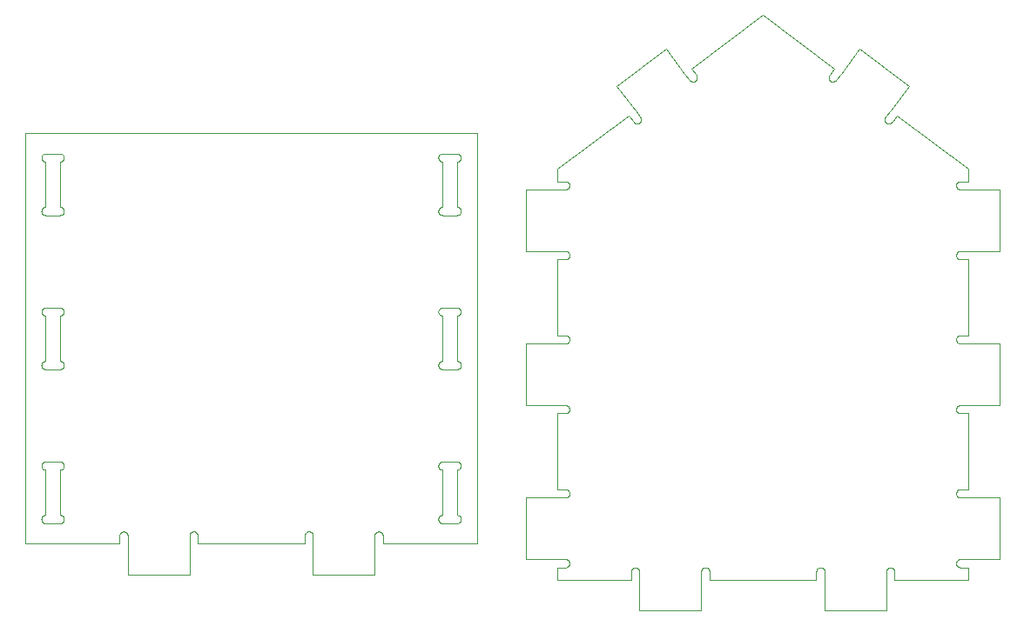
<source format=gbr>
%TF.GenerationSoftware,KiCad,Pcbnew,(6.0.8-1)-1*%
%TF.CreationDate,2022-10-29T17:43:34-07:00*%
%TF.ProjectId,second cuts,7365636f-6e64-4206-9375-74732e6b6963,rev?*%
%TF.SameCoordinates,Original*%
%TF.FileFunction,Profile,NP*%
%FSLAX46Y46*%
G04 Gerber Fmt 4.6, Leading zero omitted, Abs format (unit mm)*
G04 Created by KiCad (PCBNEW (6.0.8-1)-1) date 2022-10-29 17:43:34*
%MOMM*%
%LPD*%
G01*
G04 APERTURE LIST*
%TA.AperFunction,Profile*%
%ADD10C,0.100000*%
%TD*%
G04 APERTURE END LIST*
D10*
X96710000Y-190340000D02*
X96710000Y-194140000D01*
X96709762Y-190326194D02*
X96710000Y-190340000D01*
X96709047Y-190312404D02*
X96709762Y-190326194D01*
X96707857Y-190298646D02*
X96709047Y-190312404D01*
X96706192Y-190284939D02*
X96707857Y-190298646D01*
X96704056Y-190271296D02*
X96706192Y-190284939D01*
X96701449Y-190257736D02*
X96704056Y-190271296D01*
X96698377Y-190244274D02*
X96701449Y-190257736D01*
X96694841Y-190230926D02*
X96698377Y-190244274D01*
X96690847Y-190217707D02*
X96694841Y-190230926D01*
X96686399Y-190204635D02*
X96690847Y-190217707D01*
X96681502Y-190191724D02*
X96686399Y-190204635D01*
X96676163Y-190178989D02*
X96681502Y-190191724D01*
X96670388Y-190166447D02*
X96676163Y-190178989D01*
X96664182Y-190154111D02*
X96670388Y-190166447D01*
X96657555Y-190141996D02*
X96664182Y-190154111D01*
X96650514Y-190130118D02*
X96657555Y-190141996D01*
X96643067Y-190118490D02*
X96650514Y-190130118D01*
X96635222Y-190107126D02*
X96643067Y-190118490D01*
X96626991Y-190096039D02*
X96635222Y-190107126D01*
X96618381Y-190085243D02*
X96626991Y-190096039D01*
X96609404Y-190074751D02*
X96618381Y-190085243D01*
X96600071Y-190064575D02*
X96609404Y-190074751D01*
X96590391Y-190054727D02*
X96600071Y-190064575D01*
X96580377Y-190045219D02*
X96590391Y-190054727D01*
X96570042Y-190036062D02*
X96580377Y-190045219D01*
X96559396Y-190027267D02*
X96570042Y-190036062D01*
X96548453Y-190018846D02*
X96559396Y-190027267D01*
X96537226Y-190010806D02*
X96548453Y-190018846D01*
X96525728Y-190003160D02*
X96537226Y-190010806D01*
X96513973Y-189995914D02*
X96525728Y-190003160D01*
X96501975Y-189989079D02*
X96513973Y-189995914D01*
X96489748Y-189982662D02*
X96501975Y-189989079D01*
X96477307Y-189976670D02*
X96489748Y-189982662D01*
X96464667Y-189971112D02*
X96477307Y-189976670D01*
X96451842Y-189965994D02*
X96464667Y-189971112D01*
X96438848Y-189961321D02*
X96451842Y-189965994D01*
X96425701Y-189957099D02*
X96438848Y-189961321D01*
X96412416Y-189953333D02*
X96425701Y-189957099D01*
X96399008Y-189950029D02*
X96412416Y-189953333D01*
X96385495Y-189947189D02*
X96399008Y-189950029D01*
X96371892Y-189944817D02*
X96385495Y-189947189D01*
X96358215Y-189942916D02*
X96371892Y-189944817D01*
X96344480Y-189941489D02*
X96358215Y-189942916D01*
X96330705Y-189940536D02*
X96344480Y-189941489D01*
X96316904Y-189940060D02*
X96330705Y-189940536D01*
X96303096Y-189940060D02*
X96316904Y-189940060D01*
X96289295Y-189940536D02*
X96303096Y-189940060D01*
X96275520Y-189941489D02*
X96289295Y-189940536D01*
X96261785Y-189942916D02*
X96275520Y-189941489D01*
X96248108Y-189944817D02*
X96261785Y-189942916D01*
X96234505Y-189947189D02*
X96248108Y-189944817D01*
X96220992Y-189950029D02*
X96234505Y-189947189D01*
X96207584Y-189953333D02*
X96220992Y-189950029D01*
X96194299Y-189957099D02*
X96207584Y-189953333D01*
X96181152Y-189961321D02*
X96194299Y-189957099D01*
X96168158Y-189965994D02*
X96181152Y-189961321D01*
X96155333Y-189971112D02*
X96168158Y-189965994D01*
X96142693Y-189976670D02*
X96155333Y-189971112D01*
X96130252Y-189982662D02*
X96142693Y-189976670D01*
X96118025Y-189989079D02*
X96130252Y-189982662D01*
X96106027Y-189995914D02*
X96118025Y-189989079D01*
X96094272Y-190003160D02*
X96106027Y-189995914D01*
X96082774Y-190010806D02*
X96094272Y-190003160D01*
X96071547Y-190018846D02*
X96082774Y-190010806D01*
X96060604Y-190027267D02*
X96071547Y-190018846D01*
X96049958Y-190036062D02*
X96060604Y-190027267D01*
X96039623Y-190045219D02*
X96049958Y-190036062D01*
X96029609Y-190054727D02*
X96039623Y-190045219D01*
X96019929Y-190064575D02*
X96029609Y-190054727D01*
X96010596Y-190074751D02*
X96019929Y-190064575D01*
X96001619Y-190085243D02*
X96010596Y-190074751D01*
X95993009Y-190096039D02*
X96001619Y-190085243D01*
X95984778Y-190107126D02*
X95993009Y-190096039D01*
X95976933Y-190118490D02*
X95984778Y-190107126D01*
X95969486Y-190130118D02*
X95976933Y-190118490D01*
X95962445Y-190141996D02*
X95969486Y-190130118D01*
X95955818Y-190154111D02*
X95962445Y-190141996D01*
X95949612Y-190166447D02*
X95955818Y-190154111D01*
X95943837Y-190178989D02*
X95949612Y-190166447D01*
X95938498Y-190191724D02*
X95943837Y-190178989D01*
X95933601Y-190204635D02*
X95938498Y-190191724D01*
X95929153Y-190217707D02*
X95933601Y-190204635D01*
X95925159Y-190230926D02*
X95929153Y-190217707D01*
X95921623Y-190244274D02*
X95925159Y-190230926D01*
X95918551Y-190257736D02*
X95921623Y-190244274D01*
X95915944Y-190271296D02*
X95918551Y-190257736D01*
X95913808Y-190284939D02*
X95915944Y-190271296D01*
X95912143Y-190298646D02*
X95913808Y-190284939D01*
X95910953Y-190312404D02*
X95912143Y-190298646D01*
X95910238Y-190326194D02*
X95910953Y-190312404D01*
X95910000Y-190340000D02*
X95910238Y-190326194D01*
X95910000Y-191140000D02*
X95910000Y-190340000D01*
X85510000Y-191140000D02*
X95910000Y-191140000D01*
X85510000Y-190340000D02*
X85510000Y-191140000D01*
X85509762Y-190326194D02*
X85510000Y-190340000D01*
X85509047Y-190312404D02*
X85509762Y-190326194D01*
X85507857Y-190298646D02*
X85509047Y-190312404D01*
X85506192Y-190284939D02*
X85507857Y-190298646D01*
X85504056Y-190271296D02*
X85506192Y-190284939D01*
X85501449Y-190257736D02*
X85504056Y-190271296D01*
X85498377Y-190244274D02*
X85501449Y-190257736D01*
X85494841Y-190230926D02*
X85498377Y-190244274D01*
X85490847Y-190217707D02*
X85494841Y-190230926D01*
X85486399Y-190204635D02*
X85490847Y-190217707D01*
X85481502Y-190191724D02*
X85486399Y-190204635D01*
X85476163Y-190178989D02*
X85481502Y-190191724D01*
X85470388Y-190166447D02*
X85476163Y-190178989D01*
X85464182Y-190154111D02*
X85470388Y-190166447D01*
X85457555Y-190141996D02*
X85464182Y-190154111D01*
X85450514Y-190130118D02*
X85457555Y-190141996D01*
X85443067Y-190118490D02*
X85450514Y-190130118D01*
X85435222Y-190107126D02*
X85443067Y-190118490D01*
X85426991Y-190096039D02*
X85435222Y-190107126D01*
X85418381Y-190085243D02*
X85426991Y-190096039D01*
X85409404Y-190074751D02*
X85418381Y-190085243D01*
X85400071Y-190064575D02*
X85409404Y-190074751D01*
X85390391Y-190054727D02*
X85400071Y-190064575D01*
X85380377Y-190045219D02*
X85390391Y-190054727D01*
X85370042Y-190036062D02*
X85380377Y-190045219D01*
X85359396Y-190027267D02*
X85370042Y-190036062D01*
X85348453Y-190018846D02*
X85359396Y-190027267D01*
X85337226Y-190010806D02*
X85348453Y-190018846D01*
X85325728Y-190003160D02*
X85337226Y-190010806D01*
X85313973Y-189995914D02*
X85325728Y-190003160D01*
X85301975Y-189989079D02*
X85313973Y-189995914D01*
X85289748Y-189982662D02*
X85301975Y-189989079D01*
X85277307Y-189976670D02*
X85289748Y-189982662D01*
X85264667Y-189971112D02*
X85277307Y-189976670D01*
X85251842Y-189965994D02*
X85264667Y-189971112D01*
X85238848Y-189961321D02*
X85251842Y-189965994D01*
X85225701Y-189957099D02*
X85238848Y-189961321D01*
X85212416Y-189953333D02*
X85225701Y-189957099D01*
X85199008Y-189950029D02*
X85212416Y-189953333D01*
X85185495Y-189947189D02*
X85199008Y-189950029D01*
X85171892Y-189944817D02*
X85185495Y-189947189D01*
X85158215Y-189942916D02*
X85171892Y-189944817D01*
X85144480Y-189941489D02*
X85158215Y-189942916D01*
X85130705Y-189940536D02*
X85144480Y-189941489D01*
X85116904Y-189940060D02*
X85130705Y-189940536D01*
X85103096Y-189940060D02*
X85116904Y-189940060D01*
X85089295Y-189940536D02*
X85103096Y-189940060D01*
X85075520Y-189941489D02*
X85089295Y-189940536D01*
X85061785Y-189942916D02*
X85075520Y-189941489D01*
X85048108Y-189944817D02*
X85061785Y-189942916D01*
X85034505Y-189947189D02*
X85048108Y-189944817D01*
X85020992Y-189950029D02*
X85034505Y-189947189D01*
X85007584Y-189953333D02*
X85020992Y-189950029D01*
X84994299Y-189957099D02*
X85007584Y-189953333D01*
X84981152Y-189961321D02*
X84994299Y-189957099D01*
X84968158Y-189965994D02*
X84981152Y-189961321D01*
X84955333Y-189971112D02*
X84968158Y-189965994D01*
X84942693Y-189976670D02*
X84955333Y-189971112D01*
X84930252Y-189982662D02*
X84942693Y-189976670D01*
X84918025Y-189989079D02*
X84930252Y-189982662D01*
X84906027Y-189995914D02*
X84918025Y-189989079D01*
X84894272Y-190003160D02*
X84906027Y-189995914D01*
X84882774Y-190010806D02*
X84894272Y-190003160D01*
X84871547Y-190018846D02*
X84882774Y-190010806D01*
X84860604Y-190027267D02*
X84871547Y-190018846D01*
X84849958Y-190036062D02*
X84860604Y-190027267D01*
X84839623Y-190045219D02*
X84849958Y-190036062D01*
X84829609Y-190054727D02*
X84839623Y-190045219D01*
X84819929Y-190064575D02*
X84829609Y-190054727D01*
X84810596Y-190074751D02*
X84819929Y-190064575D01*
X84801619Y-190085243D02*
X84810596Y-190074751D01*
X84793009Y-190096039D02*
X84801619Y-190085243D01*
X84784778Y-190107126D02*
X84793009Y-190096039D01*
X84776933Y-190118490D02*
X84784778Y-190107126D01*
X84769486Y-190130118D02*
X84776933Y-190118490D01*
X84762445Y-190141996D02*
X84769486Y-190130118D01*
X84755818Y-190154111D02*
X84762445Y-190141996D01*
X84749612Y-190166447D02*
X84755818Y-190154111D01*
X84743837Y-190178989D02*
X84749612Y-190166447D01*
X84738498Y-190191724D02*
X84743837Y-190178989D01*
X84733601Y-190204635D02*
X84738498Y-190191724D01*
X84729153Y-190217707D02*
X84733601Y-190204635D01*
X84725159Y-190230926D02*
X84729153Y-190217707D01*
X84721623Y-190244274D02*
X84725159Y-190230926D01*
X84718551Y-190257736D02*
X84721623Y-190244274D01*
X84715944Y-190271296D02*
X84718551Y-190257736D01*
X84713808Y-190284939D02*
X84715944Y-190271296D01*
X84712143Y-190298646D02*
X84713808Y-190284939D01*
X84710953Y-190312404D02*
X84712143Y-190298646D01*
X84710238Y-190326194D02*
X84710953Y-190312404D01*
X84710000Y-190340000D02*
X84710238Y-190326194D01*
X84710000Y-194140000D02*
X84710000Y-190340000D01*
X78710000Y-194140000D02*
X84710000Y-194140000D01*
X78709801Y-190357832D02*
X78710000Y-194140000D01*
X78710000Y-190340000D02*
X78709801Y-190357832D01*
X78709757Y-190326149D02*
X78710000Y-190340000D01*
X78709034Y-190312314D02*
X78709757Y-190326149D01*
X78707833Y-190298513D02*
X78709034Y-190312314D01*
X78706155Y-190284761D02*
X78707833Y-190298513D01*
X78704001Y-190271076D02*
X78706155Y-190284761D01*
X78701375Y-190257474D02*
X78704001Y-190271076D01*
X78698280Y-190243971D02*
X78701375Y-190257474D01*
X78694719Y-190230583D02*
X78698280Y-190243971D01*
X78690697Y-190217326D02*
X78694719Y-190230583D01*
X78686219Y-190204216D02*
X78690697Y-190217326D01*
X78681289Y-190191270D02*
X78686219Y-190204216D01*
X78675914Y-190178502D02*
X78681289Y-190191270D01*
X78670100Y-190165927D02*
X78675914Y-190178502D01*
X78663854Y-190153562D02*
X78670100Y-190165927D01*
X78657184Y-190141420D02*
X78663854Y-190153562D01*
X78650097Y-190129516D02*
X78657184Y-190141420D01*
X78642603Y-190117865D02*
X78650097Y-190129516D01*
X78634710Y-190106480D02*
X78642603Y-190117865D01*
X78626427Y-190095375D02*
X78634710Y-190106480D01*
X78617765Y-190084563D02*
X78626427Y-190095375D01*
X78608734Y-190074058D02*
X78617765Y-190084563D01*
X78599344Y-190063872D02*
X78608734Y-190074058D01*
X78589608Y-190054018D02*
X78599344Y-190063872D01*
X78579536Y-190044506D02*
X78589608Y-190054018D01*
X78569141Y-190035348D02*
X78579536Y-190044506D01*
X78558435Y-190026556D02*
X78569141Y-190035348D01*
X78547431Y-190018140D02*
X78558435Y-190026556D01*
X78536143Y-190010109D02*
X78547431Y-190018140D01*
X78524583Y-190002475D02*
X78536143Y-190010109D01*
X78512765Y-189995245D02*
X78524583Y-190002475D01*
X78500705Y-189988429D02*
X78512765Y-189995245D01*
X78488416Y-189982034D02*
X78500705Y-189988429D01*
X78475912Y-189976068D02*
X78488416Y-189982034D01*
X78463210Y-189970539D02*
X78475912Y-189976068D01*
X78450324Y-189965453D02*
X78463210Y-189970539D01*
X78437270Y-189960817D02*
X78450324Y-189965453D01*
X78424063Y-189956634D02*
X78437270Y-189960817D01*
X78410719Y-189952912D02*
X78424063Y-189956634D01*
X78397254Y-189949654D02*
X78410719Y-189952912D01*
X78383684Y-189946864D02*
X78397254Y-189949654D01*
X78370026Y-189944545D02*
X78383684Y-189946864D01*
X78356296Y-189942701D02*
X78370026Y-189944545D01*
X78342510Y-189941333D02*
X78356296Y-189942701D01*
X78328685Y-189940443D02*
X78342510Y-189941333D01*
X78314838Y-189940033D02*
X78328685Y-189940443D01*
X78300985Y-189940102D02*
X78314838Y-189940033D01*
X78287142Y-189940650D02*
X78300985Y-189940102D01*
X78273327Y-189941678D02*
X78287142Y-189940650D01*
X78259555Y-189943183D02*
X78273327Y-189941678D01*
X78245844Y-189945164D02*
X78259555Y-189943183D01*
X78232210Y-189947618D02*
X78245844Y-189945164D01*
X78218669Y-189950543D02*
X78232210Y-189947618D01*
X78205237Y-189953935D02*
X78218669Y-189950543D01*
X78191931Y-189957790D02*
X78205237Y-189953935D01*
X78178766Y-189962104D02*
X78191931Y-189957790D01*
X78165758Y-189966870D02*
X78178766Y-189962104D01*
X78152923Y-189972084D02*
X78165758Y-189966870D01*
X78140277Y-189977739D02*
X78152923Y-189972084D01*
X78127834Y-189983829D02*
X78140277Y-189977739D01*
X78115609Y-189990346D02*
X78127834Y-189983829D01*
X78103617Y-189997282D02*
X78115609Y-189990346D01*
X78091872Y-190004629D02*
X78103617Y-189997282D01*
X78080389Y-190012378D02*
X78091872Y-190004629D01*
X78069181Y-190020521D02*
X78080389Y-190012378D01*
X78058261Y-190029046D02*
X78069181Y-190020521D01*
X78047643Y-190037944D02*
X78058261Y-190029046D01*
X78037340Y-190047205D02*
X78047643Y-190037944D01*
X78027363Y-190056817D02*
X78037340Y-190047205D01*
X78017725Y-190066768D02*
X78027363Y-190056817D01*
X78008438Y-190077047D02*
X78017725Y-190066768D01*
X77999512Y-190087641D02*
X78008438Y-190077047D01*
X77990957Y-190098539D02*
X77999512Y-190087641D01*
X77982786Y-190109725D02*
X77990957Y-190098539D01*
X77975006Y-190121188D02*
X77982786Y-190109725D01*
X77967628Y-190132914D02*
X77975006Y-190121188D01*
X77960661Y-190144887D02*
X77967628Y-190132914D01*
X77954112Y-190157095D02*
X77960661Y-190144887D01*
X77947990Y-190169522D02*
X77954112Y-190157095D01*
X77942301Y-190182154D02*
X77947990Y-190169522D01*
X77937053Y-190194975D02*
X77942301Y-190182154D01*
X77932253Y-190207970D02*
X77937053Y-190194975D01*
X77927905Y-190221124D02*
X77932253Y-190207970D01*
X77924015Y-190234420D02*
X77927905Y-190221124D01*
X77920588Y-190247842D02*
X77924015Y-190234420D01*
X77917627Y-190261376D02*
X77920588Y-190247842D01*
X77915137Y-190275004D02*
X77917627Y-190261376D01*
X77913120Y-190288710D02*
X77915137Y-190275004D01*
X77911578Y-190302477D02*
X77913120Y-190288710D01*
X77910515Y-190316290D02*
X77911578Y-190302477D01*
X77909930Y-190330131D02*
X77910515Y-190316290D01*
X77909825Y-190343984D02*
X77909930Y-190330131D01*
X77910199Y-190357832D02*
X77909825Y-190343984D01*
X77910000Y-191140000D02*
X77910199Y-190357832D01*
X70710000Y-191140000D02*
X77910000Y-191140000D01*
X70710000Y-189940000D02*
X70710000Y-191140000D01*
X71510000Y-189940000D02*
X70710000Y-189940000D01*
X71523806Y-189939762D02*
X71510000Y-189940000D01*
X71537596Y-189939047D02*
X71523806Y-189939762D01*
X71551354Y-189937857D02*
X71537596Y-189939047D01*
X71565061Y-189936192D02*
X71551354Y-189937857D01*
X71578704Y-189934056D02*
X71565061Y-189936192D01*
X71592264Y-189931449D02*
X71578704Y-189934056D01*
X71605726Y-189928377D02*
X71592264Y-189931449D01*
X71619074Y-189924841D02*
X71605726Y-189928377D01*
X71632293Y-189920847D02*
X71619074Y-189924841D01*
X71645365Y-189916399D02*
X71632293Y-189920847D01*
X71658276Y-189911502D02*
X71645365Y-189916399D01*
X71671011Y-189906163D02*
X71658276Y-189911502D01*
X71683553Y-189900388D02*
X71671011Y-189906163D01*
X71695889Y-189894182D02*
X71683553Y-189900388D01*
X71708004Y-189887555D02*
X71695889Y-189894182D01*
X71719882Y-189880514D02*
X71708004Y-189887555D01*
X71731510Y-189873067D02*
X71719882Y-189880514D01*
X71742874Y-189865222D02*
X71731510Y-189873067D01*
X71753961Y-189856991D02*
X71742874Y-189865222D01*
X71764757Y-189848381D02*
X71753961Y-189856991D01*
X71775249Y-189839404D02*
X71764757Y-189848381D01*
X71785425Y-189830071D02*
X71775249Y-189839404D01*
X71795273Y-189820391D02*
X71785425Y-189830071D01*
X71804781Y-189810377D02*
X71795273Y-189820391D01*
X71813938Y-189800042D02*
X71804781Y-189810377D01*
X71822733Y-189789396D02*
X71813938Y-189800042D01*
X71831154Y-189778453D02*
X71822733Y-189789396D01*
X71839194Y-189767226D02*
X71831154Y-189778453D01*
X71846840Y-189755728D02*
X71839194Y-189767226D01*
X71854086Y-189743973D02*
X71846840Y-189755728D01*
X71860921Y-189731975D02*
X71854086Y-189743973D01*
X71867338Y-189719748D02*
X71860921Y-189731975D01*
X71873330Y-189707307D02*
X71867338Y-189719748D01*
X71878888Y-189694667D02*
X71873330Y-189707307D01*
X71884006Y-189681842D02*
X71878888Y-189694667D01*
X71888679Y-189668848D02*
X71884006Y-189681842D01*
X71892901Y-189655701D02*
X71888679Y-189668848D01*
X71896667Y-189642416D02*
X71892901Y-189655701D01*
X71899971Y-189629008D02*
X71896667Y-189642416D01*
X71902811Y-189615495D02*
X71899971Y-189629008D01*
X71905183Y-189601892D02*
X71902811Y-189615495D01*
X71907084Y-189588215D02*
X71905183Y-189601892D01*
X71908511Y-189574480D02*
X71907084Y-189588215D01*
X71909464Y-189560705D02*
X71908511Y-189574480D01*
X71909940Y-189546904D02*
X71909464Y-189560705D01*
X71909940Y-189533096D02*
X71909940Y-189546904D01*
X71909464Y-189519295D02*
X71909940Y-189533096D01*
X71908511Y-189505520D02*
X71909464Y-189519295D01*
X71907084Y-189491785D02*
X71908511Y-189505520D01*
X71905183Y-189478108D02*
X71907084Y-189491785D01*
X71902811Y-189464505D02*
X71905183Y-189478108D01*
X71899971Y-189450992D02*
X71902811Y-189464505D01*
X71896667Y-189437584D02*
X71899971Y-189450992D01*
X71892901Y-189424299D02*
X71896667Y-189437584D01*
X71888679Y-189411152D02*
X71892901Y-189424299D01*
X71884006Y-189398158D02*
X71888679Y-189411152D01*
X71878888Y-189385333D02*
X71884006Y-189398158D01*
X71873330Y-189372693D02*
X71878888Y-189385333D01*
X71867338Y-189360252D02*
X71873330Y-189372693D01*
X71860921Y-189348025D02*
X71867338Y-189360252D01*
X71854086Y-189336027D02*
X71860921Y-189348025D01*
X71846840Y-189324272D02*
X71854086Y-189336027D01*
X71839194Y-189312774D02*
X71846840Y-189324272D01*
X71831154Y-189301547D02*
X71839194Y-189312774D01*
X71822733Y-189290604D02*
X71831154Y-189301547D01*
X71813938Y-189279958D02*
X71822733Y-189290604D01*
X71804781Y-189269623D02*
X71813938Y-189279958D01*
X71795273Y-189259609D02*
X71804781Y-189269623D01*
X71785425Y-189249929D02*
X71795273Y-189259609D01*
X71775249Y-189240596D02*
X71785425Y-189249929D01*
X71764757Y-189231619D02*
X71775249Y-189240596D01*
X71753961Y-189223009D02*
X71764757Y-189231619D01*
X71742874Y-189214778D02*
X71753961Y-189223009D01*
X71731510Y-189206933D02*
X71742874Y-189214778D01*
X71719882Y-189199486D02*
X71731510Y-189206933D01*
X71708004Y-189192445D02*
X71719882Y-189199486D01*
X71695889Y-189185818D02*
X71708004Y-189192445D01*
X71683553Y-189179612D02*
X71695889Y-189185818D01*
X71671011Y-189173837D02*
X71683553Y-189179612D01*
X71658276Y-189168498D02*
X71671011Y-189173837D01*
X71645365Y-189163601D02*
X71658276Y-189168498D01*
X71632293Y-189159153D02*
X71645365Y-189163601D01*
X71619074Y-189155159D02*
X71632293Y-189159153D01*
X71605726Y-189151623D02*
X71619074Y-189155159D01*
X71592264Y-189148551D02*
X71605726Y-189151623D01*
X71578704Y-189145944D02*
X71592264Y-189148551D01*
X71565061Y-189143808D02*
X71578704Y-189145944D01*
X71551354Y-189142143D02*
X71565061Y-189143808D01*
X71537596Y-189140953D02*
X71551354Y-189142143D01*
X71523806Y-189140238D02*
X71537596Y-189140953D01*
X71510000Y-189140000D02*
X71523806Y-189140238D01*
X67710000Y-189140000D02*
X71510000Y-189140000D01*
X67710000Y-183140000D02*
X67710000Y-189140000D01*
X71510000Y-183140000D02*
X67710000Y-183140000D01*
X71523806Y-183139762D02*
X71510000Y-183140000D01*
X71537596Y-183139047D02*
X71523806Y-183139762D01*
X71551354Y-183137857D02*
X71537596Y-183139047D01*
X71565061Y-183136192D02*
X71551354Y-183137857D01*
X71578704Y-183134056D02*
X71565061Y-183136192D01*
X71592264Y-183131449D02*
X71578704Y-183134056D01*
X71605726Y-183128377D02*
X71592264Y-183131449D01*
X71619074Y-183124841D02*
X71605726Y-183128377D01*
X71632293Y-183120847D02*
X71619074Y-183124841D01*
X71645365Y-183116399D02*
X71632293Y-183120847D01*
X71658276Y-183111502D02*
X71645365Y-183116399D01*
X71671011Y-183106163D02*
X71658276Y-183111502D01*
X71683553Y-183100388D02*
X71671011Y-183106163D01*
X71695889Y-183094182D02*
X71683553Y-183100388D01*
X71708004Y-183087555D02*
X71695889Y-183094182D01*
X71719882Y-183080514D02*
X71708004Y-183087555D01*
X71731510Y-183073067D02*
X71719882Y-183080514D01*
X71742874Y-183065222D02*
X71731510Y-183073067D01*
X71753961Y-183056991D02*
X71742874Y-183065222D01*
X71764757Y-183048381D02*
X71753961Y-183056991D01*
X71775249Y-183039404D02*
X71764757Y-183048381D01*
X71785425Y-183030071D02*
X71775249Y-183039404D01*
X71795273Y-183020391D02*
X71785425Y-183030071D01*
X71804781Y-183010377D02*
X71795273Y-183020391D01*
X71813938Y-183000042D02*
X71804781Y-183010377D01*
X71822733Y-182989396D02*
X71813938Y-183000042D01*
X71831154Y-182978453D02*
X71822733Y-182989396D01*
X71839194Y-182967226D02*
X71831154Y-182978453D01*
X71846840Y-182955728D02*
X71839194Y-182967226D01*
X71854086Y-182943973D02*
X71846840Y-182955728D01*
X71860921Y-182931975D02*
X71854086Y-182943973D01*
X71867338Y-182919748D02*
X71860921Y-182931975D01*
X71873330Y-182907307D02*
X71867338Y-182919748D01*
X71878888Y-182894667D02*
X71873330Y-182907307D01*
X71884006Y-182881842D02*
X71878888Y-182894667D01*
X71888679Y-182868848D02*
X71884006Y-182881842D01*
X71892901Y-182855701D02*
X71888679Y-182868848D01*
X71896667Y-182842416D02*
X71892901Y-182855701D01*
X71899971Y-182829008D02*
X71896667Y-182842416D01*
X71902811Y-182815495D02*
X71899971Y-182829008D01*
X71905183Y-182801892D02*
X71902811Y-182815495D01*
X71907084Y-182788215D02*
X71905183Y-182801892D01*
X71908511Y-182774480D02*
X71907084Y-182788215D01*
X71909464Y-182760705D02*
X71908511Y-182774480D01*
X71909940Y-182746904D02*
X71909464Y-182760705D01*
X71909940Y-182733096D02*
X71909940Y-182746904D01*
X71909464Y-182719295D02*
X71909940Y-182733096D01*
X71908511Y-182705520D02*
X71909464Y-182719295D01*
X71907084Y-182691785D02*
X71908511Y-182705520D01*
X71905183Y-182678108D02*
X71907084Y-182691785D01*
X71902811Y-182664505D02*
X71905183Y-182678108D01*
X71899971Y-182650992D02*
X71902811Y-182664505D01*
X71896667Y-182637584D02*
X71899971Y-182650992D01*
X71892901Y-182624299D02*
X71896667Y-182637584D01*
X71888679Y-182611152D02*
X71892901Y-182624299D01*
X71884006Y-182598158D02*
X71888679Y-182611152D01*
X71878888Y-182585333D02*
X71884006Y-182598158D01*
X71873330Y-182572693D02*
X71878888Y-182585333D01*
X71867338Y-182560252D02*
X71873330Y-182572693D01*
X71860921Y-182548025D02*
X71867338Y-182560252D01*
X71854086Y-182536027D02*
X71860921Y-182548025D01*
X71846840Y-182524272D02*
X71854086Y-182536027D01*
X71839194Y-182512774D02*
X71846840Y-182524272D01*
X71831154Y-182501547D02*
X71839194Y-182512774D01*
X71822733Y-182490604D02*
X71831154Y-182501547D01*
X71813938Y-182479958D02*
X71822733Y-182490604D01*
X71804781Y-182469623D02*
X71813938Y-182479958D01*
X71795273Y-182459609D02*
X71804781Y-182469623D01*
X71785425Y-182449929D02*
X71795273Y-182459609D01*
X71775249Y-182440596D02*
X71785425Y-182449929D01*
X71764757Y-182431619D02*
X71775249Y-182440596D01*
X71753961Y-182423009D02*
X71764757Y-182431619D01*
X71742874Y-182414778D02*
X71753961Y-182423009D01*
X71731510Y-182406933D02*
X71742874Y-182414778D01*
X71719882Y-182399486D02*
X71731510Y-182406933D01*
X71708004Y-182392445D02*
X71719882Y-182399486D01*
X71695889Y-182385818D02*
X71708004Y-182392445D01*
X71683553Y-182379612D02*
X71695889Y-182385818D01*
X71671011Y-182373837D02*
X71683553Y-182379612D01*
X71658276Y-182368498D02*
X71671011Y-182373837D01*
X71645365Y-182363601D02*
X71658276Y-182368498D01*
X71632293Y-182359153D02*
X71645365Y-182363601D01*
X71619074Y-182355159D02*
X71632293Y-182359153D01*
X71605726Y-182351623D02*
X71619074Y-182355159D01*
X71592264Y-182348551D02*
X71605726Y-182351623D01*
X71578704Y-182345944D02*
X71592264Y-182348551D01*
X71565061Y-182343808D02*
X71578704Y-182345944D01*
X71551354Y-182342143D02*
X71565061Y-182343808D01*
X71537596Y-182340953D02*
X71551354Y-182342143D01*
X71523806Y-182340238D02*
X71537596Y-182340953D01*
X71510000Y-182340000D02*
X71523806Y-182340238D01*
X70710000Y-182340000D02*
X71510000Y-182340000D01*
X70710000Y-174940000D02*
X70710000Y-182340000D01*
X71492168Y-174939801D02*
X70710000Y-174940000D01*
X71506057Y-174940168D02*
X71492168Y-174939801D01*
X71519951Y-174940052D02*
X71506057Y-174940168D01*
X71533833Y-174939454D02*
X71519951Y-174940052D01*
X71547685Y-174938375D02*
X71533833Y-174939454D01*
X71561491Y-174936815D02*
X71547685Y-174938375D01*
X71575235Y-174934777D02*
X71561491Y-174936815D01*
X71588900Y-174932263D02*
X71575235Y-174934777D01*
X71602470Y-174929276D02*
X71588900Y-174932263D01*
X71615927Y-174925820D02*
X71602470Y-174929276D01*
X71629257Y-174921899D02*
X71615927Y-174925820D01*
X71642442Y-174917517D02*
X71629257Y-174921899D01*
X71655467Y-174912681D02*
X71642442Y-174917517D01*
X71668317Y-174907395D02*
X71655467Y-174912681D01*
X71680975Y-174901666D02*
X71668317Y-174907395D01*
X71693427Y-174895501D02*
X71680975Y-174901666D01*
X71705657Y-174888908D02*
X71693427Y-174895501D01*
X71717651Y-174881894D02*
X71705657Y-174888908D01*
X71729395Y-174874468D02*
X71717651Y-174881894D01*
X71740873Y-174866639D02*
X71729395Y-174874468D01*
X71752073Y-174858416D02*
X71740873Y-174866639D01*
X71762980Y-174849809D02*
X71752073Y-174858416D01*
X71773583Y-174840829D02*
X71762980Y-174849809D01*
X71783867Y-174831486D02*
X71773583Y-174840829D01*
X71793820Y-174821792D02*
X71783867Y-174831486D01*
X71803431Y-174811758D02*
X71793820Y-174821792D01*
X71812688Y-174801396D02*
X71803431Y-174811758D01*
X71821580Y-174790720D02*
X71812688Y-174801396D01*
X71830095Y-174779741D02*
X71821580Y-174790720D01*
X71838225Y-174768473D02*
X71830095Y-174779741D01*
X71845958Y-174756930D02*
X71838225Y-174768473D01*
X71853286Y-174745125D02*
X71845958Y-174756930D01*
X71860199Y-174733073D02*
X71853286Y-174745125D01*
X71866691Y-174720788D02*
X71860199Y-174733073D01*
X71872751Y-174708285D02*
X71866691Y-174720788D01*
X71878375Y-174695580D02*
X71872751Y-174708285D01*
X71883553Y-174682687D02*
X71878375Y-174695580D01*
X71888281Y-174669622D02*
X71883553Y-174682687D01*
X71892553Y-174656400D02*
X71888281Y-174669622D01*
X71896363Y-174643038D02*
X71892553Y-174656400D01*
X71899707Y-174629553D02*
X71896363Y-174643038D01*
X71902580Y-174615959D02*
X71899707Y-174629553D01*
X71904980Y-174602273D02*
X71902580Y-174615959D01*
X71906904Y-174588513D02*
X71904980Y-174602273D01*
X71908348Y-174574694D02*
X71906904Y-174588513D01*
X71909313Y-174560833D02*
X71908348Y-174574694D01*
X71909795Y-174546947D02*
X71909313Y-174560833D01*
X71909795Y-174533053D02*
X71909795Y-174546947D01*
X71909313Y-174519167D02*
X71909795Y-174533053D01*
X71908348Y-174505306D02*
X71909313Y-174519167D01*
X71906904Y-174491487D02*
X71908348Y-174505306D01*
X71904980Y-174477727D02*
X71906904Y-174491487D01*
X71902580Y-174464041D02*
X71904980Y-174477727D01*
X71899707Y-174450447D02*
X71902580Y-174464041D01*
X71896363Y-174436962D02*
X71899707Y-174450447D01*
X71892553Y-174423600D02*
X71896363Y-174436962D01*
X71888281Y-174410378D02*
X71892553Y-174423600D01*
X71883553Y-174397313D02*
X71888281Y-174410378D01*
X71878375Y-174384420D02*
X71883553Y-174397313D01*
X71872751Y-174371715D02*
X71878375Y-174384420D01*
X71866691Y-174359212D02*
X71872751Y-174371715D01*
X71860199Y-174346927D02*
X71866691Y-174359212D01*
X71853286Y-174334875D02*
X71860199Y-174346927D01*
X71845958Y-174323070D02*
X71853286Y-174334875D01*
X71838225Y-174311527D02*
X71845958Y-174323070D01*
X71830095Y-174300259D02*
X71838225Y-174311527D01*
X71821580Y-174289280D02*
X71830095Y-174300259D01*
X71812688Y-174278604D02*
X71821580Y-174289280D01*
X71803431Y-174268242D02*
X71812688Y-174278604D01*
X71793820Y-174258208D02*
X71803431Y-174268242D01*
X71783867Y-174248514D02*
X71793820Y-174258208D01*
X71773583Y-174239171D02*
X71783867Y-174248514D01*
X71762980Y-174230191D02*
X71773583Y-174239171D01*
X71752073Y-174221584D02*
X71762980Y-174230191D01*
X71740873Y-174213361D02*
X71752073Y-174221584D01*
X71729395Y-174205532D02*
X71740873Y-174213361D01*
X71717651Y-174198106D02*
X71729395Y-174205532D01*
X71705657Y-174191092D02*
X71717651Y-174198106D01*
X71693427Y-174184499D02*
X71705657Y-174191092D01*
X71680975Y-174178334D02*
X71693427Y-174184499D01*
X71668317Y-174172605D02*
X71680975Y-174178334D01*
X71655467Y-174167319D02*
X71668317Y-174172605D01*
X71642442Y-174162483D02*
X71655467Y-174167319D01*
X71629257Y-174158101D02*
X71642442Y-174162483D01*
X71615927Y-174154180D02*
X71629257Y-174158101D01*
X71602470Y-174150724D02*
X71615927Y-174154180D01*
X71588900Y-174147737D02*
X71602470Y-174150724D01*
X71575235Y-174145223D02*
X71588900Y-174147737D01*
X71561491Y-174143185D02*
X71575235Y-174145223D01*
X71547685Y-174141625D02*
X71561491Y-174143185D01*
X71533833Y-174140546D02*
X71547685Y-174141625D01*
X71519951Y-174139948D02*
X71533833Y-174140546D01*
X71506057Y-174139832D02*
X71519951Y-174139948D01*
X71492168Y-174140199D02*
X71506057Y-174139832D01*
X67710000Y-174140000D02*
X71492168Y-174140199D01*
X67710000Y-168140000D02*
X67710000Y-174140000D01*
X71492168Y-168139801D02*
X67710000Y-168140000D01*
X71506057Y-168140168D02*
X71492168Y-168139801D01*
X71519951Y-168140052D02*
X71506057Y-168140168D01*
X71533833Y-168139454D02*
X71519951Y-168140052D01*
X71547685Y-168138375D02*
X71533833Y-168139454D01*
X71561491Y-168136815D02*
X71547685Y-168138375D01*
X71575235Y-168134777D02*
X71561491Y-168136815D01*
X71588900Y-168132263D02*
X71575235Y-168134777D01*
X71602470Y-168129276D02*
X71588900Y-168132263D01*
X71615927Y-168125820D02*
X71602470Y-168129276D01*
X71629257Y-168121899D02*
X71615927Y-168125820D01*
X71642442Y-168117517D02*
X71629257Y-168121899D01*
X71655467Y-168112681D02*
X71642442Y-168117517D01*
X71668317Y-168107395D02*
X71655467Y-168112681D01*
X71680975Y-168101666D02*
X71668317Y-168107395D01*
X71693427Y-168095501D02*
X71680975Y-168101666D01*
X71705657Y-168088908D02*
X71693427Y-168095501D01*
X71717651Y-168081894D02*
X71705657Y-168088908D01*
X71729395Y-168074468D02*
X71717651Y-168081894D01*
X71740873Y-168066639D02*
X71729395Y-168074468D01*
X71752073Y-168058416D02*
X71740873Y-168066639D01*
X71762980Y-168049809D02*
X71752073Y-168058416D01*
X71773583Y-168040829D02*
X71762980Y-168049809D01*
X71783867Y-168031486D02*
X71773583Y-168040829D01*
X71793820Y-168021792D02*
X71783867Y-168031486D01*
X71803431Y-168011758D02*
X71793820Y-168021792D01*
X71812688Y-168001396D02*
X71803431Y-168011758D01*
X71821580Y-167990720D02*
X71812688Y-168001396D01*
X71830095Y-167979741D02*
X71821580Y-167990720D01*
X71838225Y-167968473D02*
X71830095Y-167979741D01*
X71845958Y-167956930D02*
X71838225Y-167968473D01*
X71853286Y-167945125D02*
X71845958Y-167956930D01*
X71860199Y-167933073D02*
X71853286Y-167945125D01*
X71866691Y-167920788D02*
X71860199Y-167933073D01*
X71872751Y-167908285D02*
X71866691Y-167920788D01*
X71878375Y-167895580D02*
X71872751Y-167908285D01*
X71883553Y-167882687D02*
X71878375Y-167895580D01*
X71888281Y-167869622D02*
X71883553Y-167882687D01*
X71892553Y-167856400D02*
X71888281Y-167869622D01*
X71896363Y-167843038D02*
X71892553Y-167856400D01*
X71899707Y-167829553D02*
X71896363Y-167843038D01*
X71902580Y-167815959D02*
X71899707Y-167829553D01*
X71904980Y-167802273D02*
X71902580Y-167815959D01*
X71906904Y-167788513D02*
X71904980Y-167802273D01*
X71908348Y-167774694D02*
X71906904Y-167788513D01*
X71909313Y-167760833D02*
X71908348Y-167774694D01*
X71909795Y-167746947D02*
X71909313Y-167760833D01*
X71909795Y-167733053D02*
X71909795Y-167746947D01*
X71909313Y-167719167D02*
X71909795Y-167733053D01*
X71908348Y-167705306D02*
X71909313Y-167719167D01*
X71906904Y-167691487D02*
X71908348Y-167705306D01*
X71904980Y-167677727D02*
X71906904Y-167691487D01*
X71902580Y-167664041D02*
X71904980Y-167677727D01*
X71899707Y-167650447D02*
X71902580Y-167664041D01*
X71896363Y-167636962D02*
X71899707Y-167650447D01*
X71892553Y-167623600D02*
X71896363Y-167636962D01*
X71888281Y-167610378D02*
X71892553Y-167623600D01*
X71883553Y-167597313D02*
X71888281Y-167610378D01*
X71878375Y-167584420D02*
X71883553Y-167597313D01*
X71872751Y-167571715D02*
X71878375Y-167584420D01*
X71866691Y-167559212D02*
X71872751Y-167571715D01*
X71860199Y-167546927D02*
X71866691Y-167559212D01*
X71853286Y-167534875D02*
X71860199Y-167546927D01*
X71845958Y-167523070D02*
X71853286Y-167534875D01*
X71838225Y-167511527D02*
X71845958Y-167523070D01*
X71830095Y-167500259D02*
X71838225Y-167511527D01*
X71821580Y-167489280D02*
X71830095Y-167500259D01*
X71812688Y-167478604D02*
X71821580Y-167489280D01*
X71803431Y-167468242D02*
X71812688Y-167478604D01*
X71793820Y-167458208D02*
X71803431Y-167468242D01*
X71783867Y-167448514D02*
X71793820Y-167458208D01*
X71773583Y-167439171D02*
X71783867Y-167448514D01*
X71762980Y-167430191D02*
X71773583Y-167439171D01*
X71752073Y-167421584D02*
X71762980Y-167430191D01*
X71740873Y-167413361D02*
X71752073Y-167421584D01*
X71729395Y-167405532D02*
X71740873Y-167413361D01*
X71717651Y-167398106D02*
X71729395Y-167405532D01*
X71705657Y-167391092D02*
X71717651Y-167398106D01*
X71693427Y-167384499D02*
X71705657Y-167391092D01*
X71680975Y-167378334D02*
X71693427Y-167384499D01*
X71668317Y-167372605D02*
X71680975Y-167378334D01*
X71655467Y-167367319D02*
X71668317Y-167372605D01*
X71642442Y-167362483D02*
X71655467Y-167367319D01*
X71629257Y-167358101D02*
X71642442Y-167362483D01*
X71615927Y-167354180D02*
X71629257Y-167358101D01*
X71602470Y-167350724D02*
X71615927Y-167354180D01*
X71588900Y-167347737D02*
X71602470Y-167350724D01*
X71575235Y-167345223D02*
X71588900Y-167347737D01*
X71561491Y-167343185D02*
X71575235Y-167345223D01*
X71547685Y-167341625D02*
X71561491Y-167343185D01*
X71533833Y-167340546D02*
X71547685Y-167341625D01*
X71519951Y-167339948D02*
X71533833Y-167340546D01*
X71506057Y-167339832D02*
X71519951Y-167339948D01*
X71492168Y-167340199D02*
X71506057Y-167339832D01*
X70710000Y-167340000D02*
X71492168Y-167340199D01*
X70710000Y-159940000D02*
X70710000Y-167340000D01*
X71510000Y-159940000D02*
X70710000Y-159940000D01*
X71523806Y-159939762D02*
X71510000Y-159940000D01*
X71537596Y-159939047D02*
X71523806Y-159939762D01*
X71551354Y-159937857D02*
X71537596Y-159939047D01*
X71565061Y-159936192D02*
X71551354Y-159937857D01*
X71578704Y-159934056D02*
X71565061Y-159936192D01*
X71592264Y-159931449D02*
X71578704Y-159934056D01*
X71605726Y-159928377D02*
X71592264Y-159931449D01*
X71619074Y-159924841D02*
X71605726Y-159928377D01*
X71632293Y-159920847D02*
X71619074Y-159924841D01*
X71645365Y-159916399D02*
X71632293Y-159920847D01*
X71658276Y-159911502D02*
X71645365Y-159916399D01*
X71671011Y-159906163D02*
X71658276Y-159911502D01*
X71683553Y-159900388D02*
X71671011Y-159906163D01*
X71695889Y-159894182D02*
X71683553Y-159900388D01*
X71708004Y-159887555D02*
X71695889Y-159894182D01*
X71719882Y-159880514D02*
X71708004Y-159887555D01*
X71731510Y-159873067D02*
X71719882Y-159880514D01*
X71742874Y-159865222D02*
X71731510Y-159873067D01*
X71753961Y-159856991D02*
X71742874Y-159865222D01*
X71764757Y-159848381D02*
X71753961Y-159856991D01*
X71775249Y-159839404D02*
X71764757Y-159848381D01*
X71785425Y-159830071D02*
X71775249Y-159839404D01*
X71795273Y-159820391D02*
X71785425Y-159830071D01*
X71804781Y-159810377D02*
X71795273Y-159820391D01*
X71813938Y-159800042D02*
X71804781Y-159810377D01*
X71822733Y-159789396D02*
X71813938Y-159800042D01*
X71831154Y-159778453D02*
X71822733Y-159789396D01*
X71839194Y-159767226D02*
X71831154Y-159778453D01*
X71846840Y-159755728D02*
X71839194Y-159767226D01*
X71854086Y-159743973D02*
X71846840Y-159755728D01*
X71860921Y-159731975D02*
X71854086Y-159743973D01*
X71867338Y-159719748D02*
X71860921Y-159731975D01*
X71873330Y-159707307D02*
X71867338Y-159719748D01*
X71878888Y-159694667D02*
X71873330Y-159707307D01*
X71884006Y-159681842D02*
X71878888Y-159694667D01*
X71888679Y-159668848D02*
X71884006Y-159681842D01*
X71892901Y-159655701D02*
X71888679Y-159668848D01*
X71896667Y-159642416D02*
X71892901Y-159655701D01*
X71899971Y-159629008D02*
X71896667Y-159642416D01*
X71902811Y-159615495D02*
X71899971Y-159629008D01*
X71905183Y-159601892D02*
X71902811Y-159615495D01*
X71907084Y-159588215D02*
X71905183Y-159601892D01*
X71908511Y-159574480D02*
X71907084Y-159588215D01*
X71909464Y-159560705D02*
X71908511Y-159574480D01*
X71909940Y-159546904D02*
X71909464Y-159560705D01*
X71909940Y-159533096D02*
X71909940Y-159546904D01*
X71909464Y-159519295D02*
X71909940Y-159533096D01*
X71908511Y-159505520D02*
X71909464Y-159519295D01*
X71907084Y-159491785D02*
X71908511Y-159505520D01*
X71905183Y-159478108D02*
X71907084Y-159491785D01*
X71902811Y-159464505D02*
X71905183Y-159478108D01*
X71899971Y-159450992D02*
X71902811Y-159464505D01*
X71896667Y-159437584D02*
X71899971Y-159450992D01*
X71892901Y-159424299D02*
X71896667Y-159437584D01*
X71888679Y-159411152D02*
X71892901Y-159424299D01*
X71884006Y-159398158D02*
X71888679Y-159411152D01*
X71878888Y-159385333D02*
X71884006Y-159398158D01*
X71873330Y-159372693D02*
X71878888Y-159385333D01*
X71867338Y-159360252D02*
X71873330Y-159372693D01*
X71860921Y-159348025D02*
X71867338Y-159360252D01*
X71854086Y-159336027D02*
X71860921Y-159348025D01*
X71846840Y-159324272D02*
X71854086Y-159336027D01*
X71839194Y-159312774D02*
X71846840Y-159324272D01*
X71831154Y-159301547D02*
X71839194Y-159312774D01*
X71822733Y-159290604D02*
X71831154Y-159301547D01*
X71813938Y-159279958D02*
X71822733Y-159290604D01*
X71804781Y-159269623D02*
X71813938Y-159279958D01*
X71795273Y-159259609D02*
X71804781Y-159269623D01*
X71785425Y-159249929D02*
X71795273Y-159259609D01*
X71775249Y-159240596D02*
X71785425Y-159249929D01*
X71764757Y-159231619D02*
X71775249Y-159240596D01*
X71753961Y-159223009D02*
X71764757Y-159231619D01*
X71742874Y-159214778D02*
X71753961Y-159223009D01*
X71731510Y-159206933D02*
X71742874Y-159214778D01*
X71719882Y-159199486D02*
X71731510Y-159206933D01*
X71708004Y-159192445D02*
X71719882Y-159199486D01*
X71695889Y-159185818D02*
X71708004Y-159192445D01*
X71683553Y-159179612D02*
X71695889Y-159185818D01*
X71671011Y-159173837D02*
X71683553Y-159179612D01*
X71658276Y-159168498D02*
X71671011Y-159173837D01*
X71645365Y-159163601D02*
X71658276Y-159168498D01*
X71632293Y-159159153D02*
X71645365Y-159163601D01*
X71619074Y-159155159D02*
X71632293Y-159159153D01*
X71605726Y-159151623D02*
X71619074Y-159155159D01*
X71592264Y-159148551D02*
X71605726Y-159151623D01*
X71578704Y-159145944D02*
X71592264Y-159148551D01*
X71565061Y-159143808D02*
X71578704Y-159145944D01*
X71551354Y-159142143D02*
X71565061Y-159143808D01*
X71537596Y-159140953D02*
X71551354Y-159142143D01*
X71523806Y-159140238D02*
X71537596Y-159140953D01*
X71510000Y-159140000D02*
X71523806Y-159140238D01*
X67710000Y-159140000D02*
X71510000Y-159140000D01*
X67710000Y-153140000D02*
X67710000Y-159140000D01*
X71510000Y-153140000D02*
X67710000Y-153140000D01*
X71523806Y-153139762D02*
X71510000Y-153140000D01*
X71537596Y-153139047D02*
X71523806Y-153139762D01*
X71551354Y-153137857D02*
X71537596Y-153139047D01*
X71565061Y-153136192D02*
X71551354Y-153137857D01*
X71578704Y-153134056D02*
X71565061Y-153136192D01*
X71592264Y-153131449D02*
X71578704Y-153134056D01*
X71605726Y-153128377D02*
X71592264Y-153131449D01*
X71619074Y-153124841D02*
X71605726Y-153128377D01*
X71632293Y-153120847D02*
X71619074Y-153124841D01*
X71645365Y-153116399D02*
X71632293Y-153120847D01*
X71658276Y-153111502D02*
X71645365Y-153116399D01*
X71671011Y-153106163D02*
X71658276Y-153111502D01*
X71683553Y-153100388D02*
X71671011Y-153106163D01*
X71695889Y-153094182D02*
X71683553Y-153100388D01*
X71708004Y-153087555D02*
X71695889Y-153094182D01*
X71719882Y-153080514D02*
X71708004Y-153087555D01*
X71731510Y-153073067D02*
X71719882Y-153080514D01*
X71742874Y-153065222D02*
X71731510Y-153073067D01*
X71753961Y-153056991D02*
X71742874Y-153065222D01*
X71764757Y-153048381D02*
X71753961Y-153056991D01*
X71775249Y-153039404D02*
X71764757Y-153048381D01*
X71785425Y-153030071D02*
X71775249Y-153039404D01*
X71795273Y-153020391D02*
X71785425Y-153030071D01*
X71804781Y-153010377D02*
X71795273Y-153020391D01*
X71813938Y-153000042D02*
X71804781Y-153010377D01*
X71822733Y-152989396D02*
X71813938Y-153000042D01*
X71831154Y-152978453D02*
X71822733Y-152989396D01*
X71839194Y-152967226D02*
X71831154Y-152978453D01*
X71846840Y-152955728D02*
X71839194Y-152967226D01*
X71854086Y-152943973D02*
X71846840Y-152955728D01*
X71860921Y-152931975D02*
X71854086Y-152943973D01*
X71867338Y-152919748D02*
X71860921Y-152931975D01*
X71873330Y-152907307D02*
X71867338Y-152919748D01*
X71878888Y-152894667D02*
X71873330Y-152907307D01*
X71884006Y-152881842D02*
X71878888Y-152894667D01*
X71888679Y-152868848D02*
X71884006Y-152881842D01*
X71892901Y-152855701D02*
X71888679Y-152868848D01*
X71896667Y-152842416D02*
X71892901Y-152855701D01*
X71899971Y-152829008D02*
X71896667Y-152842416D01*
X71902811Y-152815495D02*
X71899971Y-152829008D01*
X71905183Y-152801892D02*
X71902811Y-152815495D01*
X71907084Y-152788215D02*
X71905183Y-152801892D01*
X71908511Y-152774480D02*
X71907084Y-152788215D01*
X71909464Y-152760705D02*
X71908511Y-152774480D01*
X71909940Y-152746904D02*
X71909464Y-152760705D01*
X71909940Y-152733096D02*
X71909940Y-152746904D01*
X71909464Y-152719295D02*
X71909940Y-152733096D01*
X71908511Y-152705520D02*
X71909464Y-152719295D01*
X71907084Y-152691785D02*
X71908511Y-152705520D01*
X71905183Y-152678108D02*
X71907084Y-152691785D01*
X71902811Y-152664505D02*
X71905183Y-152678108D01*
X71899971Y-152650992D02*
X71902811Y-152664505D01*
X71896667Y-152637584D02*
X71899971Y-152650992D01*
X71892901Y-152624299D02*
X71896667Y-152637584D01*
X71888679Y-152611152D02*
X71892901Y-152624299D01*
X71884006Y-152598158D02*
X71888679Y-152611152D01*
X71878888Y-152585333D02*
X71884006Y-152598158D01*
X71873330Y-152572693D02*
X71878888Y-152585333D01*
X71867338Y-152560252D02*
X71873330Y-152572693D01*
X71860921Y-152548025D02*
X71867338Y-152560252D01*
X71854086Y-152536027D02*
X71860921Y-152548025D01*
X71846840Y-152524272D02*
X71854086Y-152536027D01*
X71839194Y-152512774D02*
X71846840Y-152524272D01*
X71831154Y-152501547D02*
X71839194Y-152512774D01*
X71822733Y-152490604D02*
X71831154Y-152501547D01*
X71813938Y-152479958D02*
X71822733Y-152490604D01*
X71804781Y-152469623D02*
X71813938Y-152479958D01*
X71795273Y-152459609D02*
X71804781Y-152469623D01*
X71785425Y-152449929D02*
X71795273Y-152459609D01*
X71775249Y-152440596D02*
X71785425Y-152449929D01*
X71764757Y-152431619D02*
X71775249Y-152440596D01*
X71753961Y-152423009D02*
X71764757Y-152431619D01*
X71742874Y-152414778D02*
X71753961Y-152423009D01*
X71731510Y-152406933D02*
X71742874Y-152414778D01*
X71719882Y-152399486D02*
X71731510Y-152406933D01*
X71708004Y-152392445D02*
X71719882Y-152399486D01*
X71695889Y-152385818D02*
X71708004Y-152392445D01*
X71683553Y-152379612D02*
X71695889Y-152385818D01*
X71671011Y-152373837D02*
X71683553Y-152379612D01*
X71658276Y-152368498D02*
X71671011Y-152373837D01*
X71645365Y-152363601D02*
X71658276Y-152368498D01*
X71632293Y-152359153D02*
X71645365Y-152363601D01*
X71619074Y-152355159D02*
X71632293Y-152359153D01*
X71605726Y-152351623D02*
X71619074Y-152355159D01*
X71592264Y-152348551D02*
X71605726Y-152351623D01*
X71578704Y-152345944D02*
X71592264Y-152348551D01*
X71565061Y-152343808D02*
X71578704Y-152345944D01*
X71551354Y-152342143D02*
X71565061Y-152343808D01*
X71537596Y-152340953D02*
X71551354Y-152342143D01*
X71523806Y-152340238D02*
X71537596Y-152340953D01*
X71510000Y-152340000D02*
X71523806Y-152340238D01*
X70710000Y-152340000D02*
X71510000Y-152340000D01*
X70710000Y-151140000D02*
X70710000Y-152340000D01*
X77670924Y-145921229D02*
X70710000Y-151140000D01*
X78136534Y-146538854D02*
X77670924Y-145921229D01*
X78144384Y-146550391D02*
X78136534Y-146538854D01*
X78152632Y-146561648D02*
X78144384Y-146550391D01*
X78161267Y-146572611D02*
X78152632Y-146561648D01*
X78170279Y-146583265D02*
X78161267Y-146572611D01*
X78179657Y-146593599D02*
X78170279Y-146583265D01*
X78189389Y-146603600D02*
X78179657Y-146593599D01*
X78199464Y-146613256D02*
X78189389Y-146603600D01*
X78209870Y-146622555D02*
X78199464Y-146613256D01*
X78220593Y-146631485D02*
X78209870Y-146622555D01*
X78231622Y-146640036D02*
X78220593Y-146631485D01*
X78242941Y-146648197D02*
X78231622Y-146640036D01*
X78254538Y-146655959D02*
X78242941Y-146648197D01*
X78266399Y-146663312D02*
X78254538Y-146655959D01*
X78278509Y-146670247D02*
X78266399Y-146663312D01*
X78290853Y-146676755D02*
X78278509Y-146670247D01*
X78303417Y-146682829D02*
X78290853Y-146676755D01*
X78316184Y-146688462D02*
X78303417Y-146682829D01*
X78329141Y-146693646D02*
X78316184Y-146688462D01*
X78342270Y-146698376D02*
X78329141Y-146693646D01*
X78355556Y-146702644D02*
X78342270Y-146698376D01*
X78368982Y-146706448D02*
X78355556Y-146702644D01*
X78382533Y-146709780D02*
X78368982Y-146706448D01*
X78396192Y-146712639D02*
X78382533Y-146709780D01*
X78409943Y-146715019D02*
X78396192Y-146712639D01*
X78423768Y-146716919D02*
X78409943Y-146715019D01*
X78437651Y-146718335D02*
X78423768Y-146716919D01*
X78451575Y-146719267D02*
X78437651Y-146718335D01*
X78465522Y-146719713D02*
X78451575Y-146719267D01*
X78479477Y-146719673D02*
X78465522Y-146719713D01*
X78493422Y-146719146D02*
X78479477Y-146719673D01*
X78507340Y-146718133D02*
X78493422Y-146719146D01*
X78521215Y-146716635D02*
X78507340Y-146718133D01*
X78535028Y-146714655D02*
X78521215Y-146716635D01*
X78548765Y-146712195D02*
X78535028Y-146714655D01*
X78562407Y-146709257D02*
X78548765Y-146712195D01*
X78575938Y-146705846D02*
X78562407Y-146709257D01*
X78589343Y-146701965D02*
X78575938Y-146705846D01*
X78602604Y-146697619D02*
X78589343Y-146701965D01*
X78615705Y-146692813D02*
X78602604Y-146697619D01*
X78628631Y-146687553D02*
X78615705Y-146692813D01*
X78641366Y-146681847D02*
X78628631Y-146687553D01*
X78653894Y-146675699D02*
X78641366Y-146681847D01*
X78666200Y-146669119D02*
X78653894Y-146675699D01*
X78678269Y-146662114D02*
X78666200Y-146669119D01*
X78690087Y-146654692D02*
X78678269Y-146662114D01*
X78701639Y-146646863D02*
X78690087Y-146654692D01*
X78712911Y-146638636D02*
X78701639Y-146646863D01*
X78723889Y-146630021D02*
X78712911Y-146638636D01*
X78734560Y-146621029D02*
X78723889Y-146630021D01*
X78744912Y-146611670D02*
X78734560Y-146621029D01*
X78754930Y-146601956D02*
X78744912Y-146611670D01*
X78764604Y-146591898D02*
X78754930Y-146601956D01*
X78773922Y-146581510D02*
X78764604Y-146591898D01*
X78782872Y-146570803D02*
X78773922Y-146581510D01*
X78791443Y-146559790D02*
X78782872Y-146570803D01*
X78799625Y-146548486D02*
X78791443Y-146559790D01*
X78807408Y-146536903D02*
X78799625Y-146548486D01*
X78814783Y-146525056D02*
X78807408Y-146536903D01*
X78821740Y-146512959D02*
X78814783Y-146525056D01*
X78828271Y-146500626D02*
X78821740Y-146512959D01*
X78834368Y-146488074D02*
X78828271Y-146500626D01*
X78840024Y-146475317D02*
X78834368Y-146488074D01*
X78845232Y-146462370D02*
X78840024Y-146475317D01*
X78849986Y-146449250D02*
X78845232Y-146462370D01*
X78854279Y-146435971D02*
X78849986Y-146449250D01*
X78858107Y-146422552D02*
X78854279Y-146435971D01*
X78861464Y-146409007D02*
X78858107Y-146422552D01*
X78864348Y-146395353D02*
X78861464Y-146409007D01*
X78866753Y-146381607D02*
X78864348Y-146395353D01*
X78868678Y-146367785D02*
X78866753Y-146381607D01*
X78870121Y-146353905D02*
X78868678Y-146367785D01*
X78871078Y-146339983D02*
X78870121Y-146353905D01*
X78871549Y-146326036D02*
X78871078Y-146339983D01*
X78871534Y-146312081D02*
X78871549Y-146326036D01*
X78871033Y-146298135D02*
X78871534Y-146312081D01*
X78870046Y-146284215D02*
X78871033Y-146298135D01*
X78868574Y-146270338D02*
X78870046Y-146284215D01*
X78866619Y-146256521D02*
X78868574Y-146270338D01*
X78864184Y-146242780D02*
X78866619Y-146256521D01*
X78861271Y-146229133D02*
X78864184Y-146242780D01*
X78857885Y-146215595D02*
X78861271Y-146229133D01*
X78854028Y-146202183D02*
X78857885Y-146215595D01*
X78849706Y-146188914D02*
X78854028Y-146202183D01*
X78844925Y-146175804D02*
X78849706Y-146188914D01*
X78839689Y-146162869D02*
X78844925Y-146175804D01*
X78834006Y-146150124D02*
X78839689Y-146162869D01*
X78827881Y-146137584D02*
X78834006Y-146150124D01*
X78821324Y-146125266D02*
X78827881Y-146137584D01*
X78814341Y-146113184D02*
X78821324Y-146125266D01*
X78806941Y-146101353D02*
X78814341Y-146113184D01*
X78799133Y-146089787D02*
X78806941Y-146101353D01*
X78790927Y-146078500D02*
X78799133Y-146089787D01*
X78782332Y-146067505D02*
X78790927Y-146078500D01*
X78310007Y-145440009D02*
X78782332Y-146067505D01*
X76509999Y-143040008D02*
X78310007Y-145440009D01*
X81309992Y-139439999D02*
X76509999Y-143040008D01*
X83110000Y-141840000D02*
X81309992Y-139439999D01*
X83591219Y-142479087D02*
X83110000Y-141840000D01*
X83599714Y-142489973D02*
X83591219Y-142479087D01*
X83608580Y-142500559D02*
X83599714Y-142489973D01*
X83617807Y-142510833D02*
X83608580Y-142500559D01*
X83627382Y-142520782D02*
X83617807Y-142510833D01*
X83637295Y-142530395D02*
X83627382Y-142520782D01*
X83647533Y-142539660D02*
X83637295Y-142530395D01*
X83658086Y-142548566D02*
X83647533Y-142539660D01*
X83668940Y-142557103D02*
X83658086Y-142548566D01*
X83680081Y-142565260D02*
X83668940Y-142557103D01*
X83691498Y-142573027D02*
X83680081Y-142565260D01*
X83703176Y-142580396D02*
X83691498Y-142573027D01*
X83715102Y-142587358D02*
X83703176Y-142580396D01*
X83727260Y-142593903D02*
X83715102Y-142587358D01*
X83739637Y-142600025D02*
X83727260Y-142593903D01*
X83752219Y-142605716D02*
X83739637Y-142600025D01*
X83764989Y-142610970D02*
X83752219Y-142605716D01*
X83777933Y-142615779D02*
X83764989Y-142610970D01*
X83791035Y-142620139D02*
X83777933Y-142615779D01*
X83804279Y-142624044D02*
X83791035Y-142620139D01*
X83817651Y-142627490D02*
X83804279Y-142624044D01*
X83831134Y-142630472D02*
X83817651Y-142627490D01*
X83844711Y-142632987D02*
X83831134Y-142630472D01*
X83858368Y-142635031D02*
X83844711Y-142632987D01*
X83872086Y-142636604D02*
X83858368Y-142635031D01*
X83885851Y-142637701D02*
X83872086Y-142636604D01*
X83899646Y-142638323D02*
X83885851Y-142637701D01*
X83913454Y-142638469D02*
X83899646Y-142638323D01*
X83927258Y-142638137D02*
X83913454Y-142638469D01*
X83941043Y-142637330D02*
X83927258Y-142638137D01*
X83954792Y-142636047D02*
X83941043Y-142637330D01*
X83968488Y-142634290D02*
X83954792Y-142636047D01*
X83982116Y-142632062D02*
X83968488Y-142634290D01*
X83995658Y-142629365D02*
X83982116Y-142632062D01*
X84009099Y-142626201D02*
X83995658Y-142629365D01*
X84022424Y-142622576D02*
X84009099Y-142626201D01*
X84035615Y-142618493D02*
X84022424Y-142622576D01*
X84048657Y-142613957D02*
X84035615Y-142618493D01*
X84061535Y-142608974D02*
X84048657Y-142613957D01*
X84074233Y-142603549D02*
X84061535Y-142608974D01*
X84086736Y-142597689D02*
X84074233Y-142603549D01*
X84099030Y-142591401D02*
X84086736Y-142597689D01*
X84111100Y-142584693D02*
X84099030Y-142591401D01*
X84122930Y-142577571D02*
X84111100Y-142584693D01*
X84134508Y-142570046D02*
X84122930Y-142577571D01*
X84145819Y-142562126D02*
X84134508Y-142570046D01*
X84156850Y-142553819D02*
X84145819Y-142562126D01*
X84167588Y-142545138D02*
X84156850Y-142553819D01*
X84178020Y-142536090D02*
X84167588Y-142545138D01*
X84188133Y-142526688D02*
X84178020Y-142536090D01*
X84197915Y-142516943D02*
X84188133Y-142526688D01*
X84207356Y-142506865D02*
X84197915Y-142516943D01*
X84216443Y-142496468D02*
X84207356Y-142506865D01*
X84225165Y-142485763D02*
X84216443Y-142496468D01*
X84233513Y-142474764D02*
X84225165Y-142485763D01*
X84241477Y-142463483D02*
X84233513Y-142474764D01*
X84249046Y-142451934D02*
X84241477Y-142463483D01*
X84256212Y-142440131D02*
X84249046Y-142451934D01*
X84262967Y-142428087D02*
X84256212Y-142440131D01*
X84269301Y-142415817D02*
X84262967Y-142428087D01*
X84275209Y-142403336D02*
X84269301Y-142415817D01*
X84280682Y-142390658D02*
X84275209Y-142403336D01*
X84285714Y-142377799D02*
X84280682Y-142390658D01*
X84290300Y-142364775D02*
X84285714Y-142377799D01*
X84294433Y-142351599D02*
X84290300Y-142364775D01*
X84298109Y-142338289D02*
X84294433Y-142351599D01*
X84301323Y-142324860D02*
X84298109Y-142338289D01*
X84304072Y-142311328D02*
X84301323Y-142324860D01*
X84306352Y-142297709D02*
X84304072Y-142311328D01*
X84308161Y-142284019D02*
X84306352Y-142297709D01*
X84309496Y-142270275D02*
X84308161Y-142284019D01*
X84310356Y-142256493D02*
X84309496Y-142270275D01*
X84310739Y-142242690D02*
X84310356Y-142256493D01*
X84310646Y-142228882D02*
X84310739Y-142242690D01*
X84310077Y-142215085D02*
X84310646Y-142228882D01*
X84309032Y-142201316D02*
X84310077Y-142215085D01*
X84307512Y-142187592D02*
X84309032Y-142201316D01*
X84305519Y-142173928D02*
X84307512Y-142187592D01*
X84303056Y-142160341D02*
X84305519Y-142173928D01*
X84300125Y-142146847D02*
X84303056Y-142160341D01*
X84296730Y-142133462D02*
X84300125Y-142146847D01*
X84292875Y-142120203D02*
X84296730Y-142133462D01*
X84288565Y-142107084D02*
X84292875Y-142120203D01*
X84283805Y-142094122D02*
X84288565Y-142107084D01*
X84278600Y-142081332D02*
X84283805Y-142094122D01*
X84272957Y-142068729D02*
X84278600Y-142081332D01*
X84266882Y-142056329D02*
X84272957Y-142068729D01*
X84260383Y-142044145D02*
X84266882Y-142056329D01*
X84253467Y-142032194D02*
X84260383Y-142044145D01*
X84246142Y-142020488D02*
X84253467Y-142032194D01*
X84238418Y-142009042D02*
X84246142Y-142020488D01*
X84230304Y-141997869D02*
X84238418Y-142009042D01*
X83750000Y-141359998D02*
X84230304Y-141997869D01*
X90710000Y-136140000D02*
X83750000Y-141359998D01*
X97670090Y-141359878D02*
X90710000Y-136140000D01*
X97198695Y-141986139D02*
X97670090Y-141359878D01*
X97190096Y-141997132D02*
X97198695Y-141986139D01*
X97181885Y-142008419D02*
X97190096Y-141997132D01*
X97174073Y-142019986D02*
X97181885Y-142008419D01*
X97166669Y-142031817D02*
X97174073Y-142019986D01*
X97159682Y-142043900D02*
X97166669Y-142031817D01*
X97153120Y-142056219D02*
X97159682Y-142043900D01*
X97146992Y-142068759D02*
X97153120Y-142056219D01*
X97141304Y-142081505D02*
X97146992Y-142068759D01*
X97136065Y-142094441D02*
X97141304Y-142081505D01*
X97131280Y-142107553D02*
X97136065Y-142094441D01*
X97126954Y-142120823D02*
X97131280Y-142107553D01*
X97123094Y-142134236D02*
X97126954Y-142120823D01*
X97119704Y-142147776D02*
X97123094Y-142134236D01*
X97116789Y-142161425D02*
X97119704Y-142147776D01*
X97114350Y-142175168D02*
X97116789Y-142161425D01*
X97112393Y-142188988D02*
X97114350Y-142175168D01*
X97110918Y-142202867D02*
X97112393Y-142188988D01*
X97109929Y-142216789D02*
X97110918Y-142202867D01*
X97109425Y-142230738D02*
X97109929Y-142216789D01*
X97109408Y-142244695D02*
X97109425Y-142230738D01*
X97109877Y-142258645D02*
X97109408Y-142244695D01*
X97110833Y-142272569D02*
X97109877Y-142258645D01*
X97112273Y-142286452D02*
X97110833Y-142272569D01*
X97114197Y-142300276D02*
X97112273Y-142286452D01*
X97116601Y-142314025D02*
X97114197Y-142300276D01*
X97119483Y-142327682D02*
X97116601Y-142314025D01*
X97122840Y-142341230D02*
X97119483Y-142327682D01*
X97126667Y-142354652D02*
X97122840Y-142341230D01*
X97130959Y-142367933D02*
X97126667Y-142354652D01*
X97135712Y-142381056D02*
X97130959Y-142367933D01*
X97140920Y-142394006D02*
X97135712Y-142381056D01*
X97146576Y-142406766D02*
X97140920Y-142394006D01*
X97152673Y-142419321D02*
X97146576Y-142406766D01*
X97159205Y-142431656D02*
X97152673Y-142419321D01*
X97166162Y-142443756D02*
X97159205Y-142431656D01*
X97173537Y-142455606D02*
X97166162Y-142443756D01*
X97181321Y-142467191D02*
X97173537Y-142455606D01*
X97189504Y-142478498D02*
X97181321Y-142467191D01*
X97198076Y-142489513D02*
X97189504Y-142478498D01*
X97207027Y-142500222D02*
X97198076Y-142489513D01*
X97216346Y-142510613D02*
X97207027Y-142500222D01*
X97226022Y-142520672D02*
X97216346Y-142510613D01*
X97236042Y-142530388D02*
X97226022Y-142520672D01*
X97246395Y-142539749D02*
X97236042Y-142530388D01*
X97257068Y-142548743D02*
X97246395Y-142539749D01*
X97268049Y-142557360D02*
X97257068Y-142548743D01*
X97279323Y-142565588D02*
X97268049Y-142557360D01*
X97290877Y-142573419D02*
X97279323Y-142565588D01*
X97302697Y-142580842D02*
X97290877Y-142573419D01*
X97314768Y-142587848D02*
X97302697Y-142580842D01*
X97327077Y-142594429D02*
X97314768Y-142587848D01*
X97339607Y-142600577D02*
X97327077Y-142594429D01*
X97352344Y-142606284D02*
X97339607Y-142600577D01*
X97365273Y-142611544D02*
X97352344Y-142606284D01*
X97378377Y-142616350D02*
X97365273Y-142611544D01*
X97391640Y-142620696D02*
X97378377Y-142616350D01*
X97405047Y-142624577D02*
X97391640Y-142620696D01*
X97418581Y-142627989D02*
X97405047Y-142624577D01*
X97432226Y-142630926D02*
X97418581Y-142627989D01*
X97445965Y-142633386D02*
X97432226Y-142630926D01*
X97459781Y-142635365D02*
X97445965Y-142633386D01*
X97473658Y-142636861D02*
X97459781Y-142635365D01*
X97487579Y-142637873D02*
X97473658Y-142636861D01*
X97501527Y-142638399D02*
X97487579Y-142637873D01*
X97515484Y-142638438D02*
X97501527Y-142638399D01*
X97529434Y-142637991D02*
X97515484Y-142638438D01*
X97543360Y-142637057D02*
X97529434Y-142637991D01*
X97557246Y-142635638D02*
X97543360Y-142637057D01*
X97571073Y-142633737D02*
X97557246Y-142635638D01*
X97584825Y-142631354D02*
X97571073Y-142633737D01*
X97598487Y-142628493D02*
X97584825Y-142631354D01*
X97612040Y-142625158D02*
X97598487Y-142628493D01*
X97625468Y-142621352D02*
X97612040Y-142625158D01*
X97638756Y-142617080D02*
X97625468Y-142621352D01*
X97651887Y-142612348D02*
X97638756Y-142617080D01*
X97664844Y-142607161D02*
X97651887Y-142612348D01*
X97677613Y-142601525D02*
X97664844Y-142607161D01*
X97690178Y-142595447D02*
X97677613Y-142601525D01*
X97702523Y-142588935D02*
X97690178Y-142595447D01*
X97714634Y-142581997D02*
X97702523Y-142588935D01*
X97726495Y-142574640D02*
X97714634Y-142581997D01*
X97738093Y-142566875D02*
X97726495Y-142574640D01*
X97749413Y-142558710D02*
X97738093Y-142566875D01*
X97760441Y-142550155D02*
X97749413Y-142558710D01*
X97771165Y-142541221D02*
X97760441Y-142550155D01*
X97781570Y-142531918D02*
X97771165Y-142541221D01*
X97791645Y-142522258D02*
X97781570Y-142531918D01*
X97801376Y-142512253D02*
X97791645Y-142522258D01*
X97810754Y-142501915D02*
X97801376Y-142512253D01*
X97819764Y-142491256D02*
X97810754Y-142501915D01*
X97828398Y-142480290D02*
X97819764Y-142491256D01*
X97836645Y-142469029D02*
X97828398Y-142480290D01*
X97844493Y-142457487D02*
X97836645Y-142469029D01*
X98310100Y-141839867D02*
X97844493Y-142457487D01*
X100110008Y-139439999D02*
X98310100Y-141839867D01*
X104910001Y-143040008D02*
X100110008Y-139439999D01*
X103110087Y-145439885D02*
X104910001Y-143040008D01*
X102637773Y-146067367D02*
X103110087Y-145439885D01*
X102629173Y-146078361D02*
X102637773Y-146067367D01*
X102620963Y-146089647D02*
X102629173Y-146078361D01*
X102613150Y-146101214D02*
X102620963Y-146089647D01*
X102605746Y-146113045D02*
X102613150Y-146101214D01*
X102598759Y-146125128D02*
X102605746Y-146113045D01*
X102592197Y-146137447D02*
X102598759Y-146125128D01*
X102586069Y-146149987D02*
X102592197Y-146137447D01*
X102580382Y-146162733D02*
X102586069Y-146149987D01*
X102575142Y-146175670D02*
X102580382Y-146162733D01*
X102570357Y-146188781D02*
X102575142Y-146175670D01*
X102566032Y-146202052D02*
X102570357Y-146188781D01*
X102562172Y-146215465D02*
X102566032Y-146202052D01*
X102558782Y-146229004D02*
X102562172Y-146215465D01*
X102555866Y-146242654D02*
X102558782Y-146229004D01*
X102553428Y-146256396D02*
X102555866Y-146242654D01*
X102551470Y-146270216D02*
X102553428Y-146256396D01*
X102549996Y-146284095D02*
X102551470Y-146270216D01*
X102549006Y-146298017D02*
X102549996Y-146284095D01*
X102548502Y-146311966D02*
X102549006Y-146298017D01*
X102548485Y-146325923D02*
X102548502Y-146311966D01*
X102548955Y-146339873D02*
X102548485Y-146325923D01*
X102549910Y-146353797D02*
X102548955Y-146339873D01*
X102551350Y-146367680D02*
X102549910Y-146353797D01*
X102553274Y-146381505D02*
X102551350Y-146367680D01*
X102555678Y-146395253D02*
X102553274Y-146381505D01*
X102558561Y-146408910D02*
X102555678Y-146395253D01*
X102561917Y-146422458D02*
X102558561Y-146408910D01*
X102565744Y-146435880D02*
X102561917Y-146422458D01*
X102570037Y-146449161D02*
X102565744Y-146435880D01*
X102574790Y-146462285D02*
X102570037Y-146449161D01*
X102579997Y-146475234D02*
X102574790Y-146462285D01*
X102585653Y-146487994D02*
X102579997Y-146475234D01*
X102591751Y-146500549D02*
X102585653Y-146487994D01*
X102598282Y-146512884D02*
X102591751Y-146500549D01*
X102605240Y-146524984D02*
X102598282Y-146512884D01*
X102612615Y-146536834D02*
X102605240Y-146524984D01*
X102620399Y-146548419D02*
X102612615Y-146536834D01*
X102628582Y-146559726D02*
X102620399Y-146548419D01*
X102637154Y-146570741D02*
X102628582Y-146559726D01*
X102646105Y-146581450D02*
X102637154Y-146570741D01*
X102655424Y-146591841D02*
X102646105Y-146581450D01*
X102665099Y-146601901D02*
X102655424Y-146591841D01*
X102675120Y-146611617D02*
X102665099Y-146601901D01*
X102685473Y-146620977D02*
X102675120Y-146611617D01*
X102696146Y-146629972D02*
X102685473Y-146620977D01*
X102707126Y-146638588D02*
X102696146Y-146629972D01*
X102718400Y-146646817D02*
X102707126Y-146638588D01*
X102729954Y-146654647D02*
X102718400Y-146646817D01*
X102741774Y-146662070D02*
X102729954Y-146654647D01*
X102753846Y-146669076D02*
X102741774Y-146662070D01*
X102766154Y-146675657D02*
X102753846Y-146669076D01*
X102778684Y-146681805D02*
X102766154Y-146675657D01*
X102791422Y-146687513D02*
X102778684Y-146681805D01*
X102804350Y-146692773D02*
X102791422Y-146687513D01*
X102817454Y-146697578D02*
X102804350Y-146692773D01*
X102830718Y-146701925D02*
X102817454Y-146697578D01*
X102844124Y-146705806D02*
X102830718Y-146701925D01*
X102857659Y-146709217D02*
X102844124Y-146705806D01*
X102871304Y-146712154D02*
X102857659Y-146709217D01*
X102885042Y-146714614D02*
X102871304Y-146712154D01*
X102898859Y-146716593D02*
X102885042Y-146714614D01*
X102912736Y-146718090D02*
X102898859Y-146716593D01*
X102926657Y-146719101D02*
X102912736Y-146718090D01*
X102940604Y-146719627D02*
X102926657Y-146719101D01*
X102954561Y-146719666D02*
X102940604Y-146719627D01*
X102968512Y-146719219D02*
X102954561Y-146719666D01*
X102982438Y-146718285D02*
X102968512Y-146719219D01*
X102996323Y-146716867D02*
X102982438Y-146718285D01*
X103010150Y-146714965D02*
X102996323Y-146716867D01*
X103023903Y-146712582D02*
X103010150Y-146714965D01*
X103037564Y-146709721D02*
X103023903Y-146712582D01*
X103051117Y-146706386D02*
X103037564Y-146709721D01*
X103064546Y-146702580D02*
X103051117Y-146706386D01*
X103077833Y-146698309D02*
X103064546Y-146702580D01*
X103090964Y-146693576D02*
X103077833Y-146698309D01*
X103103922Y-146688389D02*
X103090964Y-146693576D01*
X103116691Y-146682753D02*
X103103922Y-146688389D01*
X103129255Y-146676675D02*
X103116691Y-146682753D01*
X103141601Y-146670163D02*
X103129255Y-146676675D01*
X103153711Y-146663225D02*
X103141601Y-146670163D01*
X103165573Y-146655869D02*
X103153711Y-146663225D01*
X103177170Y-146648103D02*
X103165573Y-146655869D01*
X103188490Y-146639938D02*
X103177170Y-146648103D01*
X103199519Y-146631383D02*
X103188490Y-146639938D01*
X103210242Y-146622449D02*
X103199519Y-146631383D01*
X103220647Y-146613146D02*
X103210242Y-146622449D01*
X103230722Y-146603487D02*
X103220647Y-146613146D01*
X103240454Y-146593482D02*
X103230722Y-146603487D01*
X103249831Y-146583143D02*
X103240454Y-146593482D01*
X103258842Y-146572484D02*
X103249831Y-146583143D01*
X103267476Y-146561518D02*
X103258842Y-146572484D01*
X103275722Y-146550257D02*
X103267476Y-146561518D01*
X103283571Y-146538715D02*
X103275722Y-146550257D01*
X103749181Y-145921090D02*
X103283571Y-146538715D01*
X103748907Y-145921454D02*
X103749181Y-145921090D01*
X110710000Y-151140000D02*
X103748907Y-145921454D01*
X110710000Y-152340000D02*
X110710000Y-151140000D01*
X109910000Y-152340000D02*
X110710000Y-152340000D01*
X109896194Y-152340238D02*
X109910000Y-152340000D01*
X109882404Y-152340953D02*
X109896194Y-152340238D01*
X109868646Y-152342143D02*
X109882404Y-152340953D01*
X109854939Y-152343808D02*
X109868646Y-152342143D01*
X109841296Y-152345944D02*
X109854939Y-152343808D01*
X109827736Y-152348551D02*
X109841296Y-152345944D01*
X109814274Y-152351623D02*
X109827736Y-152348551D01*
X109800926Y-152355159D02*
X109814274Y-152351623D01*
X109787707Y-152359153D02*
X109800926Y-152355159D01*
X109774635Y-152363601D02*
X109787707Y-152359153D01*
X109761724Y-152368498D02*
X109774635Y-152363601D01*
X109748989Y-152373837D02*
X109761724Y-152368498D01*
X109736447Y-152379612D02*
X109748989Y-152373837D01*
X109724111Y-152385818D02*
X109736447Y-152379612D01*
X109711996Y-152392445D02*
X109724111Y-152385818D01*
X109700118Y-152399486D02*
X109711996Y-152392445D01*
X109688490Y-152406933D02*
X109700118Y-152399486D01*
X109677126Y-152414778D02*
X109688490Y-152406933D01*
X109666039Y-152423009D02*
X109677126Y-152414778D01*
X109655243Y-152431619D02*
X109666039Y-152423009D01*
X109644751Y-152440596D02*
X109655243Y-152431619D01*
X109634575Y-152449929D02*
X109644751Y-152440596D01*
X109624727Y-152459609D02*
X109634575Y-152449929D01*
X109615219Y-152469623D02*
X109624727Y-152459609D01*
X109606062Y-152479958D02*
X109615219Y-152469623D01*
X109597267Y-152490604D02*
X109606062Y-152479958D01*
X109588846Y-152501547D02*
X109597267Y-152490604D01*
X109580806Y-152512774D02*
X109588846Y-152501547D01*
X109573160Y-152524272D02*
X109580806Y-152512774D01*
X109565914Y-152536027D02*
X109573160Y-152524272D01*
X109559079Y-152548025D02*
X109565914Y-152536027D01*
X109552662Y-152560252D02*
X109559079Y-152548025D01*
X109546670Y-152572693D02*
X109552662Y-152560252D01*
X109541112Y-152585333D02*
X109546670Y-152572693D01*
X109535994Y-152598158D02*
X109541112Y-152585333D01*
X109531321Y-152611152D02*
X109535994Y-152598158D01*
X109527099Y-152624299D02*
X109531321Y-152611152D01*
X109523333Y-152637584D02*
X109527099Y-152624299D01*
X109520029Y-152650992D02*
X109523333Y-152637584D01*
X109517189Y-152664505D02*
X109520029Y-152650992D01*
X109514817Y-152678108D02*
X109517189Y-152664505D01*
X109512916Y-152691785D02*
X109514817Y-152678108D01*
X109511489Y-152705520D02*
X109512916Y-152691785D01*
X109510536Y-152719295D02*
X109511489Y-152705520D01*
X109510060Y-152733096D02*
X109510536Y-152719295D01*
X109510060Y-152746904D02*
X109510060Y-152733096D01*
X109510536Y-152760705D02*
X109510060Y-152746904D01*
X109511489Y-152774480D02*
X109510536Y-152760705D01*
X109512916Y-152788215D02*
X109511489Y-152774480D01*
X109514817Y-152801892D02*
X109512916Y-152788215D01*
X109517189Y-152815495D02*
X109514817Y-152801892D01*
X109520029Y-152829008D02*
X109517189Y-152815495D01*
X109523333Y-152842416D02*
X109520029Y-152829008D01*
X109527099Y-152855701D02*
X109523333Y-152842416D01*
X109531321Y-152868848D02*
X109527099Y-152855701D01*
X109535994Y-152881842D02*
X109531321Y-152868848D01*
X109541112Y-152894667D02*
X109535994Y-152881842D01*
X109546670Y-152907307D02*
X109541112Y-152894667D01*
X109552662Y-152919748D02*
X109546670Y-152907307D01*
X109559079Y-152931975D02*
X109552662Y-152919748D01*
X109565914Y-152943973D02*
X109559079Y-152931975D01*
X109573160Y-152955728D02*
X109565914Y-152943973D01*
X109580806Y-152967226D02*
X109573160Y-152955728D01*
X109588846Y-152978453D02*
X109580806Y-152967226D01*
X109597267Y-152989396D02*
X109588846Y-152978453D01*
X109606062Y-153000042D02*
X109597267Y-152989396D01*
X109615219Y-153010377D02*
X109606062Y-153000042D01*
X109624727Y-153020391D02*
X109615219Y-153010377D01*
X109634575Y-153030071D02*
X109624727Y-153020391D01*
X109644751Y-153039404D02*
X109634575Y-153030071D01*
X109655243Y-153048381D02*
X109644751Y-153039404D01*
X109666039Y-153056991D02*
X109655243Y-153048381D01*
X109677126Y-153065222D02*
X109666039Y-153056991D01*
X109688490Y-153073067D02*
X109677126Y-153065222D01*
X109700118Y-153080514D02*
X109688490Y-153073067D01*
X109711996Y-153087555D02*
X109700118Y-153080514D01*
X109724111Y-153094182D02*
X109711996Y-153087555D01*
X109736447Y-153100388D02*
X109724111Y-153094182D01*
X109748989Y-153106163D02*
X109736447Y-153100388D01*
X109761724Y-153111502D02*
X109748989Y-153106163D01*
X109774635Y-153116399D02*
X109761724Y-153111502D01*
X109787707Y-153120847D02*
X109774635Y-153116399D01*
X109800926Y-153124841D02*
X109787707Y-153120847D01*
X109814274Y-153128377D02*
X109800926Y-153124841D01*
X109827736Y-153131449D02*
X109814274Y-153128377D01*
X109841296Y-153134056D02*
X109827736Y-153131449D01*
X109854939Y-153136192D02*
X109841296Y-153134056D01*
X109868646Y-153137857D02*
X109854939Y-153136192D01*
X109882404Y-153139047D02*
X109868646Y-153137857D01*
X109896194Y-153139762D02*
X109882404Y-153139047D01*
X109910000Y-153140000D02*
X109896194Y-153139762D01*
X113710000Y-153140000D02*
X109910000Y-153140000D01*
X113710000Y-159140000D02*
X113710000Y-153140000D01*
X109910000Y-159140000D02*
X113710000Y-159140000D01*
X109896194Y-159140238D02*
X109910000Y-159140000D01*
X109882404Y-159140953D02*
X109896194Y-159140238D01*
X109868646Y-159142143D02*
X109882404Y-159140953D01*
X109854939Y-159143808D02*
X109868646Y-159142143D01*
X109841296Y-159145944D02*
X109854939Y-159143808D01*
X109827736Y-159148551D02*
X109841296Y-159145944D01*
X109814274Y-159151623D02*
X109827736Y-159148551D01*
X109800926Y-159155159D02*
X109814274Y-159151623D01*
X109787707Y-159159153D02*
X109800926Y-159155159D01*
X109774635Y-159163601D02*
X109787707Y-159159153D01*
X109761724Y-159168498D02*
X109774635Y-159163601D01*
X109748989Y-159173837D02*
X109761724Y-159168498D01*
X109736447Y-159179612D02*
X109748989Y-159173837D01*
X109724111Y-159185818D02*
X109736447Y-159179612D01*
X109711996Y-159192445D02*
X109724111Y-159185818D01*
X109700118Y-159199486D02*
X109711996Y-159192445D01*
X109688490Y-159206933D02*
X109700118Y-159199486D01*
X109677126Y-159214778D02*
X109688490Y-159206933D01*
X109666039Y-159223009D02*
X109677126Y-159214778D01*
X109655243Y-159231619D02*
X109666039Y-159223009D01*
X109644751Y-159240596D02*
X109655243Y-159231619D01*
X109634575Y-159249929D02*
X109644751Y-159240596D01*
X109624727Y-159259609D02*
X109634575Y-159249929D01*
X109615219Y-159269623D02*
X109624727Y-159259609D01*
X109606062Y-159279958D02*
X109615219Y-159269623D01*
X109597267Y-159290604D02*
X109606062Y-159279958D01*
X109588846Y-159301547D02*
X109597267Y-159290604D01*
X109580806Y-159312774D02*
X109588846Y-159301547D01*
X109573160Y-159324272D02*
X109580806Y-159312774D01*
X109565914Y-159336027D02*
X109573160Y-159324272D01*
X109559079Y-159348025D02*
X109565914Y-159336027D01*
X109552662Y-159360252D02*
X109559079Y-159348025D01*
X109546670Y-159372693D02*
X109552662Y-159360252D01*
X109541112Y-159385333D02*
X109546670Y-159372693D01*
X109535994Y-159398158D02*
X109541112Y-159385333D01*
X109531321Y-159411152D02*
X109535994Y-159398158D01*
X109527099Y-159424299D02*
X109531321Y-159411152D01*
X109523333Y-159437584D02*
X109527099Y-159424299D01*
X109520029Y-159450992D02*
X109523333Y-159437584D01*
X109517189Y-159464505D02*
X109520029Y-159450992D01*
X109514817Y-159478108D02*
X109517189Y-159464505D01*
X109512916Y-159491785D02*
X109514817Y-159478108D01*
X109511489Y-159505520D02*
X109512916Y-159491785D01*
X109510536Y-159519295D02*
X109511489Y-159505520D01*
X109510060Y-159533096D02*
X109510536Y-159519295D01*
X109510060Y-159546904D02*
X109510060Y-159533096D01*
X109510536Y-159560705D02*
X109510060Y-159546904D01*
X109511489Y-159574480D02*
X109510536Y-159560705D01*
X109512916Y-159588215D02*
X109511489Y-159574480D01*
X109514817Y-159601892D02*
X109512916Y-159588215D01*
X109517189Y-159615495D02*
X109514817Y-159601892D01*
X109520029Y-159629008D02*
X109517189Y-159615495D01*
X109523333Y-159642416D02*
X109520029Y-159629008D01*
X109527099Y-159655701D02*
X109523333Y-159642416D01*
X109531321Y-159668848D02*
X109527099Y-159655701D01*
X109535994Y-159681842D02*
X109531321Y-159668848D01*
X109541112Y-159694667D02*
X109535994Y-159681842D01*
X109546670Y-159707307D02*
X109541112Y-159694667D01*
X109552662Y-159719748D02*
X109546670Y-159707307D01*
X109559079Y-159731975D02*
X109552662Y-159719748D01*
X109565914Y-159743973D02*
X109559079Y-159731975D01*
X109573160Y-159755728D02*
X109565914Y-159743973D01*
X109580806Y-159767226D02*
X109573160Y-159755728D01*
X109588846Y-159778453D02*
X109580806Y-159767226D01*
X109597267Y-159789396D02*
X109588846Y-159778453D01*
X109606062Y-159800042D02*
X109597267Y-159789396D01*
X109615219Y-159810377D02*
X109606062Y-159800042D01*
X109624727Y-159820391D02*
X109615219Y-159810377D01*
X109634575Y-159830071D02*
X109624727Y-159820391D01*
X109644751Y-159839404D02*
X109634575Y-159830071D01*
X109655243Y-159848381D02*
X109644751Y-159839404D01*
X109666039Y-159856991D02*
X109655243Y-159848381D01*
X109677126Y-159865222D02*
X109666039Y-159856991D01*
X109688490Y-159873067D02*
X109677126Y-159865222D01*
X109700118Y-159880514D02*
X109688490Y-159873067D01*
X109711996Y-159887555D02*
X109700118Y-159880514D01*
X109724111Y-159894182D02*
X109711996Y-159887555D01*
X109736447Y-159900388D02*
X109724111Y-159894182D01*
X109748989Y-159906163D02*
X109736447Y-159900388D01*
X109761724Y-159911502D02*
X109748989Y-159906163D01*
X109774635Y-159916399D02*
X109761724Y-159911502D01*
X109787707Y-159920847D02*
X109774635Y-159916399D01*
X109800926Y-159924841D02*
X109787707Y-159920847D01*
X109814274Y-159928377D02*
X109800926Y-159924841D01*
X109827736Y-159931449D02*
X109814274Y-159928377D01*
X109841296Y-159934056D02*
X109827736Y-159931449D01*
X109854939Y-159936192D02*
X109841296Y-159934056D01*
X109868646Y-159937857D02*
X109854939Y-159936192D01*
X109882404Y-159939047D02*
X109868646Y-159937857D01*
X109896194Y-159939762D02*
X109882404Y-159939047D01*
X109910000Y-159940000D02*
X109896194Y-159939762D01*
X110710000Y-159940000D02*
X109910000Y-159940000D01*
X110710000Y-167340000D02*
X110710000Y-159940000D01*
X109927832Y-167340199D02*
X110710000Y-167340000D01*
X109913940Y-167339827D02*
X109927832Y-167340199D01*
X109900043Y-167339938D02*
X109913940Y-167339827D01*
X109886158Y-167340532D02*
X109900043Y-167339938D01*
X109872302Y-167341607D02*
X109886158Y-167340532D01*
X109858492Y-167343163D02*
X109872302Y-167341607D01*
X109844744Y-167345198D02*
X109858492Y-167343163D01*
X109831075Y-167347708D02*
X109844744Y-167345198D01*
X109817502Y-167350692D02*
X109831075Y-167347708D01*
X109804040Y-167354145D02*
X109817502Y-167350692D01*
X109790707Y-167358063D02*
X109804040Y-167354145D01*
X109777517Y-167362442D02*
X109790707Y-167358063D01*
X109764487Y-167367276D02*
X109777517Y-167362442D01*
X109751634Y-167372560D02*
X109764487Y-167367276D01*
X109738971Y-167378287D02*
X109751634Y-167372560D01*
X109726515Y-167384450D02*
X109738971Y-167378287D01*
X109714280Y-167391042D02*
X109726515Y-167384450D01*
X109702282Y-167398055D02*
X109714280Y-167391042D01*
X109690534Y-167405480D02*
X109702282Y-167398055D01*
X109679052Y-167413309D02*
X109690534Y-167405480D01*
X109667848Y-167421531D02*
X109679052Y-167413309D01*
X109656936Y-167430138D02*
X109667848Y-167421531D01*
X109646330Y-167439118D02*
X109656936Y-167430138D01*
X109636041Y-167448462D02*
X109646330Y-167439118D01*
X109626084Y-167458156D02*
X109636041Y-167448462D01*
X109616469Y-167468191D02*
X109626084Y-167458156D01*
X109607209Y-167478553D02*
X109616469Y-167468191D01*
X109598313Y-167489231D02*
X109607209Y-167478553D01*
X109589794Y-167500211D02*
X109598313Y-167489231D01*
X109581661Y-167511481D02*
X109589794Y-167500211D01*
X109573925Y-167523026D02*
X109581661Y-167511481D01*
X109566594Y-167534832D02*
X109573925Y-167523026D01*
X109559677Y-167546886D02*
X109566594Y-167534832D01*
X109553183Y-167559173D02*
X109559677Y-167546886D01*
X109547120Y-167571678D02*
X109553183Y-167559173D01*
X109541494Y-167584386D02*
X109547120Y-167571678D01*
X109536314Y-167597282D02*
X109541494Y-167584386D01*
X109531584Y-167610350D02*
X109536314Y-167597282D01*
X109527310Y-167623574D02*
X109531584Y-167610350D01*
X109523498Y-167636938D02*
X109527310Y-167623574D01*
X109520153Y-167650427D02*
X109523498Y-167636938D01*
X109517278Y-167664024D02*
X109520153Y-167650427D01*
X109514877Y-167677713D02*
X109517278Y-167664024D01*
X109512953Y-167691476D02*
X109514877Y-167677713D01*
X109511507Y-167705298D02*
X109512953Y-167691476D01*
X109510543Y-167719162D02*
X109511507Y-167705298D01*
X109510060Y-167733051D02*
X109510543Y-167719162D01*
X109510060Y-167746949D02*
X109510060Y-167733051D01*
X109510543Y-167760838D02*
X109510060Y-167746949D01*
X109511507Y-167774702D02*
X109510543Y-167760838D01*
X109512953Y-167788524D02*
X109511507Y-167774702D01*
X109514877Y-167802287D02*
X109512953Y-167788524D01*
X109517278Y-167815976D02*
X109514877Y-167802287D01*
X109520153Y-167829573D02*
X109517278Y-167815976D01*
X109523498Y-167843062D02*
X109520153Y-167829573D01*
X109527310Y-167856426D02*
X109523498Y-167843062D01*
X109531584Y-167869650D02*
X109527310Y-167856426D01*
X109536314Y-167882718D02*
X109531584Y-167869650D01*
X109541494Y-167895614D02*
X109536314Y-167882718D01*
X109547120Y-167908322D02*
X109541494Y-167895614D01*
X109553183Y-167920827D02*
X109547120Y-167908322D01*
X109559677Y-167933114D02*
X109553183Y-167920827D01*
X109566594Y-167945168D02*
X109559677Y-167933114D01*
X109573925Y-167956974D02*
X109566594Y-167945168D01*
X109581661Y-167968519D02*
X109573925Y-167956974D01*
X109589794Y-167979789D02*
X109581661Y-167968519D01*
X109598313Y-167990769D02*
X109589794Y-167979789D01*
X109607209Y-168001447D02*
X109598313Y-167990769D01*
X109616469Y-168011809D02*
X109607209Y-168001447D01*
X109626084Y-168021844D02*
X109616469Y-168011809D01*
X109636041Y-168031538D02*
X109626084Y-168021844D01*
X109646330Y-168040882D02*
X109636041Y-168031538D01*
X109656936Y-168049862D02*
X109646330Y-168040882D01*
X109667848Y-168058469D02*
X109656936Y-168049862D01*
X109679052Y-168066691D02*
X109667848Y-168058469D01*
X109690534Y-168074520D02*
X109679052Y-168066691D01*
X109702282Y-168081945D02*
X109690534Y-168074520D01*
X109714280Y-168088958D02*
X109702282Y-168081945D01*
X109726515Y-168095550D02*
X109714280Y-168088958D01*
X109738971Y-168101713D02*
X109726515Y-168095550D01*
X109751634Y-168107440D02*
X109738971Y-168101713D01*
X109764487Y-168112724D02*
X109751634Y-168107440D01*
X109777517Y-168117558D02*
X109764487Y-168112724D01*
X109790707Y-168121937D02*
X109777517Y-168117558D01*
X109804040Y-168125855D02*
X109790707Y-168121937D01*
X109817502Y-168129308D02*
X109804040Y-168125855D01*
X109831075Y-168132292D02*
X109817502Y-168129308D01*
X109844744Y-168134802D02*
X109831075Y-168132292D01*
X109858492Y-168136837D02*
X109844744Y-168134802D01*
X109872302Y-168138393D02*
X109858492Y-168136837D01*
X109886158Y-168139468D02*
X109872302Y-168138393D01*
X109900043Y-168140062D02*
X109886158Y-168139468D01*
X109913940Y-168140173D02*
X109900043Y-168140062D01*
X109927832Y-168139801D02*
X109913940Y-168140173D01*
X113710000Y-168140000D02*
X109927832Y-168139801D01*
X113710000Y-174140000D02*
X113710000Y-168140000D01*
X109927832Y-174140199D02*
X113710000Y-174140000D01*
X109913940Y-174139827D02*
X109927832Y-174140199D01*
X109900043Y-174139938D02*
X109913940Y-174139827D01*
X109886158Y-174140532D02*
X109900043Y-174139938D01*
X109872302Y-174141607D02*
X109886158Y-174140532D01*
X109858492Y-174143163D02*
X109872302Y-174141607D01*
X109844744Y-174145198D02*
X109858492Y-174143163D01*
X109831075Y-174147708D02*
X109844744Y-174145198D01*
X109817502Y-174150692D02*
X109831075Y-174147708D01*
X109804040Y-174154145D02*
X109817502Y-174150692D01*
X109790707Y-174158063D02*
X109804040Y-174154145D01*
X109777517Y-174162442D02*
X109790707Y-174158063D01*
X109764487Y-174167276D02*
X109777517Y-174162442D01*
X109751634Y-174172560D02*
X109764487Y-174167276D01*
X109738971Y-174178287D02*
X109751634Y-174172560D01*
X109726515Y-174184450D02*
X109738971Y-174178287D01*
X109714280Y-174191042D02*
X109726515Y-174184450D01*
X109702282Y-174198055D02*
X109714280Y-174191042D01*
X109690534Y-174205480D02*
X109702282Y-174198055D01*
X109679052Y-174213309D02*
X109690534Y-174205480D01*
X109667848Y-174221531D02*
X109679052Y-174213309D01*
X109656936Y-174230138D02*
X109667848Y-174221531D01*
X109646330Y-174239118D02*
X109656936Y-174230138D01*
X109636041Y-174248462D02*
X109646330Y-174239118D01*
X109626084Y-174258156D02*
X109636041Y-174248462D01*
X109616469Y-174268191D02*
X109626084Y-174258156D01*
X109607209Y-174278553D02*
X109616469Y-174268191D01*
X109598313Y-174289231D02*
X109607209Y-174278553D01*
X109589794Y-174300211D02*
X109598313Y-174289231D01*
X109581661Y-174311481D02*
X109589794Y-174300211D01*
X109573925Y-174323026D02*
X109581661Y-174311481D01*
X109566594Y-174334832D02*
X109573925Y-174323026D01*
X109559677Y-174346886D02*
X109566594Y-174334832D01*
X109553183Y-174359173D02*
X109559677Y-174346886D01*
X109547120Y-174371678D02*
X109553183Y-174359173D01*
X109541494Y-174384386D02*
X109547120Y-174371678D01*
X109536314Y-174397282D02*
X109541494Y-174384386D01*
X109531584Y-174410350D02*
X109536314Y-174397282D01*
X109527310Y-174423574D02*
X109531584Y-174410350D01*
X109523498Y-174436938D02*
X109527310Y-174423574D01*
X109520153Y-174450427D02*
X109523498Y-174436938D01*
X109517278Y-174464024D02*
X109520153Y-174450427D01*
X109514877Y-174477713D02*
X109517278Y-174464024D01*
X109512953Y-174491476D02*
X109514877Y-174477713D01*
X109511507Y-174505298D02*
X109512953Y-174491476D01*
X109510543Y-174519162D02*
X109511507Y-174505298D01*
X109510060Y-174533051D02*
X109510543Y-174519162D01*
X109510060Y-174546949D02*
X109510060Y-174533051D01*
X109510543Y-174560838D02*
X109510060Y-174546949D01*
X109511507Y-174574702D02*
X109510543Y-174560838D01*
X109512953Y-174588524D02*
X109511507Y-174574702D01*
X109514877Y-174602287D02*
X109512953Y-174588524D01*
X109517278Y-174615976D02*
X109514877Y-174602287D01*
X109520153Y-174629573D02*
X109517278Y-174615976D01*
X109523498Y-174643062D02*
X109520153Y-174629573D01*
X109527310Y-174656426D02*
X109523498Y-174643062D01*
X109531584Y-174669650D02*
X109527310Y-174656426D01*
X109536314Y-174682718D02*
X109531584Y-174669650D01*
X109541494Y-174695614D02*
X109536314Y-174682718D01*
X109547120Y-174708322D02*
X109541494Y-174695614D01*
X109553183Y-174720827D02*
X109547120Y-174708322D01*
X109559677Y-174733114D02*
X109553183Y-174720827D01*
X109566594Y-174745168D02*
X109559677Y-174733114D01*
X109573925Y-174756974D02*
X109566594Y-174745168D01*
X109581661Y-174768519D02*
X109573925Y-174756974D01*
X109589794Y-174779789D02*
X109581661Y-174768519D01*
X109598313Y-174790769D02*
X109589794Y-174779789D01*
X109607209Y-174801447D02*
X109598313Y-174790769D01*
X109616469Y-174811809D02*
X109607209Y-174801447D01*
X109626084Y-174821844D02*
X109616469Y-174811809D01*
X109636041Y-174831538D02*
X109626084Y-174821844D01*
X109646330Y-174840882D02*
X109636041Y-174831538D01*
X109656936Y-174849862D02*
X109646330Y-174840882D01*
X109667848Y-174858469D02*
X109656936Y-174849862D01*
X109679052Y-174866691D02*
X109667848Y-174858469D01*
X109690534Y-174874520D02*
X109679052Y-174866691D01*
X109702282Y-174881945D02*
X109690534Y-174874520D01*
X109714280Y-174888958D02*
X109702282Y-174881945D01*
X109726515Y-174895550D02*
X109714280Y-174888958D01*
X109738971Y-174901713D02*
X109726515Y-174895550D01*
X109751634Y-174907440D02*
X109738971Y-174901713D01*
X109764487Y-174912724D02*
X109751634Y-174907440D01*
X109777517Y-174917558D02*
X109764487Y-174912724D01*
X109790707Y-174921937D02*
X109777517Y-174917558D01*
X109804040Y-174925855D02*
X109790707Y-174921937D01*
X109817502Y-174929308D02*
X109804040Y-174925855D01*
X109831075Y-174932292D02*
X109817502Y-174929308D01*
X109844744Y-174934802D02*
X109831075Y-174932292D01*
X109858492Y-174936837D02*
X109844744Y-174934802D01*
X109872302Y-174938393D02*
X109858492Y-174936837D01*
X109886158Y-174939468D02*
X109872302Y-174938393D01*
X109900043Y-174940062D02*
X109886158Y-174939468D01*
X109913940Y-174940173D02*
X109900043Y-174940062D01*
X109927832Y-174939801D02*
X109913940Y-174940173D01*
X110710000Y-174940000D02*
X109927832Y-174939801D01*
X110710000Y-182340000D02*
X110710000Y-174940000D01*
X109910000Y-182340000D02*
X110710000Y-182340000D01*
X109896194Y-182340238D02*
X109910000Y-182340000D01*
X109882404Y-182340953D02*
X109896194Y-182340238D01*
X109868646Y-182342143D02*
X109882404Y-182340953D01*
X109854939Y-182343808D02*
X109868646Y-182342143D01*
X109841296Y-182345944D02*
X109854939Y-182343808D01*
X109827736Y-182348551D02*
X109841296Y-182345944D01*
X109814274Y-182351623D02*
X109827736Y-182348551D01*
X109800926Y-182355159D02*
X109814274Y-182351623D01*
X109787707Y-182359153D02*
X109800926Y-182355159D01*
X109774635Y-182363601D02*
X109787707Y-182359153D01*
X109761724Y-182368498D02*
X109774635Y-182363601D01*
X109748989Y-182373837D02*
X109761724Y-182368498D01*
X109736447Y-182379612D02*
X109748989Y-182373837D01*
X109724111Y-182385818D02*
X109736447Y-182379612D01*
X109711996Y-182392445D02*
X109724111Y-182385818D01*
X109700118Y-182399486D02*
X109711996Y-182392445D01*
X109688490Y-182406933D02*
X109700118Y-182399486D01*
X109677126Y-182414778D02*
X109688490Y-182406933D01*
X109666039Y-182423009D02*
X109677126Y-182414778D01*
X109655243Y-182431619D02*
X109666039Y-182423009D01*
X109644751Y-182440596D02*
X109655243Y-182431619D01*
X109634575Y-182449929D02*
X109644751Y-182440596D01*
X109624727Y-182459609D02*
X109634575Y-182449929D01*
X109615219Y-182469623D02*
X109624727Y-182459609D01*
X109606062Y-182479958D02*
X109615219Y-182469623D01*
X109597267Y-182490604D02*
X109606062Y-182479958D01*
X109588846Y-182501547D02*
X109597267Y-182490604D01*
X109580806Y-182512774D02*
X109588846Y-182501547D01*
X109573160Y-182524272D02*
X109580806Y-182512774D01*
X109565914Y-182536027D02*
X109573160Y-182524272D01*
X109559079Y-182548025D02*
X109565914Y-182536027D01*
X109552662Y-182560252D02*
X109559079Y-182548025D01*
X109546670Y-182572693D02*
X109552662Y-182560252D01*
X109541112Y-182585333D02*
X109546670Y-182572693D01*
X109535994Y-182598158D02*
X109541112Y-182585333D01*
X109531321Y-182611152D02*
X109535994Y-182598158D01*
X109527099Y-182624299D02*
X109531321Y-182611152D01*
X109523333Y-182637584D02*
X109527099Y-182624299D01*
X109520029Y-182650992D02*
X109523333Y-182637584D01*
X109517189Y-182664505D02*
X109520029Y-182650992D01*
X109514817Y-182678108D02*
X109517189Y-182664505D01*
X109512916Y-182691785D02*
X109514817Y-182678108D01*
X109511489Y-182705520D02*
X109512916Y-182691785D01*
X109510536Y-182719295D02*
X109511489Y-182705520D01*
X109510060Y-182733096D02*
X109510536Y-182719295D01*
X109510060Y-182746904D02*
X109510060Y-182733096D01*
X109510536Y-182760705D02*
X109510060Y-182746904D01*
X109511489Y-182774480D02*
X109510536Y-182760705D01*
X109512916Y-182788215D02*
X109511489Y-182774480D01*
X109514817Y-182801892D02*
X109512916Y-182788215D01*
X109517189Y-182815495D02*
X109514817Y-182801892D01*
X109520029Y-182829008D02*
X109517189Y-182815495D01*
X109523333Y-182842416D02*
X109520029Y-182829008D01*
X109527099Y-182855701D02*
X109523333Y-182842416D01*
X109531321Y-182868848D02*
X109527099Y-182855701D01*
X109535994Y-182881842D02*
X109531321Y-182868848D01*
X109541112Y-182894667D02*
X109535994Y-182881842D01*
X109546670Y-182907307D02*
X109541112Y-182894667D01*
X109552662Y-182919748D02*
X109546670Y-182907307D01*
X109559079Y-182931975D02*
X109552662Y-182919748D01*
X109565914Y-182943973D02*
X109559079Y-182931975D01*
X109573160Y-182955728D02*
X109565914Y-182943973D01*
X109580806Y-182967226D02*
X109573160Y-182955728D01*
X109588846Y-182978453D02*
X109580806Y-182967226D01*
X109597267Y-182989396D02*
X109588846Y-182978453D01*
X109606062Y-183000042D02*
X109597267Y-182989396D01*
X109615219Y-183010377D02*
X109606062Y-183000042D01*
X109624727Y-183020391D02*
X109615219Y-183010377D01*
X109634575Y-183030071D02*
X109624727Y-183020391D01*
X109644751Y-183039404D02*
X109634575Y-183030071D01*
X109655243Y-183048381D02*
X109644751Y-183039404D01*
X109666039Y-183056991D02*
X109655243Y-183048381D01*
X109677126Y-183065222D02*
X109666039Y-183056991D01*
X109688490Y-183073067D02*
X109677126Y-183065222D01*
X109700118Y-183080514D02*
X109688490Y-183073067D01*
X109711996Y-183087555D02*
X109700118Y-183080514D01*
X109724111Y-183094182D02*
X109711996Y-183087555D01*
X109736447Y-183100388D02*
X109724111Y-183094182D01*
X109748989Y-183106163D02*
X109736447Y-183100388D01*
X109761724Y-183111502D02*
X109748989Y-183106163D01*
X109774635Y-183116399D02*
X109761724Y-183111502D01*
X109787707Y-183120847D02*
X109774635Y-183116399D01*
X109800926Y-183124841D02*
X109787707Y-183120847D01*
X109814274Y-183128377D02*
X109800926Y-183124841D01*
X109827736Y-183131449D02*
X109814274Y-183128377D01*
X109841296Y-183134056D02*
X109827736Y-183131449D01*
X109854939Y-183136192D02*
X109841296Y-183134056D01*
X109868646Y-183137857D02*
X109854939Y-183136192D01*
X109882404Y-183139047D02*
X109868646Y-183137857D01*
X109896194Y-183139762D02*
X109882404Y-183139047D01*
X109910000Y-183140000D02*
X109896194Y-183139762D01*
X113710000Y-183140000D02*
X109910000Y-183140000D01*
X113710000Y-189140000D02*
X113710000Y-183140000D01*
X109910000Y-189140000D02*
X113710000Y-189140000D01*
X109896194Y-189140238D02*
X109910000Y-189140000D01*
X109882404Y-189140953D02*
X109896194Y-189140238D01*
X109868646Y-189142143D02*
X109882404Y-189140953D01*
X109854939Y-189143808D02*
X109868646Y-189142143D01*
X109841296Y-189145944D02*
X109854939Y-189143808D01*
X109827736Y-189148551D02*
X109841296Y-189145944D01*
X109814274Y-189151623D02*
X109827736Y-189148551D01*
X109800926Y-189155159D02*
X109814274Y-189151623D01*
X109787707Y-189159153D02*
X109800926Y-189155159D01*
X109774635Y-189163601D02*
X109787707Y-189159153D01*
X109761724Y-189168498D02*
X109774635Y-189163601D01*
X109748989Y-189173837D02*
X109761724Y-189168498D01*
X109736447Y-189179612D02*
X109748989Y-189173837D01*
X109724111Y-189185818D02*
X109736447Y-189179612D01*
X109711996Y-189192445D02*
X109724111Y-189185818D01*
X109700118Y-189199486D02*
X109711996Y-189192445D01*
X109688490Y-189206933D02*
X109700118Y-189199486D01*
X109677126Y-189214778D02*
X109688490Y-189206933D01*
X109666039Y-189223009D02*
X109677126Y-189214778D01*
X109655243Y-189231619D02*
X109666039Y-189223009D01*
X109644751Y-189240596D02*
X109655243Y-189231619D01*
X109634575Y-189249929D02*
X109644751Y-189240596D01*
X109624727Y-189259609D02*
X109634575Y-189249929D01*
X109615219Y-189269623D02*
X109624727Y-189259609D01*
X109606062Y-189279958D02*
X109615219Y-189269623D01*
X109597267Y-189290604D02*
X109606062Y-189279958D01*
X109588846Y-189301547D02*
X109597267Y-189290604D01*
X109580806Y-189312774D02*
X109588846Y-189301547D01*
X109573160Y-189324272D02*
X109580806Y-189312774D01*
X109565914Y-189336027D02*
X109573160Y-189324272D01*
X109559079Y-189348025D02*
X109565914Y-189336027D01*
X109552662Y-189360252D02*
X109559079Y-189348025D01*
X109546670Y-189372693D02*
X109552662Y-189360252D01*
X109541112Y-189385333D02*
X109546670Y-189372693D01*
X109535994Y-189398158D02*
X109541112Y-189385333D01*
X109531321Y-189411152D02*
X109535994Y-189398158D01*
X109527099Y-189424299D02*
X109531321Y-189411152D01*
X109523333Y-189437584D02*
X109527099Y-189424299D01*
X109520029Y-189450992D02*
X109523333Y-189437584D01*
X109517189Y-189464505D02*
X109520029Y-189450992D01*
X109514817Y-189478108D02*
X109517189Y-189464505D01*
X109512916Y-189491785D02*
X109514817Y-189478108D01*
X109511489Y-189505520D02*
X109512916Y-189491785D01*
X109510536Y-189519295D02*
X109511489Y-189505520D01*
X109510060Y-189533096D02*
X109510536Y-189519295D01*
X109510060Y-189546904D02*
X109510060Y-189533096D01*
X109510536Y-189560705D02*
X109510060Y-189546904D01*
X109511489Y-189574480D02*
X109510536Y-189560705D01*
X109512916Y-189588215D02*
X109511489Y-189574480D01*
X109514817Y-189601892D02*
X109512916Y-189588215D01*
X109517189Y-189615495D02*
X109514817Y-189601892D01*
X109520029Y-189629008D02*
X109517189Y-189615495D01*
X109523333Y-189642416D02*
X109520029Y-189629008D01*
X109527099Y-189655701D02*
X109523333Y-189642416D01*
X109531321Y-189668848D02*
X109527099Y-189655701D01*
X109535994Y-189681842D02*
X109531321Y-189668848D01*
X109541112Y-189694667D02*
X109535994Y-189681842D01*
X109546670Y-189707307D02*
X109541112Y-189694667D01*
X109552662Y-189719748D02*
X109546670Y-189707307D01*
X109559079Y-189731975D02*
X109552662Y-189719748D01*
X109565914Y-189743973D02*
X109559079Y-189731975D01*
X109573160Y-189755728D02*
X109565914Y-189743973D01*
X109580806Y-189767226D02*
X109573160Y-189755728D01*
X109588846Y-189778453D02*
X109580806Y-189767226D01*
X109597267Y-189789396D02*
X109588846Y-189778453D01*
X109606062Y-189800042D02*
X109597267Y-189789396D01*
X109615219Y-189810377D02*
X109606062Y-189800042D01*
X109624727Y-189820391D02*
X109615219Y-189810377D01*
X109634575Y-189830071D02*
X109624727Y-189820391D01*
X109644751Y-189839404D02*
X109634575Y-189830071D01*
X109655243Y-189848381D02*
X109644751Y-189839404D01*
X109666039Y-189856991D02*
X109655243Y-189848381D01*
X109677126Y-189865222D02*
X109666039Y-189856991D01*
X109688490Y-189873067D02*
X109677126Y-189865222D01*
X109700118Y-189880514D02*
X109688490Y-189873067D01*
X109711996Y-189887555D02*
X109700118Y-189880514D01*
X109724111Y-189894182D02*
X109711996Y-189887555D01*
X109736447Y-189900388D02*
X109724111Y-189894182D01*
X109748989Y-189906163D02*
X109736447Y-189900388D01*
X109761724Y-189911502D02*
X109748989Y-189906163D01*
X109774635Y-189916399D02*
X109761724Y-189911502D01*
X109787707Y-189920847D02*
X109774635Y-189916399D01*
X109800926Y-189924841D02*
X109787707Y-189920847D01*
X109814274Y-189928377D02*
X109800926Y-189924841D01*
X109827736Y-189931449D02*
X109814274Y-189928377D01*
X109841296Y-189934056D02*
X109827736Y-189931449D01*
X109854939Y-189936192D02*
X109841296Y-189934056D01*
X109868646Y-189937857D02*
X109854939Y-189936192D01*
X109882404Y-189939047D02*
X109868646Y-189937857D01*
X109896194Y-189939762D02*
X109882404Y-189939047D01*
X109910000Y-189940000D02*
X109896194Y-189939762D01*
X110710000Y-189940000D02*
X109910000Y-189940000D01*
X110710000Y-191140000D02*
X110710000Y-189940000D01*
X103510000Y-191140000D02*
X110710000Y-191140000D01*
X103509801Y-190357832D02*
X103510000Y-191140000D01*
X103510000Y-190340000D02*
X103509801Y-190357832D01*
X103509757Y-190326149D02*
X103510000Y-190340000D01*
X103509034Y-190312314D02*
X103509757Y-190326149D01*
X103507833Y-190298513D02*
X103509034Y-190312314D01*
X103506155Y-190284761D02*
X103507833Y-190298513D01*
X103504001Y-190271076D02*
X103506155Y-190284761D01*
X103501375Y-190257474D02*
X103504001Y-190271076D01*
X103498280Y-190243971D02*
X103501375Y-190257474D01*
X103494719Y-190230583D02*
X103498280Y-190243971D01*
X103490697Y-190217326D02*
X103494719Y-190230583D01*
X103486219Y-190204216D02*
X103490697Y-190217326D01*
X103481289Y-190191270D02*
X103486219Y-190204216D01*
X103475914Y-190178502D02*
X103481289Y-190191270D01*
X103470100Y-190165927D02*
X103475914Y-190178502D01*
X103463854Y-190153562D02*
X103470100Y-190165927D01*
X103457184Y-190141420D02*
X103463854Y-190153562D01*
X103450097Y-190129516D02*
X103457184Y-190141420D01*
X103442603Y-190117865D02*
X103450097Y-190129516D01*
X103434710Y-190106480D02*
X103442603Y-190117865D01*
X103426427Y-190095375D02*
X103434710Y-190106480D01*
X103417765Y-190084563D02*
X103426427Y-190095375D01*
X103408734Y-190074058D02*
X103417765Y-190084563D01*
X103399344Y-190063872D02*
X103408734Y-190074058D01*
X103389608Y-190054018D02*
X103399344Y-190063872D01*
X103379536Y-190044506D02*
X103389608Y-190054018D01*
X103369141Y-190035348D02*
X103379536Y-190044506D01*
X103358435Y-190026556D02*
X103369141Y-190035348D01*
X103347431Y-190018140D02*
X103358435Y-190026556D01*
X103336143Y-190010109D02*
X103347431Y-190018140D01*
X103324583Y-190002475D02*
X103336143Y-190010109D01*
X103312765Y-189995245D02*
X103324583Y-190002475D01*
X103300705Y-189988429D02*
X103312765Y-189995245D01*
X103288416Y-189982034D02*
X103300705Y-189988429D01*
X103275912Y-189976068D02*
X103288416Y-189982034D01*
X103263210Y-189970539D02*
X103275912Y-189976068D01*
X103250324Y-189965453D02*
X103263210Y-189970539D01*
X103237270Y-189960817D02*
X103250324Y-189965453D01*
X103224063Y-189956634D02*
X103237270Y-189960817D01*
X103210719Y-189952912D02*
X103224063Y-189956634D01*
X103197254Y-189949654D02*
X103210719Y-189952912D01*
X103183684Y-189946864D02*
X103197254Y-189949654D01*
X103170026Y-189944545D02*
X103183684Y-189946864D01*
X103156296Y-189942701D02*
X103170026Y-189944545D01*
X103142510Y-189941333D02*
X103156296Y-189942701D01*
X103128685Y-189940443D02*
X103142510Y-189941333D01*
X103114838Y-189940033D02*
X103128685Y-189940443D01*
X103100985Y-189940102D02*
X103114838Y-189940033D01*
X103087142Y-189940650D02*
X103100985Y-189940102D01*
X103073327Y-189941678D02*
X103087142Y-189940650D01*
X103059555Y-189943183D02*
X103073327Y-189941678D01*
X103045844Y-189945164D02*
X103059555Y-189943183D01*
X103032210Y-189947618D02*
X103045844Y-189945164D01*
X103018669Y-189950543D02*
X103032210Y-189947618D01*
X103005237Y-189953935D02*
X103018669Y-189950543D01*
X102991931Y-189957790D02*
X103005237Y-189953935D01*
X102978766Y-189962104D02*
X102991931Y-189957790D01*
X102965758Y-189966870D02*
X102978766Y-189962104D01*
X102952923Y-189972084D02*
X102965758Y-189966870D01*
X102940277Y-189977739D02*
X102952923Y-189972084D01*
X102927834Y-189983829D02*
X102940277Y-189977739D01*
X102915609Y-189990346D02*
X102927834Y-189983829D01*
X102903617Y-189997282D02*
X102915609Y-189990346D01*
X102891872Y-190004629D02*
X102903617Y-189997282D01*
X102880389Y-190012378D02*
X102891872Y-190004629D01*
X102869181Y-190020521D02*
X102880389Y-190012378D01*
X102858261Y-190029046D02*
X102869181Y-190020521D01*
X102847643Y-190037944D02*
X102858261Y-190029046D01*
X102837340Y-190047205D02*
X102847643Y-190037944D01*
X102827363Y-190056817D02*
X102837340Y-190047205D01*
X102817725Y-190066768D02*
X102827363Y-190056817D01*
X102808438Y-190077047D02*
X102817725Y-190066768D01*
X102799512Y-190087641D02*
X102808438Y-190077047D01*
X102790957Y-190098539D02*
X102799512Y-190087641D01*
X102782786Y-190109725D02*
X102790957Y-190098539D01*
X102775006Y-190121188D02*
X102782786Y-190109725D01*
X102767628Y-190132914D02*
X102775006Y-190121188D01*
X102760661Y-190144887D02*
X102767628Y-190132914D01*
X102754112Y-190157095D02*
X102760661Y-190144887D01*
X102747990Y-190169522D02*
X102754112Y-190157095D01*
X102742301Y-190182154D02*
X102747990Y-190169522D01*
X102737053Y-190194975D02*
X102742301Y-190182154D01*
X102732253Y-190207970D02*
X102737053Y-190194975D01*
X102727905Y-190221124D02*
X102732253Y-190207970D01*
X102724015Y-190234420D02*
X102727905Y-190221124D01*
X102720588Y-190247842D02*
X102724015Y-190234420D01*
X102717627Y-190261376D02*
X102720588Y-190247842D01*
X102715137Y-190275004D02*
X102717627Y-190261376D01*
X102713120Y-190288710D02*
X102715137Y-190275004D01*
X102711578Y-190302477D02*
X102713120Y-190288710D01*
X102710515Y-190316290D02*
X102711578Y-190302477D01*
X102709930Y-190330131D02*
X102710515Y-190316290D01*
X102709825Y-190343984D02*
X102709930Y-190330131D01*
X102710199Y-190357832D02*
X102709825Y-190343984D01*
X102710000Y-194140000D02*
X102710199Y-190357832D01*
X96710000Y-194140000D02*
X102710000Y-194140000D01*
X60960000Y-170640000D02*
X59577658Y-170639801D01*
X60973956Y-170639750D02*
X60960000Y-170640000D01*
X60987894Y-170639014D02*
X60973956Y-170639750D01*
X61001799Y-170637792D02*
X60987894Y-170639014D01*
X61015652Y-170636085D02*
X61001799Y-170637792D01*
X61029438Y-170633896D02*
X61015652Y-170636085D01*
X61043138Y-170631228D02*
X61029438Y-170633896D01*
X61056737Y-170628083D02*
X61043138Y-170631228D01*
X61070218Y-170624465D02*
X61056737Y-170628083D01*
X61083565Y-170620380D02*
X61070218Y-170624465D01*
X61096761Y-170615831D02*
X61083565Y-170620380D01*
X61109790Y-170610824D02*
X61096761Y-170615831D01*
X61122637Y-170605366D02*
X61109790Y-170610824D01*
X61135286Y-170599463D02*
X61122637Y-170605366D01*
X61147720Y-170593123D02*
X61135286Y-170599463D01*
X61159926Y-170586352D02*
X61147720Y-170593123D01*
X61171889Y-170579160D02*
X61159926Y-170586352D01*
X61183593Y-170571554D02*
X61171889Y-170579160D01*
X61195024Y-170563545D02*
X61183593Y-170571554D01*
X61206170Y-170555142D02*
X61195024Y-170563545D01*
X61217015Y-170546356D02*
X61206170Y-170555142D01*
X61227547Y-170537196D02*
X61217015Y-170546356D01*
X61237753Y-170527674D02*
X61227547Y-170537196D01*
X61247621Y-170517802D02*
X61237753Y-170527674D01*
X61257138Y-170507592D02*
X61247621Y-170517802D01*
X61266293Y-170497056D02*
X61257138Y-170507592D01*
X61275075Y-170486207D02*
X61266293Y-170497056D01*
X61283474Y-170475058D02*
X61275075Y-170486207D01*
X61291478Y-170463623D02*
X61283474Y-170475058D01*
X61299078Y-170451915D02*
X61291478Y-170463623D01*
X61306265Y-170439950D02*
X61299078Y-170451915D01*
X61313030Y-170427741D02*
X61306265Y-170439950D01*
X61319366Y-170415303D02*
X61313030Y-170427741D01*
X61325263Y-170402652D02*
X61319366Y-170415303D01*
X61330715Y-170389803D02*
X61325263Y-170402652D01*
X61335716Y-170376772D02*
X61330715Y-170389803D01*
X61340259Y-170363574D02*
X61335716Y-170376772D01*
X61344339Y-170350225D02*
X61340259Y-170363574D01*
X61347951Y-170336742D02*
X61344339Y-170350225D01*
X61351090Y-170323142D02*
X61347951Y-170336742D01*
X61353752Y-170309440D02*
X61351090Y-170323142D01*
X61355935Y-170295654D02*
X61353752Y-170309440D01*
X61357636Y-170281800D02*
X61355935Y-170295654D01*
X61358852Y-170267895D02*
X61357636Y-170281800D01*
X61359582Y-170253956D02*
X61358852Y-170267895D01*
X61359826Y-170240000D02*
X61359582Y-170253956D01*
X61359582Y-170226044D02*
X61359826Y-170240000D01*
X61358852Y-170212105D02*
X61359582Y-170226044D01*
X61357636Y-170198200D02*
X61358852Y-170212105D01*
X61355935Y-170184346D02*
X61357636Y-170198200D01*
X61353752Y-170170560D02*
X61355935Y-170184346D01*
X61351090Y-170156858D02*
X61353752Y-170170560D01*
X61347951Y-170143258D02*
X61351090Y-170156858D01*
X61344339Y-170129775D02*
X61347951Y-170143258D01*
X61340259Y-170116426D02*
X61344339Y-170129775D01*
X61335716Y-170103228D02*
X61340259Y-170116426D01*
X61330715Y-170090197D02*
X61335716Y-170103228D01*
X61325263Y-170077348D02*
X61330715Y-170090197D01*
X61319366Y-170064697D02*
X61325263Y-170077348D01*
X61313030Y-170052259D02*
X61319366Y-170064697D01*
X61306265Y-170040050D02*
X61313030Y-170052259D01*
X61299078Y-170028085D02*
X61306265Y-170040050D01*
X61291478Y-170016377D02*
X61299078Y-170028085D01*
X61283474Y-170004942D02*
X61291478Y-170016377D01*
X61275075Y-169993793D02*
X61283474Y-170004942D01*
X61266293Y-169982944D02*
X61275075Y-169993793D01*
X61257138Y-169972408D02*
X61266293Y-169982944D01*
X61247621Y-169962198D02*
X61257138Y-169972408D01*
X61237753Y-169952326D02*
X61247621Y-169962198D01*
X61227547Y-169942804D02*
X61237753Y-169952326D01*
X61217015Y-169933644D02*
X61227547Y-169942804D01*
X61206170Y-169924858D02*
X61217015Y-169933644D01*
X61195024Y-169916455D02*
X61206170Y-169924858D01*
X61183593Y-169908446D02*
X61195024Y-169916455D01*
X61171889Y-169900840D02*
X61183593Y-169908446D01*
X61159926Y-169893648D02*
X61171889Y-169900840D01*
X61147720Y-169886877D02*
X61159926Y-169893648D01*
X61135286Y-169880537D02*
X61147720Y-169886877D01*
X61122637Y-169874634D02*
X61135286Y-169880537D01*
X61109790Y-169869176D02*
X61122637Y-169874634D01*
X61096761Y-169864169D02*
X61109790Y-169869176D01*
X61083565Y-169859620D02*
X61096761Y-169864169D01*
X61070218Y-169855535D02*
X61083565Y-169859620D01*
X61056737Y-169851917D02*
X61070218Y-169855535D01*
X61043138Y-169848772D02*
X61056737Y-169851917D01*
X61029438Y-169846104D02*
X61043138Y-169848772D01*
X61015652Y-169843915D02*
X61029438Y-169846104D01*
X61001799Y-169842208D02*
X61015652Y-169843915D01*
X60987894Y-169840986D02*
X61001799Y-169842208D01*
X60973956Y-169840250D02*
X60987894Y-169840986D01*
X60960000Y-169840000D02*
X60973956Y-169840250D01*
X60960000Y-165440000D02*
X60960000Y-169840000D01*
X60973958Y-165439750D02*
X60960000Y-165440000D01*
X60987898Y-165439014D02*
X60973958Y-165439750D01*
X61001805Y-165437791D02*
X60987898Y-165439014D01*
X61015660Y-165436084D02*
X61001805Y-165437791D01*
X61029447Y-165433895D02*
X61015660Y-165436084D01*
X61043150Y-165431225D02*
X61029447Y-165433895D01*
X61056750Y-165428079D02*
X61043150Y-165431225D01*
X61070233Y-165424461D02*
X61056750Y-165428079D01*
X61083582Y-165420374D02*
X61070233Y-165424461D01*
X61096779Y-165415824D02*
X61083582Y-165420374D01*
X61109810Y-165410816D02*
X61096779Y-165415824D01*
X61122658Y-165405357D02*
X61109810Y-165410816D01*
X61135308Y-165399452D02*
X61122658Y-165405357D01*
X61147744Y-165393110D02*
X61135308Y-165399452D01*
X61159952Y-165386338D02*
X61147744Y-165393110D01*
X61171915Y-165379143D02*
X61159952Y-165386338D01*
X61183620Y-165371536D02*
X61171915Y-165379143D01*
X61195053Y-165363525D02*
X61183620Y-165371536D01*
X61206199Y-165355120D02*
X61195053Y-165363525D01*
X61217045Y-165346331D02*
X61206199Y-165355120D01*
X61227577Y-165337169D02*
X61217045Y-165346331D01*
X61237784Y-165327645D02*
X61227577Y-165337169D01*
X61247652Y-165317770D02*
X61237784Y-165327645D01*
X61257169Y-165307557D02*
X61247652Y-165317770D01*
X61266324Y-165297019D02*
X61257169Y-165307557D01*
X61275106Y-165286167D02*
X61266324Y-165297019D01*
X61283504Y-165275015D02*
X61275106Y-165286167D01*
X61291508Y-165263578D02*
X61283504Y-165275015D01*
X61299108Y-165251868D02*
X61291508Y-165263578D01*
X61306294Y-165239899D02*
X61299108Y-165251868D01*
X61313058Y-165227688D02*
X61306294Y-165239899D01*
X61319393Y-165215248D02*
X61313058Y-165227688D01*
X61325289Y-165202594D02*
X61319393Y-165215248D01*
X61330740Y-165189742D02*
X61325289Y-165202594D01*
X61335739Y-165176708D02*
X61330740Y-165189742D01*
X61340281Y-165163507D02*
X61335739Y-165176708D01*
X61344359Y-165150156D02*
X61340281Y-165163507D01*
X61347968Y-165136671D02*
X61344359Y-165150156D01*
X61351105Y-165123068D02*
X61347968Y-165136671D01*
X61353766Y-165109364D02*
X61351105Y-165123068D01*
X61355946Y-165095575D02*
X61353766Y-165109364D01*
X61357644Y-165081719D02*
X61355946Y-165095575D01*
X61358858Y-165067812D02*
X61357644Y-165081719D01*
X61359585Y-165053871D02*
X61358858Y-165067812D01*
X61359826Y-165039913D02*
X61359585Y-165053871D01*
X61359579Y-165025955D02*
X61359826Y-165039913D01*
X61358846Y-165012014D02*
X61359579Y-165025955D01*
X61357626Y-164998108D02*
X61358846Y-165012014D01*
X61355922Y-164984252D02*
X61357626Y-164998108D01*
X61353736Y-164970465D02*
X61355922Y-164984252D01*
X61351069Y-164956762D02*
X61353736Y-164970465D01*
X61347926Y-164943160D02*
X61351069Y-164956762D01*
X61344311Y-164929676D02*
X61347926Y-164943160D01*
X61340227Y-164916327D02*
X61344311Y-164929676D01*
X61335680Y-164903128D02*
X61340227Y-164916327D01*
X61330675Y-164890096D02*
X61335680Y-164903128D01*
X61325218Y-164877247D02*
X61330675Y-164890096D01*
X61319316Y-164864596D02*
X61325218Y-164877247D01*
X61312977Y-164852158D02*
X61319316Y-164864596D01*
X61306207Y-164839950D02*
X61312977Y-164852158D01*
X61299015Y-164827985D02*
X61306207Y-164839950D01*
X61291411Y-164816278D02*
X61299015Y-164827985D01*
X61283402Y-164804844D02*
X61291411Y-164816278D01*
X61274999Y-164793696D02*
X61283402Y-164804844D01*
X61266213Y-164782848D02*
X61274999Y-164793696D01*
X61257053Y-164772313D02*
X61266213Y-164782848D01*
X61247531Y-164762105D02*
X61257053Y-164772313D01*
X61237659Y-164752235D02*
X61247531Y-164762105D01*
X61227448Y-164742715D02*
X61237659Y-164752235D01*
X61216911Y-164733557D02*
X61227448Y-164742715D01*
X61206061Y-164724773D02*
X61216911Y-164733557D01*
X61194912Y-164716373D02*
X61206061Y-164724773D01*
X61183476Y-164708367D02*
X61194912Y-164716373D01*
X61171767Y-164700764D02*
X61183476Y-164708367D01*
X61159801Y-164693575D02*
X61171767Y-164700764D01*
X61147591Y-164686808D02*
X61159801Y-164693575D01*
X61135152Y-164680471D02*
X61147591Y-164686808D01*
X61122499Y-164674572D02*
X61135152Y-164680471D01*
X61109649Y-164669118D02*
X61122499Y-164674572D01*
X61096616Y-164664116D02*
X61109649Y-164669118D01*
X61083416Y-164659572D02*
X61096616Y-164664116D01*
X61070066Y-164655491D02*
X61083416Y-164659572D01*
X61056581Y-164651878D02*
X61070066Y-164655491D01*
X61042979Y-164648739D02*
X61056581Y-164651878D01*
X61029276Y-164646075D02*
X61042979Y-164648739D01*
X61015487Y-164643892D02*
X61029276Y-164646075D01*
X61001631Y-164642191D02*
X61015487Y-164643892D01*
X60987725Y-164640974D02*
X61001631Y-164642191D01*
X60973784Y-164640244D02*
X60987725Y-164640974D01*
X60959826Y-164640000D02*
X60973784Y-164640244D01*
X59560000Y-164640000D02*
X60959826Y-164640000D01*
X59546190Y-164640232D02*
X59560000Y-164640000D01*
X59532395Y-164640942D02*
X59546190Y-164640232D01*
X59518634Y-164642127D02*
X59532395Y-164640942D01*
X59504922Y-164643786D02*
X59518634Y-164642127D01*
X59491275Y-164645918D02*
X59504922Y-164643786D01*
X59477710Y-164648520D02*
X59491275Y-164645918D01*
X59464243Y-164651588D02*
X59477710Y-164648520D01*
X59450889Y-164655120D02*
X59464243Y-164651588D01*
X59437666Y-164659110D02*
X59450889Y-164655120D01*
X59424588Y-164663555D02*
X59437666Y-164659110D01*
X59411672Y-164668449D02*
X59424588Y-164663555D01*
X59398932Y-164673785D02*
X59411672Y-164668449D01*
X59386384Y-164679558D02*
X59398932Y-164673785D01*
X59374043Y-164685762D02*
X59386384Y-164679558D01*
X59361924Y-164692387D02*
X59374043Y-164685762D01*
X59350040Y-164699427D02*
X59361924Y-164692387D01*
X59338407Y-164706873D02*
X59350040Y-164699427D01*
X59327037Y-164714716D02*
X59338407Y-164706873D01*
X59315945Y-164722947D02*
X59327037Y-164714716D01*
X59305144Y-164731557D02*
X59315945Y-164722947D01*
X59294647Y-164740534D02*
X59305144Y-164731557D01*
X59284466Y-164749868D02*
X59294647Y-164740534D01*
X59274613Y-164759548D02*
X59284466Y-164749868D01*
X59265100Y-164769562D02*
X59274613Y-164759548D01*
X59255939Y-164779899D02*
X59265100Y-164769562D01*
X59247140Y-164790546D02*
X59255939Y-164779899D01*
X59238714Y-164801490D02*
X59247140Y-164790546D01*
X59230670Y-164812719D02*
X59238714Y-164801490D01*
X59223020Y-164824219D02*
X59230670Y-164812719D01*
X59215770Y-164835976D02*
X59223020Y-164824219D01*
X59208931Y-164847976D02*
X59215770Y-164835976D01*
X59202511Y-164860206D02*
X59208931Y-164847976D01*
X59196516Y-164872649D02*
X59202511Y-164860206D01*
X59190955Y-164885293D02*
X59196516Y-164872649D01*
X59185834Y-164898120D02*
X59190955Y-164885293D01*
X59181158Y-164911117D02*
X59185834Y-164898120D01*
X59176934Y-164924268D02*
X59181158Y-164911117D01*
X59173167Y-164937557D02*
X59176934Y-164924268D01*
X59169860Y-164950967D02*
X59173167Y-164937557D01*
X59167019Y-164964484D02*
X59169860Y-164950967D01*
X59164646Y-164978091D02*
X59167019Y-164964484D01*
X59162744Y-164991772D02*
X59164646Y-164978091D01*
X59161316Y-165005510D02*
X59162744Y-164991772D01*
X59160362Y-165019290D02*
X59161316Y-165005510D01*
X59159886Y-165033094D02*
X59160362Y-165019290D01*
X59159886Y-165046906D02*
X59159886Y-165033094D01*
X59160362Y-165060710D02*
X59159886Y-165046906D01*
X59161316Y-165074490D02*
X59160362Y-165060710D01*
X59162744Y-165088228D02*
X59161316Y-165074490D01*
X59164646Y-165101909D02*
X59162744Y-165088228D01*
X59167019Y-165115516D02*
X59164646Y-165101909D01*
X59169860Y-165129033D02*
X59167019Y-165115516D01*
X59173167Y-165142443D02*
X59169860Y-165129033D01*
X59176934Y-165155732D02*
X59173167Y-165142443D01*
X59181158Y-165168883D02*
X59176934Y-165155732D01*
X59185834Y-165181880D02*
X59181158Y-165168883D01*
X59190955Y-165194707D02*
X59185834Y-165181880D01*
X59196516Y-165207351D02*
X59190955Y-165194707D01*
X59202511Y-165219794D02*
X59196516Y-165207351D01*
X59208931Y-165232024D02*
X59202511Y-165219794D01*
X59215770Y-165244024D02*
X59208931Y-165232024D01*
X59223020Y-165255781D02*
X59215770Y-165244024D01*
X59230670Y-165267281D02*
X59223020Y-165255781D01*
X59238714Y-165278510D02*
X59230670Y-165267281D01*
X59247140Y-165289454D02*
X59238714Y-165278510D01*
X59255939Y-165300101D02*
X59247140Y-165289454D01*
X59265100Y-165310438D02*
X59255939Y-165300101D01*
X59274613Y-165320452D02*
X59265100Y-165310438D01*
X59284466Y-165330132D02*
X59274613Y-165320452D01*
X59294647Y-165339466D02*
X59284466Y-165330132D01*
X59305144Y-165348443D02*
X59294647Y-165339466D01*
X59315945Y-165357053D02*
X59305144Y-165348443D01*
X59327037Y-165365284D02*
X59315945Y-165357053D01*
X59338407Y-165373127D02*
X59327037Y-165365284D01*
X59350040Y-165380573D02*
X59338407Y-165373127D01*
X59361924Y-165387613D02*
X59350040Y-165380573D01*
X59374043Y-165394238D02*
X59361924Y-165387613D01*
X59386384Y-165400441D02*
X59374043Y-165394238D01*
X59398932Y-165406215D02*
X59386384Y-165400441D01*
X59411672Y-165411551D02*
X59398932Y-165406215D01*
X59424588Y-165416445D02*
X59411672Y-165411551D01*
X59437666Y-165420890D02*
X59424588Y-165416445D01*
X59450889Y-165424880D02*
X59437666Y-165420890D01*
X59464243Y-165428412D02*
X59450889Y-165424880D01*
X59477710Y-165431480D02*
X59464243Y-165428412D01*
X59491275Y-165434082D02*
X59477710Y-165431480D01*
X59504922Y-165436214D02*
X59491275Y-165434082D01*
X59518634Y-165437873D02*
X59504922Y-165436214D01*
X59532395Y-165439058D02*
X59518634Y-165437873D01*
X59546190Y-165439767D02*
X59532395Y-165439058D01*
X59560000Y-165440000D02*
X59546190Y-165439767D01*
X59560000Y-169840000D02*
X59560000Y-165440000D01*
X59546144Y-169840234D02*
X59560000Y-169840000D01*
X59532305Y-169840948D02*
X59546144Y-169840234D01*
X59518499Y-169842140D02*
X59532305Y-169840948D01*
X59504742Y-169843810D02*
X59518499Y-169842140D01*
X59491052Y-169845955D02*
X59504742Y-169843810D01*
X59477444Y-169848573D02*
X59491052Y-169845955D01*
X59463935Y-169851661D02*
X59477444Y-169848573D01*
X59450540Y-169855215D02*
X59463935Y-169851661D01*
X59437277Y-169859230D02*
X59450540Y-169855215D01*
X59424161Y-169863702D02*
X59437277Y-169859230D01*
X59411208Y-169868626D02*
X59424161Y-169863702D01*
X59398433Y-169873996D02*
X59411208Y-169868626D01*
X59385852Y-169879804D02*
X59398433Y-169873996D01*
X59373479Y-169886045D02*
X59385852Y-169879804D01*
X59361330Y-169892711D02*
X59373479Y-169886045D01*
X59349419Y-169899793D02*
X59361330Y-169892711D01*
X59337760Y-169907284D02*
X59349419Y-169899793D01*
X59326368Y-169915174D02*
X59337760Y-169907284D01*
X59315255Y-169923453D02*
X59326368Y-169915174D01*
X59304437Y-169932113D02*
X59315255Y-169923453D01*
X59293924Y-169941141D02*
X59304437Y-169932113D01*
X59283731Y-169950529D02*
X59293924Y-169941141D01*
X59273868Y-169960264D02*
X59283731Y-169950529D01*
X59264349Y-169970334D02*
X59273868Y-169960264D01*
X59255184Y-169980729D02*
X59264349Y-169970334D01*
X59246385Y-169991434D02*
X59255184Y-169980729D01*
X59237962Y-170002438D02*
X59246385Y-169991434D01*
X59229925Y-170013726D02*
X59237962Y-170002438D01*
X59222283Y-170025287D02*
X59229925Y-170013726D01*
X59215047Y-170037105D02*
X59222283Y-170025287D01*
X59208224Y-170049166D02*
X59215047Y-170037105D01*
X59201823Y-170061457D02*
X59208224Y-170049166D01*
X59195851Y-170073962D02*
X59201823Y-170061457D01*
X59190316Y-170086666D02*
X59195851Y-170073962D01*
X59185224Y-170099554D02*
X59190316Y-170086666D01*
X59180582Y-170112611D02*
X59185224Y-170099554D01*
X59176394Y-170125821D02*
X59180582Y-170112611D01*
X59172667Y-170139167D02*
X59176394Y-170125821D01*
X59169404Y-170152635D02*
X59172667Y-170139167D01*
X59166609Y-170166208D02*
X59169404Y-170152635D01*
X59164286Y-170179870D02*
X59166609Y-170166208D01*
X59162437Y-170193603D02*
X59164286Y-170179870D01*
X59161065Y-170207393D02*
X59162437Y-170193603D01*
X59160172Y-170221222D02*
X59161065Y-170207393D01*
X59159758Y-170235073D02*
X59160172Y-170221222D01*
X59159824Y-170248931D02*
X59159758Y-170235073D01*
X59160370Y-170262777D02*
X59159824Y-170248931D01*
X59161395Y-170276597D02*
X59160370Y-170262777D01*
X59162898Y-170290373D02*
X59161395Y-170276597D01*
X59164877Y-170304088D02*
X59162898Y-170290373D01*
X59167329Y-170317727D02*
X59164877Y-170304088D01*
X59170253Y-170331273D02*
X59167329Y-170317727D01*
X59173644Y-170344709D02*
X59170253Y-170331273D01*
X59177498Y-170358020D02*
X59173644Y-170344709D01*
X59181811Y-170371189D02*
X59177498Y-170358020D01*
X59186578Y-170384201D02*
X59181811Y-170371189D01*
X59191792Y-170397041D02*
X59186578Y-170384201D01*
X59197448Y-170409691D02*
X59191792Y-170397041D01*
X59203538Y-170422139D02*
X59197448Y-170409691D01*
X59210056Y-170434368D02*
X59203538Y-170422139D01*
X59216993Y-170446364D02*
X59210056Y-170434368D01*
X59224342Y-170458113D02*
X59216993Y-170446364D01*
X59232093Y-170469600D02*
X59224342Y-170458113D01*
X59240237Y-170480812D02*
X59232093Y-170469600D01*
X59248765Y-170491735D02*
X59240237Y-170480812D01*
X59257665Y-170502356D02*
X59248765Y-170491735D01*
X59266928Y-170512662D02*
X59257665Y-170502356D01*
X59276543Y-170522642D02*
X59266928Y-170512662D01*
X59286497Y-170532283D02*
X59276543Y-170522642D01*
X59296780Y-170541573D02*
X59286497Y-170532283D01*
X59307378Y-170550501D02*
X59296780Y-170541573D01*
X59318278Y-170559058D02*
X59307378Y-170550501D01*
X59329469Y-170567231D02*
X59318278Y-170559058D01*
X59340936Y-170575012D02*
X59329469Y-170567231D01*
X59352665Y-170582391D02*
X59340936Y-170575012D01*
X59364643Y-170589360D02*
X59352665Y-170582391D01*
X59376855Y-170595910D02*
X59364643Y-170589360D01*
X59389286Y-170602033D02*
X59376855Y-170595910D01*
X59401922Y-170607722D02*
X59389286Y-170602033D01*
X59414748Y-170612969D02*
X59401922Y-170607722D01*
X59427748Y-170617770D02*
X59414748Y-170612969D01*
X59440906Y-170622117D02*
X59427748Y-170617770D01*
X59454206Y-170626006D02*
X59440906Y-170622117D01*
X59467634Y-170629432D02*
X59454206Y-170626006D01*
X59481172Y-170632391D02*
X59467634Y-170629432D01*
X59494804Y-170634880D02*
X59481172Y-170632391D01*
X59508514Y-170636895D02*
X59494804Y-170634880D01*
X59522286Y-170638434D02*
X59508514Y-170636895D01*
X59536103Y-170639495D02*
X59522286Y-170638434D01*
X59549948Y-170640077D02*
X59536103Y-170639495D01*
X59563806Y-170640179D02*
X59549948Y-170640077D01*
X59577658Y-170639801D02*
X59563806Y-170640179D01*
X20960000Y-179640000D02*
X22359405Y-179640000D01*
X20946042Y-179640246D02*
X20960000Y-179640000D01*
X20932100Y-179640979D02*
X20946042Y-179640246D01*
X20918193Y-179642197D02*
X20932100Y-179640979D01*
X20904337Y-179643901D02*
X20918193Y-179642197D01*
X20890548Y-179646086D02*
X20904337Y-179643901D01*
X20876845Y-179648752D02*
X20890548Y-179646086D01*
X20863242Y-179651894D02*
X20876845Y-179648752D01*
X20849758Y-179655509D02*
X20863242Y-179651894D01*
X20836408Y-179659593D02*
X20849758Y-179655509D01*
X20823209Y-179664139D02*
X20836408Y-179659593D01*
X20810176Y-179669144D02*
X20823209Y-179664139D01*
X20797326Y-179674600D02*
X20810176Y-179669144D01*
X20784674Y-179680502D02*
X20797326Y-179674600D01*
X20772236Y-179686841D02*
X20784674Y-179680502D01*
X20760026Y-179693610D02*
X20772236Y-179686841D01*
X20748060Y-179700802D02*
X20760026Y-179693610D01*
X20736353Y-179708406D02*
X20748060Y-179700802D01*
X20724918Y-179716415D02*
X20736353Y-179708406D01*
X20713769Y-179724818D02*
X20724918Y-179716415D01*
X20702920Y-179733604D02*
X20713769Y-179724818D01*
X20692385Y-179742764D02*
X20702920Y-179733604D01*
X20682176Y-179752286D02*
X20692385Y-179742764D01*
X20672305Y-179762158D02*
X20682176Y-179752286D01*
X20662785Y-179772369D02*
X20672305Y-179762158D01*
X20653626Y-179782906D02*
X20662785Y-179772369D01*
X20644841Y-179793756D02*
X20653626Y-179782906D01*
X20636440Y-179804906D02*
X20644841Y-179793756D01*
X20628434Y-179816342D02*
X20636440Y-179804906D01*
X20620831Y-179828051D02*
X20628434Y-179816342D01*
X20613641Y-179840018D02*
X20620831Y-179828051D01*
X20606874Y-179852228D02*
X20613641Y-179840018D01*
X20600536Y-179864668D02*
X20606874Y-179852228D01*
X20594637Y-179877320D02*
X20600536Y-179864668D01*
X20589183Y-179890171D02*
X20594637Y-179877320D01*
X20584180Y-179903205D02*
X20589183Y-179890171D01*
X20579635Y-179916405D02*
X20584180Y-179903205D01*
X20575554Y-179929756D02*
X20579635Y-179916405D01*
X20571941Y-179943241D02*
X20575554Y-179929756D01*
X20568801Y-179956843D02*
X20571941Y-179943241D01*
X20566138Y-179970547D02*
X20568801Y-179956843D01*
X20563954Y-179984336D02*
X20566138Y-179970547D01*
X20562253Y-179998193D02*
X20563954Y-179984336D01*
X20561036Y-180012100D02*
X20562253Y-179998193D01*
X20560305Y-180026042D02*
X20561036Y-180012100D01*
X20560062Y-180040000D02*
X20560305Y-180026042D01*
X20560305Y-180053958D02*
X20560062Y-180040000D01*
X20561036Y-180067900D02*
X20560305Y-180053958D01*
X20562253Y-180081807D02*
X20561036Y-180067900D01*
X20563954Y-180095664D02*
X20562253Y-180081807D01*
X20566138Y-180109453D02*
X20563954Y-180095664D01*
X20568801Y-180123157D02*
X20566138Y-180109453D01*
X20571941Y-180136759D02*
X20568801Y-180123157D01*
X20575554Y-180150244D02*
X20571941Y-180136759D01*
X20579635Y-180163595D02*
X20575554Y-180150244D01*
X20584180Y-180176795D02*
X20579635Y-180163595D01*
X20589183Y-180189829D02*
X20584180Y-180176795D01*
X20594637Y-180202680D02*
X20589183Y-180189829D01*
X20600536Y-180215332D02*
X20594637Y-180202680D01*
X20606874Y-180227772D02*
X20600536Y-180215332D01*
X20613641Y-180239982D02*
X20606874Y-180227772D01*
X20620831Y-180251949D02*
X20613641Y-180239982D01*
X20628434Y-180263658D02*
X20620831Y-180251949D01*
X20636440Y-180275094D02*
X20628434Y-180263658D01*
X20644841Y-180286244D02*
X20636440Y-180275094D01*
X20653626Y-180297094D02*
X20644841Y-180286244D01*
X20662785Y-180307631D02*
X20653626Y-180297094D01*
X20672305Y-180317842D02*
X20662785Y-180307631D01*
X20682176Y-180327714D02*
X20672305Y-180317842D01*
X20692385Y-180337236D02*
X20682176Y-180327714D01*
X20702920Y-180346396D02*
X20692385Y-180337236D01*
X20713769Y-180355182D02*
X20702920Y-180346396D01*
X20724918Y-180363585D02*
X20713769Y-180355182D01*
X20736353Y-180371594D02*
X20724918Y-180363585D01*
X20748060Y-180379198D02*
X20736353Y-180371594D01*
X20760026Y-180386390D02*
X20748060Y-180379198D01*
X20772236Y-180393159D02*
X20760026Y-180386390D01*
X20784674Y-180399498D02*
X20772236Y-180393159D01*
X20797326Y-180405400D02*
X20784674Y-180399498D01*
X20810176Y-180410856D02*
X20797326Y-180405400D01*
X20823209Y-180415861D02*
X20810176Y-180410856D01*
X20836408Y-180420407D02*
X20823209Y-180415861D01*
X20849758Y-180424491D02*
X20836408Y-180420407D01*
X20863242Y-180428106D02*
X20849758Y-180424491D01*
X20876845Y-180431248D02*
X20863242Y-180428106D01*
X20890548Y-180433914D02*
X20876845Y-180431248D01*
X20904337Y-180436099D02*
X20890548Y-180433914D01*
X20918193Y-180437803D02*
X20904337Y-180436099D01*
X20932100Y-180439021D02*
X20918193Y-180437803D01*
X20946042Y-180439754D02*
X20932100Y-180439021D01*
X20960000Y-180440000D02*
X20946042Y-180439754D01*
X20960000Y-184840000D02*
X20960000Y-180440000D01*
X20946180Y-184840219D02*
X20960000Y-184840000D01*
X20932376Y-184840914D02*
X20946180Y-184840219D01*
X20918604Y-184842086D02*
X20932376Y-184840914D01*
X20904881Y-184843734D02*
X20918604Y-184842086D01*
X20891223Y-184845854D02*
X20904881Y-184843734D01*
X20877647Y-184848445D02*
X20891223Y-184845854D01*
X20864168Y-184851503D02*
X20877647Y-184848445D01*
X20850802Y-184855025D02*
X20864168Y-184851503D01*
X20837567Y-184859007D02*
X20850802Y-184855025D01*
X20824477Y-184863444D02*
X20837567Y-184859007D01*
X20811548Y-184868331D02*
X20824477Y-184863444D01*
X20798795Y-184873661D02*
X20811548Y-184868331D01*
X20786235Y-184879428D02*
X20798795Y-184873661D01*
X20773881Y-184885626D02*
X20786235Y-184879428D01*
X20761748Y-184892248D02*
X20773881Y-184885626D01*
X20749852Y-184899284D02*
X20761748Y-184892248D01*
X20738206Y-184906727D02*
X20749852Y-184899284D01*
X20726823Y-184914568D02*
X20738206Y-184906727D01*
X20715719Y-184922798D02*
X20726823Y-184914568D01*
X20704905Y-184931407D02*
X20715719Y-184922798D01*
X20694396Y-184940383D02*
X20704905Y-184931407D01*
X20684203Y-184949718D02*
X20694396Y-184940383D01*
X20674338Y-184959399D02*
X20684203Y-184949718D01*
X20664814Y-184969416D02*
X20674338Y-184959399D01*
X20655641Y-184979755D02*
X20664814Y-184969416D01*
X20646832Y-184990405D02*
X20655641Y-184979755D01*
X20638395Y-185001353D02*
X20646832Y-184990405D01*
X20630342Y-185012586D02*
X20638395Y-185001353D01*
X20622681Y-185024090D02*
X20630342Y-185012586D01*
X20615423Y-185035853D02*
X20622681Y-185024090D01*
X20608575Y-185047859D02*
X20615423Y-185035853D01*
X20602146Y-185060094D02*
X20608575Y-185047859D01*
X20596144Y-185072545D02*
X20602146Y-185060094D01*
X20590575Y-185085195D02*
X20596144Y-185072545D01*
X20585447Y-185098030D02*
X20590575Y-185085195D01*
X20580766Y-185111034D02*
X20585447Y-185098030D01*
X20576536Y-185124193D02*
X20580766Y-185111034D01*
X20572764Y-185137490D02*
X20576536Y-185124193D01*
X20569453Y-185150909D02*
X20572764Y-185137490D01*
X20566608Y-185164434D02*
X20569453Y-185150909D01*
X20564231Y-185178050D02*
X20566608Y-185164434D01*
X20562327Y-185191740D02*
X20564231Y-185178050D01*
X20560897Y-185205487D02*
X20562327Y-185191740D01*
X20559942Y-185219276D02*
X20560897Y-185205487D01*
X20559465Y-185233089D02*
X20559942Y-185219276D01*
X20559465Y-185246911D02*
X20559465Y-185233089D01*
X20559942Y-185260724D02*
X20559465Y-185246911D01*
X20560897Y-185274513D02*
X20559942Y-185260724D01*
X20562327Y-185288260D02*
X20560897Y-185274513D01*
X20564231Y-185301950D02*
X20562327Y-185288260D01*
X20566608Y-185315566D02*
X20564231Y-185301950D01*
X20569453Y-185329091D02*
X20566608Y-185315566D01*
X20572764Y-185342511D02*
X20569453Y-185329091D01*
X20576536Y-185355807D02*
X20572764Y-185342511D01*
X20580766Y-185368966D02*
X20576536Y-185355807D01*
X20585447Y-185381970D02*
X20580766Y-185368966D01*
X20590575Y-185394805D02*
X20585447Y-185381970D01*
X20596144Y-185407456D02*
X20590575Y-185394805D01*
X20602146Y-185419906D02*
X20596144Y-185407456D01*
X20608575Y-185432141D02*
X20602146Y-185419906D01*
X20615423Y-185444147D02*
X20608575Y-185432141D01*
X20622681Y-185455910D02*
X20615423Y-185444147D01*
X20630342Y-185467414D02*
X20622681Y-185455910D01*
X20638395Y-185478647D02*
X20630342Y-185467414D01*
X20646832Y-185489595D02*
X20638395Y-185478647D01*
X20655641Y-185500245D02*
X20646832Y-185489595D01*
X20664814Y-185510585D02*
X20655641Y-185500245D01*
X20674338Y-185520601D02*
X20664814Y-185510585D01*
X20684203Y-185530282D02*
X20674338Y-185520601D01*
X20694396Y-185539617D02*
X20684203Y-185530282D01*
X20704905Y-185548594D02*
X20694396Y-185539617D01*
X20715719Y-185557202D02*
X20704905Y-185548594D01*
X20726823Y-185565432D02*
X20715719Y-185557202D01*
X20738206Y-185573273D02*
X20726823Y-185565432D01*
X20749852Y-185580716D02*
X20738206Y-185573273D01*
X20761748Y-185587753D02*
X20749852Y-185580716D01*
X20773881Y-185594374D02*
X20761748Y-185587753D01*
X20786235Y-185600572D02*
X20773881Y-185594374D01*
X20798795Y-185606339D02*
X20786235Y-185600572D01*
X20811548Y-185611670D02*
X20798795Y-185606339D01*
X20824477Y-185616556D02*
X20811548Y-185611670D01*
X20837567Y-185620993D02*
X20824477Y-185616556D01*
X20850802Y-185624975D02*
X20837567Y-185620993D01*
X20864168Y-185628497D02*
X20850802Y-185624975D01*
X20877647Y-185631555D02*
X20864168Y-185628497D01*
X20891223Y-185634146D02*
X20877647Y-185631555D01*
X20904881Y-185636267D02*
X20891223Y-185634146D01*
X20918604Y-185637914D02*
X20904881Y-185636267D01*
X20932376Y-185639086D02*
X20918604Y-185637914D01*
X20946180Y-185639782D02*
X20932376Y-185639086D01*
X20960000Y-185640000D02*
X20946180Y-185639782D01*
X22360000Y-185640000D02*
X20960000Y-185640000D01*
X22373946Y-185639736D02*
X22360000Y-185640000D01*
X22387875Y-185638986D02*
X22373946Y-185639736D01*
X22401769Y-185637751D02*
X22387875Y-185638986D01*
X22415611Y-185636032D02*
X22401769Y-185637751D01*
X22429385Y-185633831D02*
X22415611Y-185636032D01*
X22443074Y-185631152D02*
X22429385Y-185633831D01*
X22456661Y-185627997D02*
X22443074Y-185631152D01*
X22470130Y-185624370D02*
X22456661Y-185627997D01*
X22483464Y-185620275D02*
X22470130Y-185624370D01*
X22496648Y-185615719D02*
X22483464Y-185620275D01*
X22509664Y-185610705D02*
X22496648Y-185615719D01*
X22522498Y-185605241D02*
X22509664Y-185610705D01*
X22535134Y-185599332D02*
X22522498Y-185605241D01*
X22547555Y-185592987D02*
X22535134Y-185599332D01*
X22559748Y-185586212D02*
X22547555Y-185592987D01*
X22571698Y-185579016D02*
X22559748Y-185586212D01*
X22583389Y-185571408D02*
X22571698Y-185579016D01*
X22594808Y-185563397D02*
X22583389Y-185571408D01*
X22605940Y-185554993D02*
X22594808Y-185563397D01*
X22616773Y-185546205D02*
X22605940Y-185554993D01*
X22627293Y-185537046D02*
X22616773Y-185546205D01*
X22637487Y-185527525D02*
X22627293Y-185537046D01*
X22647343Y-185517654D02*
X22637487Y-185527525D01*
X22656849Y-185507446D02*
X22647343Y-185517654D01*
X22665993Y-185496913D02*
X22656849Y-185507446D01*
X22674764Y-185486067D02*
X22665993Y-185496913D01*
X22683152Y-185474922D02*
X22674764Y-185486067D01*
X22691146Y-185463491D02*
X22683152Y-185474922D01*
X22698736Y-185451788D02*
X22691146Y-185463491D01*
X22705914Y-185439828D02*
X22698736Y-185451788D01*
X22712671Y-185427625D02*
X22705914Y-185439828D01*
X22718998Y-185415194D02*
X22712671Y-185427625D01*
X22724888Y-185402550D02*
X22718998Y-185415194D01*
X22730333Y-185389708D02*
X22724888Y-185402550D01*
X22735327Y-185376684D02*
X22730333Y-185389708D01*
X22739864Y-185363494D02*
X22735327Y-185376684D01*
X22743939Y-185350153D02*
X22739864Y-185363494D01*
X22747546Y-185336679D02*
X22743939Y-185350153D01*
X22750681Y-185323087D02*
X22747546Y-185336679D01*
X22753340Y-185309394D02*
X22750681Y-185323087D01*
X22755520Y-185295617D02*
X22753340Y-185309394D01*
X22757218Y-185281772D02*
X22755520Y-185295617D01*
X22758433Y-185267876D02*
X22757218Y-185281772D01*
X22759162Y-185253947D02*
X22758433Y-185267876D01*
X22759405Y-185240000D02*
X22759162Y-185253947D01*
X22759162Y-185226054D02*
X22759405Y-185240000D01*
X22758433Y-185212124D02*
X22759162Y-185226054D01*
X22757218Y-185198228D02*
X22758433Y-185212124D01*
X22755520Y-185184383D02*
X22757218Y-185198228D01*
X22753340Y-185170606D02*
X22755520Y-185184383D01*
X22750681Y-185156913D02*
X22753340Y-185170606D01*
X22747546Y-185143321D02*
X22750681Y-185156913D01*
X22743939Y-185129847D02*
X22747546Y-185143321D01*
X22739864Y-185116506D02*
X22743939Y-185129847D01*
X22735327Y-185103316D02*
X22739864Y-185116506D01*
X22730333Y-185090292D02*
X22735327Y-185103316D01*
X22724888Y-185077450D02*
X22730333Y-185090292D01*
X22718998Y-185064806D02*
X22724888Y-185077450D01*
X22712671Y-185052375D02*
X22718998Y-185064806D01*
X22705914Y-185040172D02*
X22712671Y-185052375D01*
X22698736Y-185028212D02*
X22705914Y-185040172D01*
X22691146Y-185016509D02*
X22698736Y-185028212D01*
X22683152Y-185005079D02*
X22691146Y-185016509D01*
X22674764Y-184993933D02*
X22683152Y-185005079D01*
X22665993Y-184983088D02*
X22674764Y-184993933D01*
X22656849Y-184972554D02*
X22665993Y-184983088D01*
X22647343Y-184962346D02*
X22656849Y-184972554D01*
X22637487Y-184952475D02*
X22647343Y-184962346D01*
X22627293Y-184942955D02*
X22637487Y-184952475D01*
X22616773Y-184933795D02*
X22627293Y-184942955D01*
X22605940Y-184925008D02*
X22616773Y-184933795D01*
X22594808Y-184916603D02*
X22605940Y-184925008D01*
X22583389Y-184908592D02*
X22594808Y-184916603D01*
X22571698Y-184900984D02*
X22583389Y-184908592D01*
X22559748Y-184893788D02*
X22571698Y-184900984D01*
X22547555Y-184887014D02*
X22559748Y-184893788D01*
X22535134Y-184880668D02*
X22547555Y-184887014D01*
X22522498Y-184874760D02*
X22535134Y-184880668D01*
X22509664Y-184869295D02*
X22522498Y-184874760D01*
X22496648Y-184864282D02*
X22509664Y-184869295D01*
X22483464Y-184859725D02*
X22496648Y-184864282D01*
X22470130Y-184855630D02*
X22483464Y-184859725D01*
X22456661Y-184852004D02*
X22470130Y-184855630D01*
X22443074Y-184848849D02*
X22456661Y-184852004D01*
X22429385Y-184846169D02*
X22443074Y-184848849D01*
X22415611Y-184843969D02*
X22429385Y-184846169D01*
X22401769Y-184842250D02*
X22415611Y-184843969D01*
X22387875Y-184841014D02*
X22401769Y-184842250D01*
X22373946Y-184840264D02*
X22387875Y-184841014D01*
X22360000Y-184840000D02*
X22373946Y-184840264D01*
X22360000Y-180440000D02*
X22360000Y-184840000D01*
X22373953Y-180439735D02*
X22360000Y-180440000D01*
X22387888Y-180438985D02*
X22373953Y-180439735D01*
X22401788Y-180437748D02*
X22387888Y-180438985D01*
X22415637Y-180436028D02*
X22401788Y-180437748D01*
X22429418Y-180433825D02*
X22415637Y-180436028D01*
X22443113Y-180431143D02*
X22429418Y-180433825D01*
X22456706Y-180427985D02*
X22443113Y-180431143D01*
X22470181Y-180424355D02*
X22456706Y-180427985D01*
X22483521Y-180420257D02*
X22470181Y-180424355D01*
X22496710Y-180415696D02*
X22483521Y-180420257D01*
X22509732Y-180410678D02*
X22496710Y-180415696D01*
X22522571Y-180405208D02*
X22509732Y-180410678D01*
X22535211Y-180399294D02*
X22522571Y-180405208D01*
X22547637Y-180392943D02*
X22535211Y-180399294D01*
X22559834Y-180386162D02*
X22547637Y-180392943D01*
X22571787Y-180378960D02*
X22559834Y-180386162D01*
X22583482Y-180371345D02*
X22571787Y-180378960D01*
X22594904Y-180363327D02*
X22583482Y-180371345D01*
X22606039Y-180354915D02*
X22594904Y-180363327D01*
X22616874Y-180346120D02*
X22606039Y-180354915D01*
X22627396Y-180336953D02*
X22616874Y-180346120D01*
X22637592Y-180327424D02*
X22627396Y-180336953D01*
X22647449Y-180317545D02*
X22637592Y-180327424D01*
X22656955Y-180307328D02*
X22647449Y-180317545D01*
X22666099Y-180296786D02*
X22656955Y-180307328D01*
X22674870Y-180285931D02*
X22666099Y-180296786D01*
X22683257Y-180274777D02*
X22674870Y-180285931D01*
X22691249Y-180263337D02*
X22683257Y-180274777D01*
X22698838Y-180251626D02*
X22691249Y-180263337D01*
X22706013Y-180239656D02*
X22698838Y-180251626D01*
X22712767Y-180227444D02*
X22706013Y-180239656D01*
X22719091Y-180215004D02*
X22712767Y-180227444D01*
X22724976Y-180202350D02*
X22719091Y-180215004D01*
X22730417Y-180189499D02*
X22724976Y-180202350D01*
X22735406Y-180176466D02*
X22730417Y-180189499D01*
X22739938Y-180163267D02*
X22735406Y-180176466D01*
X22744006Y-180149918D02*
X22739938Y-180163267D01*
X22747606Y-180136435D02*
X22744006Y-180149918D01*
X22750734Y-180122835D02*
X22747606Y-180136435D01*
X22753386Y-180109134D02*
X22750734Y-180122835D01*
X22755557Y-180095349D02*
X22753386Y-180109134D01*
X22757247Y-180081496D02*
X22755557Y-180095349D01*
X22758452Y-180067593D02*
X22757247Y-180081496D01*
X22759172Y-180053656D02*
X22758452Y-180067593D01*
X22759405Y-180039703D02*
X22759172Y-180053656D01*
X22759151Y-180025750D02*
X22759405Y-180039703D01*
X22758411Y-180011814D02*
X22759151Y-180025750D01*
X22757185Y-179997913D02*
X22758411Y-180011814D01*
X22755475Y-179984062D02*
X22757185Y-179997913D01*
X22753282Y-179970280D02*
X22755475Y-179984062D01*
X22750611Y-179956583D02*
X22753282Y-179970280D01*
X22747463Y-179942988D02*
X22750611Y-179956583D01*
X22743842Y-179929510D02*
X22747463Y-179942988D01*
X22739754Y-179916167D02*
X22743842Y-179929510D01*
X22735203Y-179902975D02*
X22739754Y-179916167D01*
X22730195Y-179889949D02*
X22735203Y-179902975D01*
X22724735Y-179877106D02*
X22730195Y-179889949D01*
X22718830Y-179864461D02*
X22724735Y-179877106D01*
X22712488Y-179852031D02*
X22718830Y-179864461D01*
X22705716Y-179839828D02*
X22712488Y-179852031D01*
X22698523Y-179827870D02*
X22705716Y-179839828D01*
X22690917Y-179816169D02*
X22698523Y-179827870D01*
X22682907Y-179804742D02*
X22690917Y-179816169D01*
X22674504Y-179793600D02*
X22682907Y-179804742D01*
X22665717Y-179782758D02*
X22674504Y-179793600D01*
X22656557Y-179772230D02*
X22665717Y-179782758D01*
X22647036Y-179762027D02*
X22656557Y-179772230D01*
X22637164Y-179752163D02*
X22647036Y-179762027D01*
X22626954Y-179742649D02*
X22637164Y-179752163D01*
X22616419Y-179733497D02*
X22626954Y-179742649D01*
X22605571Y-179724718D02*
X22616419Y-179733497D01*
X22594423Y-179716323D02*
X22605571Y-179724718D01*
X22582989Y-179708322D02*
X22594423Y-179716323D01*
X22571283Y-179700725D02*
X22582989Y-179708322D01*
X22559319Y-179693540D02*
X22571283Y-179700725D01*
X22547112Y-179686778D02*
X22559319Y-179693540D01*
X22534676Y-179680445D02*
X22547112Y-179686778D01*
X22522027Y-179674550D02*
X22534676Y-179680445D01*
X22509180Y-179669099D02*
X22522027Y-179674550D01*
X22496151Y-179664100D02*
X22509180Y-179669099D01*
X22482955Y-179659559D02*
X22496151Y-179664100D01*
X22469609Y-179655481D02*
X22482955Y-179659559D01*
X22456129Y-179651871D02*
X22469609Y-179655481D01*
X22442531Y-179648733D02*
X22456129Y-179651871D01*
X22428832Y-179646071D02*
X22442531Y-179648733D01*
X22415048Y-179643889D02*
X22428832Y-179646071D01*
X22401197Y-179642189D02*
X22415048Y-179643889D01*
X22387295Y-179640973D02*
X22401197Y-179642189D01*
X22373358Y-179640243D02*
X22387295Y-179640973D01*
X22359405Y-179640000D02*
X22373358Y-179640243D01*
X20960000Y-149640000D02*
X22359405Y-149640000D01*
X20946042Y-149640246D02*
X20960000Y-149640000D01*
X20932100Y-149640979D02*
X20946042Y-149640246D01*
X20918193Y-149642197D02*
X20932100Y-149640979D01*
X20904337Y-149643901D02*
X20918193Y-149642197D01*
X20890548Y-149646086D02*
X20904337Y-149643901D01*
X20876845Y-149648752D02*
X20890548Y-149646086D01*
X20863242Y-149651894D02*
X20876845Y-149648752D01*
X20849758Y-149655509D02*
X20863242Y-149651894D01*
X20836408Y-149659593D02*
X20849758Y-149655509D01*
X20823209Y-149664139D02*
X20836408Y-149659593D01*
X20810176Y-149669144D02*
X20823209Y-149664139D01*
X20797326Y-149674600D02*
X20810176Y-149669144D01*
X20784674Y-149680502D02*
X20797326Y-149674600D01*
X20772236Y-149686841D02*
X20784674Y-149680502D01*
X20760026Y-149693610D02*
X20772236Y-149686841D01*
X20748060Y-149700802D02*
X20760026Y-149693610D01*
X20736353Y-149708406D02*
X20748060Y-149700802D01*
X20724918Y-149716415D02*
X20736353Y-149708406D01*
X20713769Y-149724818D02*
X20724918Y-149716415D01*
X20702920Y-149733604D02*
X20713769Y-149724818D01*
X20692385Y-149742764D02*
X20702920Y-149733604D01*
X20682176Y-149752286D02*
X20692385Y-149742764D01*
X20672305Y-149762158D02*
X20682176Y-149752286D01*
X20662785Y-149772369D02*
X20672305Y-149762158D01*
X20653626Y-149782906D02*
X20662785Y-149772369D01*
X20644841Y-149793756D02*
X20653626Y-149782906D01*
X20636440Y-149804906D02*
X20644841Y-149793756D01*
X20628434Y-149816342D02*
X20636440Y-149804906D01*
X20620831Y-149828051D02*
X20628434Y-149816342D01*
X20613641Y-149840018D02*
X20620831Y-149828051D01*
X20606874Y-149852228D02*
X20613641Y-149840018D01*
X20600536Y-149864668D02*
X20606874Y-149852228D01*
X20594637Y-149877320D02*
X20600536Y-149864668D01*
X20589183Y-149890171D02*
X20594637Y-149877320D01*
X20584180Y-149903205D02*
X20589183Y-149890171D01*
X20579635Y-149916405D02*
X20584180Y-149903205D01*
X20575554Y-149929756D02*
X20579635Y-149916405D01*
X20571941Y-149943241D02*
X20575554Y-149929756D01*
X20568801Y-149956843D02*
X20571941Y-149943241D01*
X20566138Y-149970547D02*
X20568801Y-149956843D01*
X20563954Y-149984336D02*
X20566138Y-149970547D01*
X20562253Y-149998193D02*
X20563954Y-149984336D01*
X20561036Y-150012100D02*
X20562253Y-149998193D01*
X20560305Y-150026042D02*
X20561036Y-150012100D01*
X20560062Y-150040000D02*
X20560305Y-150026042D01*
X20560305Y-150053958D02*
X20560062Y-150040000D01*
X20561036Y-150067900D02*
X20560305Y-150053958D01*
X20562253Y-150081807D02*
X20561036Y-150067900D01*
X20563954Y-150095664D02*
X20562253Y-150081807D01*
X20566138Y-150109453D02*
X20563954Y-150095664D01*
X20568801Y-150123157D02*
X20566138Y-150109453D01*
X20571941Y-150136759D02*
X20568801Y-150123157D01*
X20575554Y-150150244D02*
X20571941Y-150136759D01*
X20579635Y-150163595D02*
X20575554Y-150150244D01*
X20584180Y-150176795D02*
X20579635Y-150163595D01*
X20589183Y-150189829D02*
X20584180Y-150176795D01*
X20594637Y-150202680D02*
X20589183Y-150189829D01*
X20600536Y-150215332D02*
X20594637Y-150202680D01*
X20606874Y-150227772D02*
X20600536Y-150215332D01*
X20613641Y-150239982D02*
X20606874Y-150227772D01*
X20620831Y-150251949D02*
X20613641Y-150239982D01*
X20628434Y-150263658D02*
X20620831Y-150251949D01*
X20636440Y-150275094D02*
X20628434Y-150263658D01*
X20644841Y-150286244D02*
X20636440Y-150275094D01*
X20653626Y-150297094D02*
X20644841Y-150286244D01*
X20662785Y-150307631D02*
X20653626Y-150297094D01*
X20672305Y-150317842D02*
X20662785Y-150307631D01*
X20682176Y-150327714D02*
X20672305Y-150317842D01*
X20692385Y-150337236D02*
X20682176Y-150327714D01*
X20702920Y-150346396D02*
X20692385Y-150337236D01*
X20713769Y-150355182D02*
X20702920Y-150346396D01*
X20724918Y-150363585D02*
X20713769Y-150355182D01*
X20736353Y-150371594D02*
X20724918Y-150363585D01*
X20748060Y-150379198D02*
X20736353Y-150371594D01*
X20760026Y-150386390D02*
X20748060Y-150379198D01*
X20772236Y-150393159D02*
X20760026Y-150386390D01*
X20784674Y-150399498D02*
X20772236Y-150393159D01*
X20797326Y-150405400D02*
X20784674Y-150399498D01*
X20810176Y-150410856D02*
X20797326Y-150405400D01*
X20823209Y-150415861D02*
X20810176Y-150410856D01*
X20836408Y-150420407D02*
X20823209Y-150415861D01*
X20849758Y-150424491D02*
X20836408Y-150420407D01*
X20863242Y-150428106D02*
X20849758Y-150424491D01*
X20876845Y-150431248D02*
X20863242Y-150428106D01*
X20890548Y-150433914D02*
X20876845Y-150431248D01*
X20904337Y-150436099D02*
X20890548Y-150433914D01*
X20918193Y-150437803D02*
X20904337Y-150436099D01*
X20932100Y-150439021D02*
X20918193Y-150437803D01*
X20946042Y-150439754D02*
X20932100Y-150439021D01*
X20960000Y-150440000D02*
X20946042Y-150439754D01*
X20960000Y-154840000D02*
X20960000Y-150440000D01*
X20946180Y-154840219D02*
X20960000Y-154840000D01*
X20932376Y-154840914D02*
X20946180Y-154840219D01*
X20918604Y-154842086D02*
X20932376Y-154840914D01*
X20904881Y-154843734D02*
X20918604Y-154842086D01*
X20891223Y-154845854D02*
X20904881Y-154843734D01*
X20877647Y-154848445D02*
X20891223Y-154845854D01*
X20864168Y-154851503D02*
X20877647Y-154848445D01*
X20850802Y-154855025D02*
X20864168Y-154851503D01*
X20837567Y-154859007D02*
X20850802Y-154855025D01*
X20824477Y-154863444D02*
X20837567Y-154859007D01*
X20811548Y-154868331D02*
X20824477Y-154863444D01*
X20798795Y-154873661D02*
X20811548Y-154868331D01*
X20786235Y-154879428D02*
X20798795Y-154873661D01*
X20773881Y-154885626D02*
X20786235Y-154879428D01*
X20761748Y-154892248D02*
X20773881Y-154885626D01*
X20749852Y-154899284D02*
X20761748Y-154892248D01*
X20738206Y-154906727D02*
X20749852Y-154899284D01*
X20726823Y-154914568D02*
X20738206Y-154906727D01*
X20715719Y-154922798D02*
X20726823Y-154914568D01*
X20704905Y-154931407D02*
X20715719Y-154922798D01*
X20694396Y-154940383D02*
X20704905Y-154931407D01*
X20684203Y-154949718D02*
X20694396Y-154940383D01*
X20674338Y-154959399D02*
X20684203Y-154949718D01*
X20664814Y-154969416D02*
X20674338Y-154959399D01*
X20655641Y-154979755D02*
X20664814Y-154969416D01*
X20646832Y-154990405D02*
X20655641Y-154979755D01*
X20638395Y-155001353D02*
X20646832Y-154990405D01*
X20630342Y-155012586D02*
X20638395Y-155001353D01*
X20622681Y-155024090D02*
X20630342Y-155012586D01*
X20615423Y-155035853D02*
X20622681Y-155024090D01*
X20608575Y-155047859D02*
X20615423Y-155035853D01*
X20602146Y-155060094D02*
X20608575Y-155047859D01*
X20596144Y-155072545D02*
X20602146Y-155060094D01*
X20590575Y-155085195D02*
X20596144Y-155072545D01*
X20585447Y-155098030D02*
X20590575Y-155085195D01*
X20580766Y-155111034D02*
X20585447Y-155098030D01*
X20576536Y-155124193D02*
X20580766Y-155111034D01*
X20572764Y-155137490D02*
X20576536Y-155124193D01*
X20569453Y-155150909D02*
X20572764Y-155137490D01*
X20566608Y-155164434D02*
X20569453Y-155150909D01*
X20564231Y-155178050D02*
X20566608Y-155164434D01*
X20562327Y-155191740D02*
X20564231Y-155178050D01*
X20560897Y-155205487D02*
X20562327Y-155191740D01*
X20559942Y-155219276D02*
X20560897Y-155205487D01*
X20559465Y-155233089D02*
X20559942Y-155219276D01*
X20559465Y-155246911D02*
X20559465Y-155233089D01*
X20559942Y-155260724D02*
X20559465Y-155246911D01*
X20560897Y-155274513D02*
X20559942Y-155260724D01*
X20562327Y-155288260D02*
X20560897Y-155274513D01*
X20564231Y-155301950D02*
X20562327Y-155288260D01*
X20566608Y-155315566D02*
X20564231Y-155301950D01*
X20569453Y-155329091D02*
X20566608Y-155315566D01*
X20572764Y-155342511D02*
X20569453Y-155329091D01*
X20576536Y-155355807D02*
X20572764Y-155342511D01*
X20580766Y-155368966D02*
X20576536Y-155355807D01*
X20585447Y-155381970D02*
X20580766Y-155368966D01*
X20590575Y-155394805D02*
X20585447Y-155381970D01*
X20596144Y-155407456D02*
X20590575Y-155394805D01*
X20602146Y-155419906D02*
X20596144Y-155407456D01*
X20608575Y-155432141D02*
X20602146Y-155419906D01*
X20615423Y-155444147D02*
X20608575Y-155432141D01*
X20622681Y-155455910D02*
X20615423Y-155444147D01*
X20630342Y-155467414D02*
X20622681Y-155455910D01*
X20638395Y-155478647D02*
X20630342Y-155467414D01*
X20646832Y-155489595D02*
X20638395Y-155478647D01*
X20655641Y-155500245D02*
X20646832Y-155489595D01*
X20664814Y-155510585D02*
X20655641Y-155500245D01*
X20674338Y-155520601D02*
X20664814Y-155510585D01*
X20684203Y-155530282D02*
X20674338Y-155520601D01*
X20694396Y-155539617D02*
X20684203Y-155530282D01*
X20704905Y-155548594D02*
X20694396Y-155539617D01*
X20715719Y-155557202D02*
X20704905Y-155548594D01*
X20726823Y-155565432D02*
X20715719Y-155557202D01*
X20738206Y-155573273D02*
X20726823Y-155565432D01*
X20749852Y-155580716D02*
X20738206Y-155573273D01*
X20761748Y-155587753D02*
X20749852Y-155580716D01*
X20773881Y-155594374D02*
X20761748Y-155587753D01*
X20786235Y-155600572D02*
X20773881Y-155594374D01*
X20798795Y-155606339D02*
X20786235Y-155600572D01*
X20811548Y-155611670D02*
X20798795Y-155606339D01*
X20824477Y-155616556D02*
X20811548Y-155611670D01*
X20837567Y-155620993D02*
X20824477Y-155616556D01*
X20850802Y-155624975D02*
X20837567Y-155620993D01*
X20864168Y-155628497D02*
X20850802Y-155624975D01*
X20877647Y-155631555D02*
X20864168Y-155628497D01*
X20891223Y-155634146D02*
X20877647Y-155631555D01*
X20904881Y-155636267D02*
X20891223Y-155634146D01*
X20918604Y-155637914D02*
X20904881Y-155636267D01*
X20932376Y-155639086D02*
X20918604Y-155637914D01*
X20946180Y-155639782D02*
X20932376Y-155639086D01*
X20960000Y-155640000D02*
X20946180Y-155639782D01*
X22360000Y-155640000D02*
X20960000Y-155640000D01*
X22373946Y-155639736D02*
X22360000Y-155640000D01*
X22387875Y-155638986D02*
X22373946Y-155639736D01*
X22401769Y-155637751D02*
X22387875Y-155638986D01*
X22415611Y-155636032D02*
X22401769Y-155637751D01*
X22429385Y-155633831D02*
X22415611Y-155636032D01*
X22443074Y-155631152D02*
X22429385Y-155633831D01*
X22456661Y-155627997D02*
X22443074Y-155631152D01*
X22470130Y-155624370D02*
X22456661Y-155627997D01*
X22483464Y-155620275D02*
X22470130Y-155624370D01*
X22496648Y-155615719D02*
X22483464Y-155620275D01*
X22509664Y-155610705D02*
X22496648Y-155615719D01*
X22522498Y-155605241D02*
X22509664Y-155610705D01*
X22535134Y-155599332D02*
X22522498Y-155605241D01*
X22547555Y-155592987D02*
X22535134Y-155599332D01*
X22559748Y-155586212D02*
X22547555Y-155592987D01*
X22571698Y-155579016D02*
X22559748Y-155586212D01*
X22583389Y-155571408D02*
X22571698Y-155579016D01*
X22594808Y-155563397D02*
X22583389Y-155571408D01*
X22605940Y-155554993D02*
X22594808Y-155563397D01*
X22616773Y-155546205D02*
X22605940Y-155554993D01*
X22627293Y-155537046D02*
X22616773Y-155546205D01*
X22637487Y-155527525D02*
X22627293Y-155537046D01*
X22647343Y-155517654D02*
X22637487Y-155527525D01*
X22656849Y-155507446D02*
X22647343Y-155517654D01*
X22665993Y-155496913D02*
X22656849Y-155507446D01*
X22674764Y-155486067D02*
X22665993Y-155496913D01*
X22683152Y-155474922D02*
X22674764Y-155486067D01*
X22691146Y-155463491D02*
X22683152Y-155474922D01*
X22698736Y-155451788D02*
X22691146Y-155463491D01*
X22705914Y-155439828D02*
X22698736Y-155451788D01*
X22712671Y-155427625D02*
X22705914Y-155439828D01*
X22718998Y-155415194D02*
X22712671Y-155427625D01*
X22724888Y-155402550D02*
X22718998Y-155415194D01*
X22730333Y-155389708D02*
X22724888Y-155402550D01*
X22735327Y-155376684D02*
X22730333Y-155389708D01*
X22739864Y-155363494D02*
X22735327Y-155376684D01*
X22743939Y-155350153D02*
X22739864Y-155363494D01*
X22747546Y-155336679D02*
X22743939Y-155350153D01*
X22750681Y-155323087D02*
X22747546Y-155336679D01*
X22753340Y-155309394D02*
X22750681Y-155323087D01*
X22755520Y-155295617D02*
X22753340Y-155309394D01*
X22757218Y-155281772D02*
X22755520Y-155295617D01*
X22758433Y-155267876D02*
X22757218Y-155281772D01*
X22759162Y-155253947D02*
X22758433Y-155267876D01*
X22759405Y-155240000D02*
X22759162Y-155253947D01*
X22759162Y-155226054D02*
X22759405Y-155240000D01*
X22758433Y-155212124D02*
X22759162Y-155226054D01*
X22757218Y-155198228D02*
X22758433Y-155212124D01*
X22755520Y-155184383D02*
X22757218Y-155198228D01*
X22753340Y-155170606D02*
X22755520Y-155184383D01*
X22750681Y-155156913D02*
X22753340Y-155170606D01*
X22747546Y-155143321D02*
X22750681Y-155156913D01*
X22743939Y-155129847D02*
X22747546Y-155143321D01*
X22739864Y-155116506D02*
X22743939Y-155129847D01*
X22735327Y-155103316D02*
X22739864Y-155116506D01*
X22730333Y-155090292D02*
X22735327Y-155103316D01*
X22724888Y-155077450D02*
X22730333Y-155090292D01*
X22718998Y-155064806D02*
X22724888Y-155077450D01*
X22712671Y-155052375D02*
X22718998Y-155064806D01*
X22705914Y-155040172D02*
X22712671Y-155052375D01*
X22698736Y-155028212D02*
X22705914Y-155040172D01*
X22691146Y-155016509D02*
X22698736Y-155028212D01*
X22683152Y-155005079D02*
X22691146Y-155016509D01*
X22674764Y-154993933D02*
X22683152Y-155005079D01*
X22665993Y-154983088D02*
X22674764Y-154993933D01*
X22656849Y-154972554D02*
X22665993Y-154983088D01*
X22647343Y-154962346D02*
X22656849Y-154972554D01*
X22637487Y-154952475D02*
X22647343Y-154962346D01*
X22627293Y-154942955D02*
X22637487Y-154952475D01*
X22616773Y-154933795D02*
X22627293Y-154942955D01*
X22605940Y-154925008D02*
X22616773Y-154933795D01*
X22594808Y-154916603D02*
X22605940Y-154925008D01*
X22583389Y-154908592D02*
X22594808Y-154916603D01*
X22571698Y-154900984D02*
X22583389Y-154908592D01*
X22559748Y-154893788D02*
X22571698Y-154900984D01*
X22547555Y-154887014D02*
X22559748Y-154893788D01*
X22535134Y-154880668D02*
X22547555Y-154887014D01*
X22522498Y-154874760D02*
X22535134Y-154880668D01*
X22509664Y-154869295D02*
X22522498Y-154874760D01*
X22496648Y-154864282D02*
X22509664Y-154869295D01*
X22483464Y-154859725D02*
X22496648Y-154864282D01*
X22470130Y-154855630D02*
X22483464Y-154859725D01*
X22456661Y-154852004D02*
X22470130Y-154855630D01*
X22443074Y-154848849D02*
X22456661Y-154852004D01*
X22429385Y-154846169D02*
X22443074Y-154848849D01*
X22415611Y-154843969D02*
X22429385Y-154846169D01*
X22401769Y-154842250D02*
X22415611Y-154843969D01*
X22387875Y-154841014D02*
X22401769Y-154842250D01*
X22373946Y-154840264D02*
X22387875Y-154841014D01*
X22360000Y-154840000D02*
X22373946Y-154840264D01*
X22360000Y-150440000D02*
X22360000Y-154840000D01*
X22373953Y-150439735D02*
X22360000Y-150440000D01*
X22387888Y-150438985D02*
X22373953Y-150439735D01*
X22401788Y-150437748D02*
X22387888Y-150438985D01*
X22415637Y-150436028D02*
X22401788Y-150437748D01*
X22429418Y-150433825D02*
X22415637Y-150436028D01*
X22443113Y-150431143D02*
X22429418Y-150433825D01*
X22456706Y-150427985D02*
X22443113Y-150431143D01*
X22470181Y-150424355D02*
X22456706Y-150427985D01*
X22483521Y-150420257D02*
X22470181Y-150424355D01*
X22496710Y-150415696D02*
X22483521Y-150420257D01*
X22509732Y-150410678D02*
X22496710Y-150415696D01*
X22522571Y-150405208D02*
X22509732Y-150410678D01*
X22535211Y-150399294D02*
X22522571Y-150405208D01*
X22547637Y-150392943D02*
X22535211Y-150399294D01*
X22559834Y-150386162D02*
X22547637Y-150392943D01*
X22571787Y-150378960D02*
X22559834Y-150386162D01*
X22583482Y-150371345D02*
X22571787Y-150378960D01*
X22594904Y-150363327D02*
X22583482Y-150371345D01*
X22606039Y-150354915D02*
X22594904Y-150363327D01*
X22616874Y-150346120D02*
X22606039Y-150354915D01*
X22627396Y-150336953D02*
X22616874Y-150346120D01*
X22637592Y-150327424D02*
X22627396Y-150336953D01*
X22647449Y-150317545D02*
X22637592Y-150327424D01*
X22656955Y-150307328D02*
X22647449Y-150317545D01*
X22666099Y-150296786D02*
X22656955Y-150307328D01*
X22674870Y-150285931D02*
X22666099Y-150296786D01*
X22683257Y-150274777D02*
X22674870Y-150285931D01*
X22691249Y-150263337D02*
X22683257Y-150274777D01*
X22698838Y-150251626D02*
X22691249Y-150263337D01*
X22706013Y-150239656D02*
X22698838Y-150251626D01*
X22712767Y-150227444D02*
X22706013Y-150239656D01*
X22719091Y-150215004D02*
X22712767Y-150227444D01*
X22724976Y-150202350D02*
X22719091Y-150215004D01*
X22730417Y-150189499D02*
X22724976Y-150202350D01*
X22735406Y-150176466D02*
X22730417Y-150189499D01*
X22739938Y-150163267D02*
X22735406Y-150176466D01*
X22744006Y-150149918D02*
X22739938Y-150163267D01*
X22747606Y-150136435D02*
X22744006Y-150149918D01*
X22750734Y-150122835D02*
X22747606Y-150136435D01*
X22753386Y-150109134D02*
X22750734Y-150122835D01*
X22755557Y-150095349D02*
X22753386Y-150109134D01*
X22757247Y-150081496D02*
X22755557Y-150095349D01*
X22758452Y-150067593D02*
X22757247Y-150081496D01*
X22759172Y-150053656D02*
X22758452Y-150067593D01*
X22759405Y-150039703D02*
X22759172Y-150053656D01*
X22759151Y-150025750D02*
X22759405Y-150039703D01*
X22758411Y-150011814D02*
X22759151Y-150025750D01*
X22757185Y-149997913D02*
X22758411Y-150011814D01*
X22755475Y-149984062D02*
X22757185Y-149997913D01*
X22753282Y-149970280D02*
X22755475Y-149984062D01*
X22750611Y-149956583D02*
X22753282Y-149970280D01*
X22747463Y-149942988D02*
X22750611Y-149956583D01*
X22743842Y-149929510D02*
X22747463Y-149942988D01*
X22739754Y-149916167D02*
X22743842Y-149929510D01*
X22735203Y-149902975D02*
X22739754Y-149916167D01*
X22730195Y-149889949D02*
X22735203Y-149902975D01*
X22724735Y-149877106D02*
X22730195Y-149889949D01*
X22718830Y-149864461D02*
X22724735Y-149877106D01*
X22712488Y-149852031D02*
X22718830Y-149864461D01*
X22705716Y-149839828D02*
X22712488Y-149852031D01*
X22698523Y-149827870D02*
X22705716Y-149839828D01*
X22690917Y-149816169D02*
X22698523Y-149827870D01*
X22682907Y-149804742D02*
X22690917Y-149816169D01*
X22674504Y-149793600D02*
X22682907Y-149804742D01*
X22665717Y-149782758D02*
X22674504Y-149793600D01*
X22656557Y-149772230D02*
X22665717Y-149782758D01*
X22647036Y-149762027D02*
X22656557Y-149772230D01*
X22637164Y-149752163D02*
X22647036Y-149762027D01*
X22626954Y-149742649D02*
X22637164Y-149752163D01*
X22616419Y-149733497D02*
X22626954Y-149742649D01*
X22605571Y-149724718D02*
X22616419Y-149733497D01*
X22594423Y-149716323D02*
X22605571Y-149724718D01*
X22582989Y-149708322D02*
X22594423Y-149716323D01*
X22571283Y-149700725D02*
X22582989Y-149708322D01*
X22559319Y-149693540D02*
X22571283Y-149700725D01*
X22547112Y-149686778D02*
X22559319Y-149693540D01*
X22534676Y-149680445D02*
X22547112Y-149686778D01*
X22522027Y-149674550D02*
X22534676Y-149680445D01*
X22509180Y-149669099D02*
X22522027Y-149674550D01*
X22496151Y-149664100D02*
X22509180Y-149669099D01*
X22482955Y-149659559D02*
X22496151Y-149664100D01*
X22469609Y-149655481D02*
X22482955Y-149659559D01*
X22456129Y-149651871D02*
X22469609Y-149655481D01*
X22442531Y-149648733D02*
X22456129Y-149651871D01*
X22428832Y-149646071D02*
X22442531Y-149648733D01*
X22415048Y-149643889D02*
X22428832Y-149646071D01*
X22401197Y-149642189D02*
X22415048Y-149643889D01*
X22387295Y-149640973D02*
X22401197Y-149642189D01*
X22373358Y-149640243D02*
X22387295Y-149640973D01*
X22359405Y-149640000D02*
X22373358Y-149640243D01*
X20960000Y-164640000D02*
X22359405Y-164640000D01*
X20946042Y-164640246D02*
X20960000Y-164640000D01*
X20932100Y-164640979D02*
X20946042Y-164640246D01*
X20918193Y-164642197D02*
X20932100Y-164640979D01*
X20904337Y-164643901D02*
X20918193Y-164642197D01*
X20890548Y-164646086D02*
X20904337Y-164643901D01*
X20876845Y-164648752D02*
X20890548Y-164646086D01*
X20863242Y-164651894D02*
X20876845Y-164648752D01*
X20849758Y-164655509D02*
X20863242Y-164651894D01*
X20836408Y-164659593D02*
X20849758Y-164655509D01*
X20823209Y-164664139D02*
X20836408Y-164659593D01*
X20810176Y-164669144D02*
X20823209Y-164664139D01*
X20797326Y-164674600D02*
X20810176Y-164669144D01*
X20784674Y-164680502D02*
X20797326Y-164674600D01*
X20772236Y-164686841D02*
X20784674Y-164680502D01*
X20760026Y-164693610D02*
X20772236Y-164686841D01*
X20748060Y-164700802D02*
X20760026Y-164693610D01*
X20736353Y-164708406D02*
X20748060Y-164700802D01*
X20724918Y-164716415D02*
X20736353Y-164708406D01*
X20713769Y-164724818D02*
X20724918Y-164716415D01*
X20702920Y-164733604D02*
X20713769Y-164724818D01*
X20692385Y-164742764D02*
X20702920Y-164733604D01*
X20682176Y-164752286D02*
X20692385Y-164742764D01*
X20672305Y-164762158D02*
X20682176Y-164752286D01*
X20662785Y-164772369D02*
X20672305Y-164762158D01*
X20653626Y-164782906D02*
X20662785Y-164772369D01*
X20644841Y-164793756D02*
X20653626Y-164782906D01*
X20636440Y-164804906D02*
X20644841Y-164793756D01*
X20628434Y-164816342D02*
X20636440Y-164804906D01*
X20620831Y-164828051D02*
X20628434Y-164816342D01*
X20613641Y-164840018D02*
X20620831Y-164828051D01*
X20606874Y-164852228D02*
X20613641Y-164840018D01*
X20600536Y-164864668D02*
X20606874Y-164852228D01*
X20594637Y-164877320D02*
X20600536Y-164864668D01*
X20589183Y-164890171D02*
X20594637Y-164877320D01*
X20584180Y-164903205D02*
X20589183Y-164890171D01*
X20579635Y-164916405D02*
X20584180Y-164903205D01*
X20575554Y-164929756D02*
X20579635Y-164916405D01*
X20571941Y-164943241D02*
X20575554Y-164929756D01*
X20568801Y-164956843D02*
X20571941Y-164943241D01*
X20566138Y-164970547D02*
X20568801Y-164956843D01*
X20563954Y-164984336D02*
X20566138Y-164970547D01*
X20562253Y-164998193D02*
X20563954Y-164984336D01*
X20561036Y-165012100D02*
X20562253Y-164998193D01*
X20560305Y-165026042D02*
X20561036Y-165012100D01*
X20560062Y-165040000D02*
X20560305Y-165026042D01*
X20560305Y-165053958D02*
X20560062Y-165040000D01*
X20561036Y-165067900D02*
X20560305Y-165053958D01*
X20562253Y-165081807D02*
X20561036Y-165067900D01*
X20563954Y-165095664D02*
X20562253Y-165081807D01*
X20566138Y-165109453D02*
X20563954Y-165095664D01*
X20568801Y-165123157D02*
X20566138Y-165109453D01*
X20571941Y-165136759D02*
X20568801Y-165123157D01*
X20575554Y-165150244D02*
X20571941Y-165136759D01*
X20579635Y-165163595D02*
X20575554Y-165150244D01*
X20584180Y-165176795D02*
X20579635Y-165163595D01*
X20589183Y-165189829D02*
X20584180Y-165176795D01*
X20594637Y-165202680D02*
X20589183Y-165189829D01*
X20600536Y-165215332D02*
X20594637Y-165202680D01*
X20606874Y-165227772D02*
X20600536Y-165215332D01*
X20613641Y-165239982D02*
X20606874Y-165227772D01*
X20620831Y-165251949D02*
X20613641Y-165239982D01*
X20628434Y-165263658D02*
X20620831Y-165251949D01*
X20636440Y-165275094D02*
X20628434Y-165263658D01*
X20644841Y-165286244D02*
X20636440Y-165275094D01*
X20653626Y-165297094D02*
X20644841Y-165286244D01*
X20662785Y-165307631D02*
X20653626Y-165297094D01*
X20672305Y-165317842D02*
X20662785Y-165307631D01*
X20682176Y-165327714D02*
X20672305Y-165317842D01*
X20692385Y-165337236D02*
X20682176Y-165327714D01*
X20702920Y-165346396D02*
X20692385Y-165337236D01*
X20713769Y-165355182D02*
X20702920Y-165346396D01*
X20724918Y-165363585D02*
X20713769Y-165355182D01*
X20736353Y-165371594D02*
X20724918Y-165363585D01*
X20748060Y-165379198D02*
X20736353Y-165371594D01*
X20760026Y-165386390D02*
X20748060Y-165379198D01*
X20772236Y-165393159D02*
X20760026Y-165386390D01*
X20784674Y-165399498D02*
X20772236Y-165393159D01*
X20797326Y-165405400D02*
X20784674Y-165399498D01*
X20810176Y-165410856D02*
X20797326Y-165405400D01*
X20823209Y-165415861D02*
X20810176Y-165410856D01*
X20836408Y-165420407D02*
X20823209Y-165415861D01*
X20849758Y-165424491D02*
X20836408Y-165420407D01*
X20863242Y-165428106D02*
X20849758Y-165424491D01*
X20876845Y-165431248D02*
X20863242Y-165428106D01*
X20890548Y-165433914D02*
X20876845Y-165431248D01*
X20904337Y-165436099D02*
X20890548Y-165433914D01*
X20918193Y-165437803D02*
X20904337Y-165436099D01*
X20932100Y-165439021D02*
X20918193Y-165437803D01*
X20946042Y-165439754D02*
X20932100Y-165439021D01*
X20960000Y-165440000D02*
X20946042Y-165439754D01*
X20960000Y-169840000D02*
X20960000Y-165440000D01*
X20946180Y-169840219D02*
X20960000Y-169840000D01*
X20932376Y-169840914D02*
X20946180Y-169840219D01*
X20918604Y-169842086D02*
X20932376Y-169840914D01*
X20904881Y-169843734D02*
X20918604Y-169842086D01*
X20891223Y-169845854D02*
X20904881Y-169843734D01*
X20877647Y-169848445D02*
X20891223Y-169845854D01*
X20864168Y-169851503D02*
X20877647Y-169848445D01*
X20850802Y-169855025D02*
X20864168Y-169851503D01*
X20837567Y-169859007D02*
X20850802Y-169855025D01*
X20824477Y-169863444D02*
X20837567Y-169859007D01*
X20811548Y-169868331D02*
X20824477Y-169863444D01*
X20798795Y-169873661D02*
X20811548Y-169868331D01*
X20786235Y-169879428D02*
X20798795Y-169873661D01*
X20773881Y-169885626D02*
X20786235Y-169879428D01*
X20761748Y-169892248D02*
X20773881Y-169885626D01*
X20749852Y-169899284D02*
X20761748Y-169892248D01*
X20738206Y-169906727D02*
X20749852Y-169899284D01*
X20726823Y-169914568D02*
X20738206Y-169906727D01*
X20715719Y-169922798D02*
X20726823Y-169914568D01*
X20704905Y-169931407D02*
X20715719Y-169922798D01*
X20694396Y-169940383D02*
X20704905Y-169931407D01*
X20684203Y-169949718D02*
X20694396Y-169940383D01*
X20674338Y-169959399D02*
X20684203Y-169949718D01*
X20664814Y-169969416D02*
X20674338Y-169959399D01*
X20655641Y-169979755D02*
X20664814Y-169969416D01*
X20646832Y-169990405D02*
X20655641Y-169979755D01*
X20638395Y-170001353D02*
X20646832Y-169990405D01*
X20630342Y-170012586D02*
X20638395Y-170001353D01*
X20622681Y-170024090D02*
X20630342Y-170012586D01*
X20615423Y-170035853D02*
X20622681Y-170024090D01*
X20608575Y-170047859D02*
X20615423Y-170035853D01*
X20602146Y-170060094D02*
X20608575Y-170047859D01*
X20596144Y-170072545D02*
X20602146Y-170060094D01*
X20590575Y-170085195D02*
X20596144Y-170072545D01*
X20585447Y-170098030D02*
X20590575Y-170085195D01*
X20580766Y-170111034D02*
X20585447Y-170098030D01*
X20576536Y-170124193D02*
X20580766Y-170111034D01*
X20572764Y-170137490D02*
X20576536Y-170124193D01*
X20569453Y-170150909D02*
X20572764Y-170137490D01*
X20566608Y-170164434D02*
X20569453Y-170150909D01*
X20564231Y-170178050D02*
X20566608Y-170164434D01*
X20562327Y-170191740D02*
X20564231Y-170178050D01*
X20560897Y-170205487D02*
X20562327Y-170191740D01*
X20559942Y-170219276D02*
X20560897Y-170205487D01*
X20559465Y-170233089D02*
X20559942Y-170219276D01*
X20559465Y-170246911D02*
X20559465Y-170233089D01*
X20559942Y-170260724D02*
X20559465Y-170246911D01*
X20560897Y-170274513D02*
X20559942Y-170260724D01*
X20562327Y-170288260D02*
X20560897Y-170274513D01*
X20564231Y-170301950D02*
X20562327Y-170288260D01*
X20566608Y-170315566D02*
X20564231Y-170301950D01*
X20569453Y-170329091D02*
X20566608Y-170315566D01*
X20572764Y-170342511D02*
X20569453Y-170329091D01*
X20576536Y-170355807D02*
X20572764Y-170342511D01*
X20580766Y-170368966D02*
X20576536Y-170355807D01*
X20585447Y-170381970D02*
X20580766Y-170368966D01*
X20590575Y-170394805D02*
X20585447Y-170381970D01*
X20596144Y-170407456D02*
X20590575Y-170394805D01*
X20602146Y-170419906D02*
X20596144Y-170407456D01*
X20608575Y-170432141D02*
X20602146Y-170419906D01*
X20615423Y-170444147D02*
X20608575Y-170432141D01*
X20622681Y-170455910D02*
X20615423Y-170444147D01*
X20630342Y-170467414D02*
X20622681Y-170455910D01*
X20638395Y-170478647D02*
X20630342Y-170467414D01*
X20646832Y-170489595D02*
X20638395Y-170478647D01*
X20655641Y-170500245D02*
X20646832Y-170489595D01*
X20664814Y-170510585D02*
X20655641Y-170500245D01*
X20674338Y-170520601D02*
X20664814Y-170510585D01*
X20684203Y-170530282D02*
X20674338Y-170520601D01*
X20694396Y-170539617D02*
X20684203Y-170530282D01*
X20704905Y-170548594D02*
X20694396Y-170539617D01*
X20715719Y-170557202D02*
X20704905Y-170548594D01*
X20726823Y-170565432D02*
X20715719Y-170557202D01*
X20738206Y-170573273D02*
X20726823Y-170565432D01*
X20749852Y-170580716D02*
X20738206Y-170573273D01*
X20761748Y-170587753D02*
X20749852Y-170580716D01*
X20773881Y-170594374D02*
X20761748Y-170587753D01*
X20786235Y-170600572D02*
X20773881Y-170594374D01*
X20798795Y-170606339D02*
X20786235Y-170600572D01*
X20811548Y-170611670D02*
X20798795Y-170606339D01*
X20824477Y-170616556D02*
X20811548Y-170611670D01*
X20837567Y-170620993D02*
X20824477Y-170616556D01*
X20850802Y-170624975D02*
X20837567Y-170620993D01*
X20864168Y-170628497D02*
X20850802Y-170624975D01*
X20877647Y-170631555D02*
X20864168Y-170628497D01*
X20891223Y-170634146D02*
X20877647Y-170631555D01*
X20904881Y-170636267D02*
X20891223Y-170634146D01*
X20918604Y-170637914D02*
X20904881Y-170636267D01*
X20932376Y-170639086D02*
X20918604Y-170637914D01*
X20946180Y-170639782D02*
X20932376Y-170639086D01*
X20960000Y-170640000D02*
X20946180Y-170639782D01*
X22360000Y-170640000D02*
X20960000Y-170640000D01*
X22373946Y-170639736D02*
X22360000Y-170640000D01*
X22387875Y-170638986D02*
X22373946Y-170639736D01*
X22401769Y-170637751D02*
X22387875Y-170638986D01*
X22415611Y-170636032D02*
X22401769Y-170637751D01*
X22429385Y-170633831D02*
X22415611Y-170636032D01*
X22443074Y-170631152D02*
X22429385Y-170633831D01*
X22456661Y-170627997D02*
X22443074Y-170631152D01*
X22470130Y-170624370D02*
X22456661Y-170627997D01*
X22483464Y-170620275D02*
X22470130Y-170624370D01*
X22496648Y-170615719D02*
X22483464Y-170620275D01*
X22509664Y-170610705D02*
X22496648Y-170615719D01*
X22522498Y-170605241D02*
X22509664Y-170610705D01*
X22535134Y-170599332D02*
X22522498Y-170605241D01*
X22547555Y-170592987D02*
X22535134Y-170599332D01*
X22559748Y-170586212D02*
X22547555Y-170592987D01*
X22571698Y-170579016D02*
X22559748Y-170586212D01*
X22583389Y-170571408D02*
X22571698Y-170579016D01*
X22594808Y-170563397D02*
X22583389Y-170571408D01*
X22605940Y-170554993D02*
X22594808Y-170563397D01*
X22616773Y-170546205D02*
X22605940Y-170554993D01*
X22627293Y-170537046D02*
X22616773Y-170546205D01*
X22637487Y-170527525D02*
X22627293Y-170537046D01*
X22647343Y-170517654D02*
X22637487Y-170527525D01*
X22656849Y-170507446D02*
X22647343Y-170517654D01*
X22665993Y-170496913D02*
X22656849Y-170507446D01*
X22674764Y-170486067D02*
X22665993Y-170496913D01*
X22683152Y-170474922D02*
X22674764Y-170486067D01*
X22691146Y-170463491D02*
X22683152Y-170474922D01*
X22698736Y-170451788D02*
X22691146Y-170463491D01*
X22705914Y-170439828D02*
X22698736Y-170451788D01*
X22712671Y-170427625D02*
X22705914Y-170439828D01*
X22718998Y-170415194D02*
X22712671Y-170427625D01*
X22724888Y-170402550D02*
X22718998Y-170415194D01*
X22730333Y-170389708D02*
X22724888Y-170402550D01*
X22735327Y-170376684D02*
X22730333Y-170389708D01*
X22739864Y-170363494D02*
X22735327Y-170376684D01*
X22743939Y-170350153D02*
X22739864Y-170363494D01*
X22747546Y-170336679D02*
X22743939Y-170350153D01*
X22750681Y-170323087D02*
X22747546Y-170336679D01*
X22753340Y-170309394D02*
X22750681Y-170323087D01*
X22755520Y-170295617D02*
X22753340Y-170309394D01*
X22757218Y-170281772D02*
X22755520Y-170295617D01*
X22758433Y-170267876D02*
X22757218Y-170281772D01*
X22759162Y-170253947D02*
X22758433Y-170267876D01*
X22759405Y-170240000D02*
X22759162Y-170253947D01*
X22759162Y-170226054D02*
X22759405Y-170240000D01*
X22758433Y-170212124D02*
X22759162Y-170226054D01*
X22757218Y-170198228D02*
X22758433Y-170212124D01*
X22755520Y-170184383D02*
X22757218Y-170198228D01*
X22753340Y-170170606D02*
X22755520Y-170184383D01*
X22750681Y-170156913D02*
X22753340Y-170170606D01*
X22747546Y-170143321D02*
X22750681Y-170156913D01*
X22743939Y-170129847D02*
X22747546Y-170143321D01*
X22739864Y-170116506D02*
X22743939Y-170129847D01*
X22735327Y-170103316D02*
X22739864Y-170116506D01*
X22730333Y-170090292D02*
X22735327Y-170103316D01*
X22724888Y-170077450D02*
X22730333Y-170090292D01*
X22718998Y-170064806D02*
X22724888Y-170077450D01*
X22712671Y-170052375D02*
X22718998Y-170064806D01*
X22705914Y-170040172D02*
X22712671Y-170052375D01*
X22698736Y-170028212D02*
X22705914Y-170040172D01*
X22691146Y-170016509D02*
X22698736Y-170028212D01*
X22683152Y-170005079D02*
X22691146Y-170016509D01*
X22674764Y-169993933D02*
X22683152Y-170005079D01*
X22665993Y-169983088D02*
X22674764Y-169993933D01*
X22656849Y-169972554D02*
X22665993Y-169983088D01*
X22647343Y-169962346D02*
X22656849Y-169972554D01*
X22637487Y-169952475D02*
X22647343Y-169962346D01*
X22627293Y-169942955D02*
X22637487Y-169952475D01*
X22616773Y-169933795D02*
X22627293Y-169942955D01*
X22605940Y-169925008D02*
X22616773Y-169933795D01*
X22594808Y-169916603D02*
X22605940Y-169925008D01*
X22583389Y-169908592D02*
X22594808Y-169916603D01*
X22571698Y-169900984D02*
X22583389Y-169908592D01*
X22559748Y-169893788D02*
X22571698Y-169900984D01*
X22547555Y-169887014D02*
X22559748Y-169893788D01*
X22535134Y-169880668D02*
X22547555Y-169887014D01*
X22522498Y-169874760D02*
X22535134Y-169880668D01*
X22509664Y-169869295D02*
X22522498Y-169874760D01*
X22496648Y-169864282D02*
X22509664Y-169869295D01*
X22483464Y-169859725D02*
X22496648Y-169864282D01*
X22470130Y-169855630D02*
X22483464Y-169859725D01*
X22456661Y-169852004D02*
X22470130Y-169855630D01*
X22443074Y-169848849D02*
X22456661Y-169852004D01*
X22429385Y-169846169D02*
X22443074Y-169848849D01*
X22415611Y-169843969D02*
X22429385Y-169846169D01*
X22401769Y-169842250D02*
X22415611Y-169843969D01*
X22387875Y-169841014D02*
X22401769Y-169842250D01*
X22373946Y-169840264D02*
X22387875Y-169841014D01*
X22360000Y-169840000D02*
X22373946Y-169840264D01*
X22360000Y-165440000D02*
X22360000Y-169840000D01*
X22373953Y-165439735D02*
X22360000Y-165440000D01*
X22387888Y-165438985D02*
X22373953Y-165439735D01*
X22401788Y-165437748D02*
X22387888Y-165438985D01*
X22415637Y-165436028D02*
X22401788Y-165437748D01*
X22429418Y-165433825D02*
X22415637Y-165436028D01*
X22443113Y-165431143D02*
X22429418Y-165433825D01*
X22456706Y-165427985D02*
X22443113Y-165431143D01*
X22470181Y-165424355D02*
X22456706Y-165427985D01*
X22483521Y-165420257D02*
X22470181Y-165424355D01*
X22496710Y-165415696D02*
X22483521Y-165420257D01*
X22509732Y-165410678D02*
X22496710Y-165415696D01*
X22522571Y-165405208D02*
X22509732Y-165410678D01*
X22535211Y-165399294D02*
X22522571Y-165405208D01*
X22547637Y-165392943D02*
X22535211Y-165399294D01*
X22559834Y-165386162D02*
X22547637Y-165392943D01*
X22571787Y-165378960D02*
X22559834Y-165386162D01*
X22583482Y-165371345D02*
X22571787Y-165378960D01*
X22594904Y-165363327D02*
X22583482Y-165371345D01*
X22606039Y-165354915D02*
X22594904Y-165363327D01*
X22616874Y-165346120D02*
X22606039Y-165354915D01*
X22627396Y-165336953D02*
X22616874Y-165346120D01*
X22637592Y-165327424D02*
X22627396Y-165336953D01*
X22647449Y-165317545D02*
X22637592Y-165327424D01*
X22656955Y-165307328D02*
X22647449Y-165317545D01*
X22666099Y-165296786D02*
X22656955Y-165307328D01*
X22674870Y-165285931D02*
X22666099Y-165296786D01*
X22683257Y-165274777D02*
X22674870Y-165285931D01*
X22691249Y-165263337D02*
X22683257Y-165274777D01*
X22698838Y-165251626D02*
X22691249Y-165263337D01*
X22706013Y-165239656D02*
X22698838Y-165251626D01*
X22712767Y-165227444D02*
X22706013Y-165239656D01*
X22719091Y-165215004D02*
X22712767Y-165227444D01*
X22724976Y-165202350D02*
X22719091Y-165215004D01*
X22730417Y-165189499D02*
X22724976Y-165202350D01*
X22735406Y-165176466D02*
X22730417Y-165189499D01*
X22739938Y-165163267D02*
X22735406Y-165176466D01*
X22744006Y-165149918D02*
X22739938Y-165163267D01*
X22747606Y-165136435D02*
X22744006Y-165149918D01*
X22750734Y-165122835D02*
X22747606Y-165136435D01*
X22753386Y-165109134D02*
X22750734Y-165122835D01*
X22755557Y-165095349D02*
X22753386Y-165109134D01*
X22757247Y-165081496D02*
X22755557Y-165095349D01*
X22758452Y-165067593D02*
X22757247Y-165081496D01*
X22759172Y-165053656D02*
X22758452Y-165067593D01*
X22759405Y-165039703D02*
X22759172Y-165053656D01*
X22759151Y-165025750D02*
X22759405Y-165039703D01*
X22758411Y-165011814D02*
X22759151Y-165025750D01*
X22757185Y-164997913D02*
X22758411Y-165011814D01*
X22755475Y-164984062D02*
X22757185Y-164997913D01*
X22753282Y-164970280D02*
X22755475Y-164984062D01*
X22750611Y-164956583D02*
X22753282Y-164970280D01*
X22747463Y-164942988D02*
X22750611Y-164956583D01*
X22743842Y-164929510D02*
X22747463Y-164942988D01*
X22739754Y-164916167D02*
X22743842Y-164929510D01*
X22735203Y-164902975D02*
X22739754Y-164916167D01*
X22730195Y-164889949D02*
X22735203Y-164902975D01*
X22724735Y-164877106D02*
X22730195Y-164889949D01*
X22718830Y-164864461D02*
X22724735Y-164877106D01*
X22712488Y-164852031D02*
X22718830Y-164864461D01*
X22705716Y-164839828D02*
X22712488Y-164852031D01*
X22698523Y-164827870D02*
X22705716Y-164839828D01*
X22690917Y-164816169D02*
X22698523Y-164827870D01*
X22682907Y-164804742D02*
X22690917Y-164816169D01*
X22674504Y-164793600D02*
X22682907Y-164804742D01*
X22665717Y-164782758D02*
X22674504Y-164793600D01*
X22656557Y-164772230D02*
X22665717Y-164782758D01*
X22647036Y-164762027D02*
X22656557Y-164772230D01*
X22637164Y-164752163D02*
X22647036Y-164762027D01*
X22626954Y-164742649D02*
X22637164Y-164752163D01*
X22616419Y-164733497D02*
X22626954Y-164742649D01*
X22605571Y-164724718D02*
X22616419Y-164733497D01*
X22594423Y-164716323D02*
X22605571Y-164724718D01*
X22582989Y-164708322D02*
X22594423Y-164716323D01*
X22571283Y-164700725D02*
X22582989Y-164708322D01*
X22559319Y-164693540D02*
X22571283Y-164700725D01*
X22547112Y-164686778D02*
X22559319Y-164693540D01*
X22534676Y-164680445D02*
X22547112Y-164686778D01*
X22522027Y-164674550D02*
X22534676Y-164680445D01*
X22509180Y-164669099D02*
X22522027Y-164674550D01*
X22496151Y-164664100D02*
X22509180Y-164669099D01*
X22482955Y-164659559D02*
X22496151Y-164664100D01*
X22469609Y-164655481D02*
X22482955Y-164659559D01*
X22456129Y-164651871D02*
X22469609Y-164655481D01*
X22442531Y-164648733D02*
X22456129Y-164651871D01*
X22428832Y-164646071D02*
X22442531Y-164648733D01*
X22415048Y-164643889D02*
X22428832Y-164646071D01*
X22401197Y-164642189D02*
X22415048Y-164643889D01*
X22387295Y-164640973D02*
X22401197Y-164642189D01*
X22373358Y-164640243D02*
X22387295Y-164640973D01*
X22359405Y-164640000D02*
X22373358Y-164640243D01*
X60960000Y-155640000D02*
X59577658Y-155639801D01*
X60973956Y-155639750D02*
X60960000Y-155640000D01*
X60987894Y-155639014D02*
X60973956Y-155639750D01*
X61001799Y-155637792D02*
X60987894Y-155639014D01*
X61015652Y-155636085D02*
X61001799Y-155637792D01*
X61029438Y-155633896D02*
X61015652Y-155636085D01*
X61043138Y-155631228D02*
X61029438Y-155633896D01*
X61056737Y-155628083D02*
X61043138Y-155631228D01*
X61070218Y-155624465D02*
X61056737Y-155628083D01*
X61083565Y-155620380D02*
X61070218Y-155624465D01*
X61096761Y-155615831D02*
X61083565Y-155620380D01*
X61109790Y-155610824D02*
X61096761Y-155615831D01*
X61122637Y-155605366D02*
X61109790Y-155610824D01*
X61135286Y-155599463D02*
X61122637Y-155605366D01*
X61147720Y-155593123D02*
X61135286Y-155599463D01*
X61159926Y-155586352D02*
X61147720Y-155593123D01*
X61171889Y-155579160D02*
X61159926Y-155586352D01*
X61183593Y-155571554D02*
X61171889Y-155579160D01*
X61195024Y-155563545D02*
X61183593Y-155571554D01*
X61206170Y-155555142D02*
X61195024Y-155563545D01*
X61217015Y-155546356D02*
X61206170Y-155555142D01*
X61227547Y-155537196D02*
X61217015Y-155546356D01*
X61237753Y-155527674D02*
X61227547Y-155537196D01*
X61247621Y-155517802D02*
X61237753Y-155527674D01*
X61257138Y-155507592D02*
X61247621Y-155517802D01*
X61266293Y-155497056D02*
X61257138Y-155507592D01*
X61275075Y-155486207D02*
X61266293Y-155497056D01*
X61283474Y-155475058D02*
X61275075Y-155486207D01*
X61291478Y-155463623D02*
X61283474Y-155475058D01*
X61299078Y-155451915D02*
X61291478Y-155463623D01*
X61306265Y-155439950D02*
X61299078Y-155451915D01*
X61313030Y-155427741D02*
X61306265Y-155439950D01*
X61319366Y-155415303D02*
X61313030Y-155427741D01*
X61325263Y-155402652D02*
X61319366Y-155415303D01*
X61330715Y-155389803D02*
X61325263Y-155402652D01*
X61335716Y-155376772D02*
X61330715Y-155389803D01*
X61340259Y-155363574D02*
X61335716Y-155376772D01*
X61344339Y-155350225D02*
X61340259Y-155363574D01*
X61347951Y-155336742D02*
X61344339Y-155350225D01*
X61351090Y-155323142D02*
X61347951Y-155336742D01*
X61353752Y-155309440D02*
X61351090Y-155323142D01*
X61355935Y-155295654D02*
X61353752Y-155309440D01*
X61357636Y-155281800D02*
X61355935Y-155295654D01*
X61358852Y-155267895D02*
X61357636Y-155281800D01*
X61359582Y-155253956D02*
X61358852Y-155267895D01*
X61359826Y-155240000D02*
X61359582Y-155253956D01*
X61359582Y-155226044D02*
X61359826Y-155240000D01*
X61358852Y-155212105D02*
X61359582Y-155226044D01*
X61357636Y-155198200D02*
X61358852Y-155212105D01*
X61355935Y-155184346D02*
X61357636Y-155198200D01*
X61353752Y-155170560D02*
X61355935Y-155184346D01*
X61351090Y-155156858D02*
X61353752Y-155170560D01*
X61347951Y-155143258D02*
X61351090Y-155156858D01*
X61344339Y-155129775D02*
X61347951Y-155143258D01*
X61340259Y-155116426D02*
X61344339Y-155129775D01*
X61335716Y-155103228D02*
X61340259Y-155116426D01*
X61330715Y-155090197D02*
X61335716Y-155103228D01*
X61325263Y-155077348D02*
X61330715Y-155090197D01*
X61319366Y-155064697D02*
X61325263Y-155077348D01*
X61313030Y-155052259D02*
X61319366Y-155064697D01*
X61306265Y-155040050D02*
X61313030Y-155052259D01*
X61299078Y-155028085D02*
X61306265Y-155040050D01*
X61291478Y-155016377D02*
X61299078Y-155028085D01*
X61283474Y-155004942D02*
X61291478Y-155016377D01*
X61275075Y-154993793D02*
X61283474Y-155004942D01*
X61266293Y-154982944D02*
X61275075Y-154993793D01*
X61257138Y-154972408D02*
X61266293Y-154982944D01*
X61247621Y-154962198D02*
X61257138Y-154972408D01*
X61237753Y-154952326D02*
X61247621Y-154962198D01*
X61227547Y-154942804D02*
X61237753Y-154952326D01*
X61217015Y-154933644D02*
X61227547Y-154942804D01*
X61206170Y-154924858D02*
X61217015Y-154933644D01*
X61195024Y-154916455D02*
X61206170Y-154924858D01*
X61183593Y-154908446D02*
X61195024Y-154916455D01*
X61171889Y-154900840D02*
X61183593Y-154908446D01*
X61159926Y-154893648D02*
X61171889Y-154900840D01*
X61147720Y-154886877D02*
X61159926Y-154893648D01*
X61135286Y-154880537D02*
X61147720Y-154886877D01*
X61122637Y-154874634D02*
X61135286Y-154880537D01*
X61109790Y-154869176D02*
X61122637Y-154874634D01*
X61096761Y-154864169D02*
X61109790Y-154869176D01*
X61083565Y-154859620D02*
X61096761Y-154864169D01*
X61070218Y-154855535D02*
X61083565Y-154859620D01*
X61056737Y-154851917D02*
X61070218Y-154855535D01*
X61043138Y-154848772D02*
X61056737Y-154851917D01*
X61029438Y-154846104D02*
X61043138Y-154848772D01*
X61015652Y-154843915D02*
X61029438Y-154846104D01*
X61001799Y-154842208D02*
X61015652Y-154843915D01*
X60987894Y-154840986D02*
X61001799Y-154842208D01*
X60973956Y-154840250D02*
X60987894Y-154840986D01*
X60960000Y-154840000D02*
X60973956Y-154840250D01*
X60960000Y-150440000D02*
X60960000Y-154840000D01*
X60973958Y-150439750D02*
X60960000Y-150440000D01*
X60987898Y-150439014D02*
X60973958Y-150439750D01*
X61001805Y-150437791D02*
X60987898Y-150439014D01*
X61015660Y-150436084D02*
X61001805Y-150437791D01*
X61029447Y-150433895D02*
X61015660Y-150436084D01*
X61043150Y-150431225D02*
X61029447Y-150433895D01*
X61056750Y-150428079D02*
X61043150Y-150431225D01*
X61070233Y-150424461D02*
X61056750Y-150428079D01*
X61083582Y-150420374D02*
X61070233Y-150424461D01*
X61096779Y-150415824D02*
X61083582Y-150420374D01*
X61109810Y-150410816D02*
X61096779Y-150415824D01*
X61122658Y-150405357D02*
X61109810Y-150410816D01*
X61135308Y-150399452D02*
X61122658Y-150405357D01*
X61147744Y-150393110D02*
X61135308Y-150399452D01*
X61159952Y-150386338D02*
X61147744Y-150393110D01*
X61171915Y-150379143D02*
X61159952Y-150386338D01*
X61183620Y-150371536D02*
X61171915Y-150379143D01*
X61195053Y-150363525D02*
X61183620Y-150371536D01*
X61206199Y-150355120D02*
X61195053Y-150363525D01*
X61217045Y-150346331D02*
X61206199Y-150355120D01*
X61227577Y-150337169D02*
X61217045Y-150346331D01*
X61237784Y-150327645D02*
X61227577Y-150337169D01*
X61247652Y-150317770D02*
X61237784Y-150327645D01*
X61257169Y-150307557D02*
X61247652Y-150317770D01*
X61266324Y-150297019D02*
X61257169Y-150307557D01*
X61275106Y-150286167D02*
X61266324Y-150297019D01*
X61283504Y-150275015D02*
X61275106Y-150286167D01*
X61291508Y-150263578D02*
X61283504Y-150275015D01*
X61299108Y-150251868D02*
X61291508Y-150263578D01*
X61306294Y-150239899D02*
X61299108Y-150251868D01*
X61313058Y-150227688D02*
X61306294Y-150239899D01*
X61319393Y-150215248D02*
X61313058Y-150227688D01*
X61325289Y-150202594D02*
X61319393Y-150215248D01*
X61330740Y-150189742D02*
X61325289Y-150202594D01*
X61335739Y-150176708D02*
X61330740Y-150189742D01*
X61340281Y-150163507D02*
X61335739Y-150176708D01*
X61344359Y-150150156D02*
X61340281Y-150163507D01*
X61347968Y-150136671D02*
X61344359Y-150150156D01*
X61351105Y-150123068D02*
X61347968Y-150136671D01*
X61353766Y-150109364D02*
X61351105Y-150123068D01*
X61355946Y-150095575D02*
X61353766Y-150109364D01*
X61357644Y-150081719D02*
X61355946Y-150095575D01*
X61358858Y-150067812D02*
X61357644Y-150081719D01*
X61359585Y-150053871D02*
X61358858Y-150067812D01*
X61359826Y-150039913D02*
X61359585Y-150053871D01*
X61359579Y-150025955D02*
X61359826Y-150039913D01*
X61358846Y-150012014D02*
X61359579Y-150025955D01*
X61357626Y-149998108D02*
X61358846Y-150012014D01*
X61355922Y-149984252D02*
X61357626Y-149998108D01*
X61353736Y-149970465D02*
X61355922Y-149984252D01*
X61351069Y-149956762D02*
X61353736Y-149970465D01*
X61347926Y-149943160D02*
X61351069Y-149956762D01*
X61344311Y-149929676D02*
X61347926Y-149943160D01*
X61340227Y-149916327D02*
X61344311Y-149929676D01*
X61335680Y-149903128D02*
X61340227Y-149916327D01*
X61330675Y-149890096D02*
X61335680Y-149903128D01*
X61325218Y-149877247D02*
X61330675Y-149890096D01*
X61319316Y-149864596D02*
X61325218Y-149877247D01*
X61312977Y-149852158D02*
X61319316Y-149864596D01*
X61306207Y-149839950D02*
X61312977Y-149852158D01*
X61299015Y-149827985D02*
X61306207Y-149839950D01*
X61291411Y-149816278D02*
X61299015Y-149827985D01*
X61283402Y-149804844D02*
X61291411Y-149816278D01*
X61274999Y-149793696D02*
X61283402Y-149804844D01*
X61266213Y-149782848D02*
X61274999Y-149793696D01*
X61257053Y-149772313D02*
X61266213Y-149782848D01*
X61247531Y-149762105D02*
X61257053Y-149772313D01*
X61237659Y-149752235D02*
X61247531Y-149762105D01*
X61227448Y-149742715D02*
X61237659Y-149752235D01*
X61216911Y-149733557D02*
X61227448Y-149742715D01*
X61206061Y-149724773D02*
X61216911Y-149733557D01*
X61194912Y-149716373D02*
X61206061Y-149724773D01*
X61183476Y-149708367D02*
X61194912Y-149716373D01*
X61171767Y-149700764D02*
X61183476Y-149708367D01*
X61159801Y-149693575D02*
X61171767Y-149700764D01*
X61147591Y-149686808D02*
X61159801Y-149693575D01*
X61135152Y-149680471D02*
X61147591Y-149686808D01*
X61122499Y-149674572D02*
X61135152Y-149680471D01*
X61109649Y-149669118D02*
X61122499Y-149674572D01*
X61096616Y-149664116D02*
X61109649Y-149669118D01*
X61083416Y-149659572D02*
X61096616Y-149664116D01*
X61070066Y-149655491D02*
X61083416Y-149659572D01*
X61056581Y-149651878D02*
X61070066Y-149655491D01*
X61042979Y-149648739D02*
X61056581Y-149651878D01*
X61029276Y-149646075D02*
X61042979Y-149648739D01*
X61015487Y-149643892D02*
X61029276Y-149646075D01*
X61001631Y-149642191D02*
X61015487Y-149643892D01*
X60987725Y-149640974D02*
X61001631Y-149642191D01*
X60973784Y-149640244D02*
X60987725Y-149640974D01*
X60959826Y-149640000D02*
X60973784Y-149640244D01*
X59560000Y-149640000D02*
X60959826Y-149640000D01*
X59546190Y-149640232D02*
X59560000Y-149640000D01*
X59532395Y-149640942D02*
X59546190Y-149640232D01*
X59518634Y-149642127D02*
X59532395Y-149640942D01*
X59504922Y-149643786D02*
X59518634Y-149642127D01*
X59491275Y-149645918D02*
X59504922Y-149643786D01*
X59477710Y-149648520D02*
X59491275Y-149645918D01*
X59464243Y-149651588D02*
X59477710Y-149648520D01*
X59450889Y-149655120D02*
X59464243Y-149651588D01*
X59437666Y-149659110D02*
X59450889Y-149655120D01*
X59424588Y-149663555D02*
X59437666Y-149659110D01*
X59411672Y-149668449D02*
X59424588Y-149663555D01*
X59398932Y-149673785D02*
X59411672Y-149668449D01*
X59386384Y-149679558D02*
X59398932Y-149673785D01*
X59374043Y-149685762D02*
X59386384Y-149679558D01*
X59361924Y-149692387D02*
X59374043Y-149685762D01*
X59350040Y-149699427D02*
X59361924Y-149692387D01*
X59338407Y-149706873D02*
X59350040Y-149699427D01*
X59327037Y-149714716D02*
X59338407Y-149706873D01*
X59315945Y-149722947D02*
X59327037Y-149714716D01*
X59305144Y-149731557D02*
X59315945Y-149722947D01*
X59294647Y-149740534D02*
X59305144Y-149731557D01*
X59284466Y-149749868D02*
X59294647Y-149740534D01*
X59274613Y-149759548D02*
X59284466Y-149749868D01*
X59265100Y-149769562D02*
X59274613Y-149759548D01*
X59255939Y-149779899D02*
X59265100Y-149769562D01*
X59247140Y-149790546D02*
X59255939Y-149779899D01*
X59238714Y-149801490D02*
X59247140Y-149790546D01*
X59230670Y-149812719D02*
X59238714Y-149801490D01*
X59223020Y-149824219D02*
X59230670Y-149812719D01*
X59215770Y-149835976D02*
X59223020Y-149824219D01*
X59208931Y-149847976D02*
X59215770Y-149835976D01*
X59202511Y-149860206D02*
X59208931Y-149847976D01*
X59196516Y-149872649D02*
X59202511Y-149860206D01*
X59190955Y-149885293D02*
X59196516Y-149872649D01*
X59185834Y-149898120D02*
X59190955Y-149885293D01*
X59181158Y-149911117D02*
X59185834Y-149898120D01*
X59176934Y-149924268D02*
X59181158Y-149911117D01*
X59173167Y-149937557D02*
X59176934Y-149924268D01*
X59169860Y-149950967D02*
X59173167Y-149937557D01*
X59167019Y-149964484D02*
X59169860Y-149950967D01*
X59164646Y-149978091D02*
X59167019Y-149964484D01*
X59162744Y-149991772D02*
X59164646Y-149978091D01*
X59161316Y-150005510D02*
X59162744Y-149991772D01*
X59160362Y-150019290D02*
X59161316Y-150005510D01*
X59159886Y-150033094D02*
X59160362Y-150019290D01*
X59159886Y-150046906D02*
X59159886Y-150033094D01*
X59160362Y-150060710D02*
X59159886Y-150046906D01*
X59161316Y-150074490D02*
X59160362Y-150060710D01*
X59162744Y-150088228D02*
X59161316Y-150074490D01*
X59164646Y-150101909D02*
X59162744Y-150088228D01*
X59167019Y-150115516D02*
X59164646Y-150101909D01*
X59169860Y-150129033D02*
X59167019Y-150115516D01*
X59173167Y-150142443D02*
X59169860Y-150129033D01*
X59176934Y-150155732D02*
X59173167Y-150142443D01*
X59181158Y-150168883D02*
X59176934Y-150155732D01*
X59185834Y-150181880D02*
X59181158Y-150168883D01*
X59190955Y-150194707D02*
X59185834Y-150181880D01*
X59196516Y-150207351D02*
X59190955Y-150194707D01*
X59202511Y-150219794D02*
X59196516Y-150207351D01*
X59208931Y-150232024D02*
X59202511Y-150219794D01*
X59215770Y-150244024D02*
X59208931Y-150232024D01*
X59223020Y-150255781D02*
X59215770Y-150244024D01*
X59230670Y-150267281D02*
X59223020Y-150255781D01*
X59238714Y-150278510D02*
X59230670Y-150267281D01*
X59247140Y-150289454D02*
X59238714Y-150278510D01*
X59255939Y-150300101D02*
X59247140Y-150289454D01*
X59265100Y-150310438D02*
X59255939Y-150300101D01*
X59274613Y-150320452D02*
X59265100Y-150310438D01*
X59284466Y-150330132D02*
X59274613Y-150320452D01*
X59294647Y-150339466D02*
X59284466Y-150330132D01*
X59305144Y-150348443D02*
X59294647Y-150339466D01*
X59315945Y-150357053D02*
X59305144Y-150348443D01*
X59327037Y-150365284D02*
X59315945Y-150357053D01*
X59338407Y-150373127D02*
X59327037Y-150365284D01*
X59350040Y-150380573D02*
X59338407Y-150373127D01*
X59361924Y-150387613D02*
X59350040Y-150380573D01*
X59374043Y-150394238D02*
X59361924Y-150387613D01*
X59386384Y-150400441D02*
X59374043Y-150394238D01*
X59398932Y-150406215D02*
X59386384Y-150400441D01*
X59411672Y-150411551D02*
X59398932Y-150406215D01*
X59424588Y-150416445D02*
X59411672Y-150411551D01*
X59437666Y-150420890D02*
X59424588Y-150416445D01*
X59450889Y-150424880D02*
X59437666Y-150420890D01*
X59464243Y-150428412D02*
X59450889Y-150424880D01*
X59477710Y-150431480D02*
X59464243Y-150428412D01*
X59491275Y-150434082D02*
X59477710Y-150431480D01*
X59504922Y-150436214D02*
X59491275Y-150434082D01*
X59518634Y-150437873D02*
X59504922Y-150436214D01*
X59532395Y-150439058D02*
X59518634Y-150437873D01*
X59546190Y-150439767D02*
X59532395Y-150439058D01*
X59560000Y-150440000D02*
X59546190Y-150439767D01*
X59560000Y-154840000D02*
X59560000Y-150440000D01*
X59546144Y-154840234D02*
X59560000Y-154840000D01*
X59532305Y-154840948D02*
X59546144Y-154840234D01*
X59518499Y-154842140D02*
X59532305Y-154840948D01*
X59504742Y-154843810D02*
X59518499Y-154842140D01*
X59491052Y-154845955D02*
X59504742Y-154843810D01*
X59477444Y-154848573D02*
X59491052Y-154845955D01*
X59463935Y-154851661D02*
X59477444Y-154848573D01*
X59450540Y-154855215D02*
X59463935Y-154851661D01*
X59437277Y-154859230D02*
X59450540Y-154855215D01*
X59424161Y-154863702D02*
X59437277Y-154859230D01*
X59411208Y-154868626D02*
X59424161Y-154863702D01*
X59398433Y-154873996D02*
X59411208Y-154868626D01*
X59385852Y-154879804D02*
X59398433Y-154873996D01*
X59373479Y-154886045D02*
X59385852Y-154879804D01*
X59361330Y-154892711D02*
X59373479Y-154886045D01*
X59349419Y-154899793D02*
X59361330Y-154892711D01*
X59337760Y-154907284D02*
X59349419Y-154899793D01*
X59326368Y-154915174D02*
X59337760Y-154907284D01*
X59315255Y-154923453D02*
X59326368Y-154915174D01*
X59304437Y-154932113D02*
X59315255Y-154923453D01*
X59293924Y-154941141D02*
X59304437Y-154932113D01*
X59283731Y-154950529D02*
X59293924Y-154941141D01*
X59273868Y-154960264D02*
X59283731Y-154950529D01*
X59264349Y-154970334D02*
X59273868Y-154960264D01*
X59255184Y-154980729D02*
X59264349Y-154970334D01*
X59246385Y-154991434D02*
X59255184Y-154980729D01*
X59237962Y-155002438D02*
X59246385Y-154991434D01*
X59229925Y-155013726D02*
X59237962Y-155002438D01*
X59222283Y-155025287D02*
X59229925Y-155013726D01*
X59215047Y-155037105D02*
X59222283Y-155025287D01*
X59208224Y-155049166D02*
X59215047Y-155037105D01*
X59201823Y-155061457D02*
X59208224Y-155049166D01*
X59195851Y-155073962D02*
X59201823Y-155061457D01*
X59190316Y-155086666D02*
X59195851Y-155073962D01*
X59185224Y-155099554D02*
X59190316Y-155086666D01*
X59180582Y-155112611D02*
X59185224Y-155099554D01*
X59176394Y-155125821D02*
X59180582Y-155112611D01*
X59172667Y-155139167D02*
X59176394Y-155125821D01*
X59169404Y-155152635D02*
X59172667Y-155139167D01*
X59166609Y-155166208D02*
X59169404Y-155152635D01*
X59164286Y-155179870D02*
X59166609Y-155166208D01*
X59162437Y-155193603D02*
X59164286Y-155179870D01*
X59161065Y-155207393D02*
X59162437Y-155193603D01*
X59160172Y-155221222D02*
X59161065Y-155207393D01*
X59159758Y-155235073D02*
X59160172Y-155221222D01*
X59159824Y-155248931D02*
X59159758Y-155235073D01*
X59160370Y-155262777D02*
X59159824Y-155248931D01*
X59161395Y-155276597D02*
X59160370Y-155262777D01*
X59162898Y-155290373D02*
X59161395Y-155276597D01*
X59164877Y-155304088D02*
X59162898Y-155290373D01*
X59167329Y-155317727D02*
X59164877Y-155304088D01*
X59170253Y-155331273D02*
X59167329Y-155317727D01*
X59173644Y-155344709D02*
X59170253Y-155331273D01*
X59177498Y-155358020D02*
X59173644Y-155344709D01*
X59181811Y-155371189D02*
X59177498Y-155358020D01*
X59186578Y-155384201D02*
X59181811Y-155371189D01*
X59191792Y-155397041D02*
X59186578Y-155384201D01*
X59197448Y-155409691D02*
X59191792Y-155397041D01*
X59203538Y-155422139D02*
X59197448Y-155409691D01*
X59210056Y-155434368D02*
X59203538Y-155422139D01*
X59216993Y-155446364D02*
X59210056Y-155434368D01*
X59224342Y-155458113D02*
X59216993Y-155446364D01*
X59232093Y-155469600D02*
X59224342Y-155458113D01*
X59240237Y-155480812D02*
X59232093Y-155469600D01*
X59248765Y-155491735D02*
X59240237Y-155480812D01*
X59257665Y-155502356D02*
X59248765Y-155491735D01*
X59266928Y-155512662D02*
X59257665Y-155502356D01*
X59276543Y-155522642D02*
X59266928Y-155512662D01*
X59286497Y-155532283D02*
X59276543Y-155522642D01*
X59296780Y-155541573D02*
X59286497Y-155532283D01*
X59307378Y-155550501D02*
X59296780Y-155541573D01*
X59318278Y-155559058D02*
X59307378Y-155550501D01*
X59329469Y-155567231D02*
X59318278Y-155559058D01*
X59340936Y-155575012D02*
X59329469Y-155567231D01*
X59352665Y-155582391D02*
X59340936Y-155575012D01*
X59364643Y-155589360D02*
X59352665Y-155582391D01*
X59376855Y-155595910D02*
X59364643Y-155589360D01*
X59389286Y-155602033D02*
X59376855Y-155595910D01*
X59401922Y-155607722D02*
X59389286Y-155602033D01*
X59414748Y-155612969D02*
X59401922Y-155607722D01*
X59427748Y-155617770D02*
X59414748Y-155612969D01*
X59440906Y-155622117D02*
X59427748Y-155617770D01*
X59454206Y-155626006D02*
X59440906Y-155622117D01*
X59467634Y-155629432D02*
X59454206Y-155626006D01*
X59481172Y-155632391D02*
X59467634Y-155629432D01*
X59494804Y-155634880D02*
X59481172Y-155632391D01*
X59508514Y-155636895D02*
X59494804Y-155634880D01*
X59522286Y-155638434D02*
X59508514Y-155636895D01*
X59536103Y-155639495D02*
X59522286Y-155638434D01*
X59549948Y-155640077D02*
X59536103Y-155639495D01*
X59563806Y-155640179D02*
X59549948Y-155640077D01*
X59577658Y-155639801D02*
X59563806Y-155640179D01*
X60960000Y-185640000D02*
X59577658Y-185639801D01*
X60973956Y-185639750D02*
X60960000Y-185640000D01*
X60987894Y-185639014D02*
X60973956Y-185639750D01*
X61001799Y-185637792D02*
X60987894Y-185639014D01*
X61015652Y-185636085D02*
X61001799Y-185637792D01*
X61029438Y-185633896D02*
X61015652Y-185636085D01*
X61043138Y-185631228D02*
X61029438Y-185633896D01*
X61056737Y-185628083D02*
X61043138Y-185631228D01*
X61070218Y-185624465D02*
X61056737Y-185628083D01*
X61083565Y-185620380D02*
X61070218Y-185624465D01*
X61096761Y-185615831D02*
X61083565Y-185620380D01*
X61109790Y-185610824D02*
X61096761Y-185615831D01*
X61122637Y-185605366D02*
X61109790Y-185610824D01*
X61135286Y-185599463D02*
X61122637Y-185605366D01*
X61147720Y-185593123D02*
X61135286Y-185599463D01*
X61159926Y-185586352D02*
X61147720Y-185593123D01*
X61171889Y-185579160D02*
X61159926Y-185586352D01*
X61183593Y-185571554D02*
X61171889Y-185579160D01*
X61195024Y-185563545D02*
X61183593Y-185571554D01*
X61206170Y-185555142D02*
X61195024Y-185563545D01*
X61217015Y-185546356D02*
X61206170Y-185555142D01*
X61227547Y-185537196D02*
X61217015Y-185546356D01*
X61237753Y-185527674D02*
X61227547Y-185537196D01*
X61247621Y-185517802D02*
X61237753Y-185527674D01*
X61257138Y-185507592D02*
X61247621Y-185517802D01*
X61266293Y-185497056D02*
X61257138Y-185507592D01*
X61275075Y-185486207D02*
X61266293Y-185497056D01*
X61283474Y-185475058D02*
X61275075Y-185486207D01*
X61291478Y-185463623D02*
X61283474Y-185475058D01*
X61299078Y-185451915D02*
X61291478Y-185463623D01*
X61306265Y-185439950D02*
X61299078Y-185451915D01*
X61313030Y-185427741D02*
X61306265Y-185439950D01*
X61319366Y-185415303D02*
X61313030Y-185427741D01*
X61325263Y-185402652D02*
X61319366Y-185415303D01*
X61330715Y-185389803D02*
X61325263Y-185402652D01*
X61335716Y-185376772D02*
X61330715Y-185389803D01*
X61340259Y-185363574D02*
X61335716Y-185376772D01*
X61344339Y-185350225D02*
X61340259Y-185363574D01*
X61347951Y-185336742D02*
X61344339Y-185350225D01*
X61351090Y-185323142D02*
X61347951Y-185336742D01*
X61353752Y-185309440D02*
X61351090Y-185323142D01*
X61355935Y-185295654D02*
X61353752Y-185309440D01*
X61357636Y-185281800D02*
X61355935Y-185295654D01*
X61358852Y-185267895D02*
X61357636Y-185281800D01*
X61359582Y-185253956D02*
X61358852Y-185267895D01*
X61359826Y-185240000D02*
X61359582Y-185253956D01*
X61359582Y-185226044D02*
X61359826Y-185240000D01*
X61358852Y-185212105D02*
X61359582Y-185226044D01*
X61357636Y-185198200D02*
X61358852Y-185212105D01*
X61355935Y-185184346D02*
X61357636Y-185198200D01*
X61353752Y-185170560D02*
X61355935Y-185184346D01*
X61351090Y-185156858D02*
X61353752Y-185170560D01*
X61347951Y-185143258D02*
X61351090Y-185156858D01*
X61344339Y-185129775D02*
X61347951Y-185143258D01*
X61340259Y-185116426D02*
X61344339Y-185129775D01*
X61335716Y-185103228D02*
X61340259Y-185116426D01*
X61330715Y-185090197D02*
X61335716Y-185103228D01*
X61325263Y-185077348D02*
X61330715Y-185090197D01*
X61319366Y-185064697D02*
X61325263Y-185077348D01*
X61313030Y-185052259D02*
X61319366Y-185064697D01*
X61306265Y-185040050D02*
X61313030Y-185052259D01*
X61299078Y-185028085D02*
X61306265Y-185040050D01*
X61291478Y-185016377D02*
X61299078Y-185028085D01*
X61283474Y-185004942D02*
X61291478Y-185016377D01*
X61275075Y-184993793D02*
X61283474Y-185004942D01*
X61266293Y-184982944D02*
X61275075Y-184993793D01*
X61257138Y-184972408D02*
X61266293Y-184982944D01*
X61247621Y-184962198D02*
X61257138Y-184972408D01*
X61237753Y-184952326D02*
X61247621Y-184962198D01*
X61227547Y-184942804D02*
X61237753Y-184952326D01*
X61217015Y-184933644D02*
X61227547Y-184942804D01*
X61206170Y-184924858D02*
X61217015Y-184933644D01*
X61195024Y-184916455D02*
X61206170Y-184924858D01*
X61183593Y-184908446D02*
X61195024Y-184916455D01*
X61171889Y-184900840D02*
X61183593Y-184908446D01*
X61159926Y-184893648D02*
X61171889Y-184900840D01*
X61147720Y-184886877D02*
X61159926Y-184893648D01*
X61135286Y-184880537D02*
X61147720Y-184886877D01*
X61122637Y-184874634D02*
X61135286Y-184880537D01*
X61109790Y-184869176D02*
X61122637Y-184874634D01*
X61096761Y-184864169D02*
X61109790Y-184869176D01*
X61083565Y-184859620D02*
X61096761Y-184864169D01*
X61070218Y-184855535D02*
X61083565Y-184859620D01*
X61056737Y-184851917D02*
X61070218Y-184855535D01*
X61043138Y-184848772D02*
X61056737Y-184851917D01*
X61029438Y-184846104D02*
X61043138Y-184848772D01*
X61015652Y-184843915D02*
X61029438Y-184846104D01*
X61001799Y-184842208D02*
X61015652Y-184843915D01*
X60987894Y-184840986D02*
X61001799Y-184842208D01*
X60973956Y-184840250D02*
X60987894Y-184840986D01*
X60960000Y-184840000D02*
X60973956Y-184840250D01*
X60960000Y-180440000D02*
X60960000Y-184840000D01*
X60973958Y-180439750D02*
X60960000Y-180440000D01*
X60987898Y-180439014D02*
X60973958Y-180439750D01*
X61001805Y-180437791D02*
X60987898Y-180439014D01*
X61015660Y-180436084D02*
X61001805Y-180437791D01*
X61029447Y-180433895D02*
X61015660Y-180436084D01*
X61043150Y-180431225D02*
X61029447Y-180433895D01*
X61056750Y-180428079D02*
X61043150Y-180431225D01*
X61070233Y-180424461D02*
X61056750Y-180428079D01*
X61083582Y-180420374D02*
X61070233Y-180424461D01*
X61096779Y-180415824D02*
X61083582Y-180420374D01*
X61109810Y-180410816D02*
X61096779Y-180415824D01*
X61122658Y-180405357D02*
X61109810Y-180410816D01*
X61135308Y-180399452D02*
X61122658Y-180405357D01*
X61147744Y-180393110D02*
X61135308Y-180399452D01*
X61159952Y-180386338D02*
X61147744Y-180393110D01*
X61171915Y-180379143D02*
X61159952Y-180386338D01*
X61183620Y-180371536D02*
X61171915Y-180379143D01*
X61195053Y-180363525D02*
X61183620Y-180371536D01*
X61206199Y-180355120D02*
X61195053Y-180363525D01*
X61217045Y-180346331D02*
X61206199Y-180355120D01*
X61227577Y-180337169D02*
X61217045Y-180346331D01*
X61237784Y-180327645D02*
X61227577Y-180337169D01*
X61247652Y-180317770D02*
X61237784Y-180327645D01*
X61257169Y-180307557D02*
X61247652Y-180317770D01*
X61266324Y-180297019D02*
X61257169Y-180307557D01*
X61275106Y-180286167D02*
X61266324Y-180297019D01*
X61283504Y-180275015D02*
X61275106Y-180286167D01*
X61291508Y-180263578D02*
X61283504Y-180275015D01*
X61299108Y-180251868D02*
X61291508Y-180263578D01*
X61306294Y-180239899D02*
X61299108Y-180251868D01*
X61313058Y-180227688D02*
X61306294Y-180239899D01*
X61319393Y-180215248D02*
X61313058Y-180227688D01*
X61325289Y-180202594D02*
X61319393Y-180215248D01*
X61330740Y-180189742D02*
X61325289Y-180202594D01*
X61335739Y-180176708D02*
X61330740Y-180189742D01*
X61340281Y-180163507D02*
X61335739Y-180176708D01*
X61344359Y-180150156D02*
X61340281Y-180163507D01*
X61347968Y-180136671D02*
X61344359Y-180150156D01*
X61351105Y-180123068D02*
X61347968Y-180136671D01*
X61353766Y-180109364D02*
X61351105Y-180123068D01*
X61355946Y-180095575D02*
X61353766Y-180109364D01*
X61357644Y-180081719D02*
X61355946Y-180095575D01*
X61358858Y-180067812D02*
X61357644Y-180081719D01*
X61359585Y-180053871D02*
X61358858Y-180067812D01*
X61359826Y-180039913D02*
X61359585Y-180053871D01*
X61359579Y-180025955D02*
X61359826Y-180039913D01*
X61358846Y-180012014D02*
X61359579Y-180025955D01*
X61357626Y-179998108D02*
X61358846Y-180012014D01*
X61355922Y-179984252D02*
X61357626Y-179998108D01*
X61353736Y-179970465D02*
X61355922Y-179984252D01*
X61351069Y-179956762D02*
X61353736Y-179970465D01*
X61347926Y-179943160D02*
X61351069Y-179956762D01*
X61344311Y-179929676D02*
X61347926Y-179943160D01*
X61340227Y-179916327D02*
X61344311Y-179929676D01*
X61335680Y-179903128D02*
X61340227Y-179916327D01*
X61330675Y-179890096D02*
X61335680Y-179903128D01*
X61325218Y-179877247D02*
X61330675Y-179890096D01*
X61319316Y-179864596D02*
X61325218Y-179877247D01*
X61312977Y-179852158D02*
X61319316Y-179864596D01*
X61306207Y-179839950D02*
X61312977Y-179852158D01*
X61299015Y-179827985D02*
X61306207Y-179839950D01*
X61291411Y-179816278D02*
X61299015Y-179827985D01*
X61283402Y-179804844D02*
X61291411Y-179816278D01*
X61274999Y-179793696D02*
X61283402Y-179804844D01*
X61266213Y-179782848D02*
X61274999Y-179793696D01*
X61257053Y-179772313D02*
X61266213Y-179782848D01*
X61247531Y-179762105D02*
X61257053Y-179772313D01*
X61237659Y-179752235D02*
X61247531Y-179762105D01*
X61227448Y-179742715D02*
X61237659Y-179752235D01*
X61216911Y-179733557D02*
X61227448Y-179742715D01*
X61206061Y-179724773D02*
X61216911Y-179733557D01*
X61194912Y-179716373D02*
X61206061Y-179724773D01*
X61183476Y-179708367D02*
X61194912Y-179716373D01*
X61171767Y-179700764D02*
X61183476Y-179708367D01*
X61159801Y-179693575D02*
X61171767Y-179700764D01*
X61147591Y-179686808D02*
X61159801Y-179693575D01*
X61135152Y-179680471D02*
X61147591Y-179686808D01*
X61122499Y-179674572D02*
X61135152Y-179680471D01*
X61109649Y-179669118D02*
X61122499Y-179674572D01*
X61096616Y-179664116D02*
X61109649Y-179669118D01*
X61083416Y-179659572D02*
X61096616Y-179664116D01*
X61070066Y-179655491D02*
X61083416Y-179659572D01*
X61056581Y-179651878D02*
X61070066Y-179655491D01*
X61042979Y-179648739D02*
X61056581Y-179651878D01*
X61029276Y-179646075D02*
X61042979Y-179648739D01*
X61015487Y-179643892D02*
X61029276Y-179646075D01*
X61001631Y-179642191D02*
X61015487Y-179643892D01*
X60987725Y-179640974D02*
X61001631Y-179642191D01*
X60973784Y-179640244D02*
X60987725Y-179640974D01*
X60959826Y-179640000D02*
X60973784Y-179640244D01*
X59560000Y-179640000D02*
X60959826Y-179640000D01*
X59546190Y-179640232D02*
X59560000Y-179640000D01*
X59532395Y-179640942D02*
X59546190Y-179640232D01*
X59518634Y-179642127D02*
X59532395Y-179640942D01*
X59504922Y-179643786D02*
X59518634Y-179642127D01*
X59491275Y-179645918D02*
X59504922Y-179643786D01*
X59477710Y-179648520D02*
X59491275Y-179645918D01*
X59464243Y-179651588D02*
X59477710Y-179648520D01*
X59450889Y-179655120D02*
X59464243Y-179651588D01*
X59437666Y-179659110D02*
X59450889Y-179655120D01*
X59424588Y-179663555D02*
X59437666Y-179659110D01*
X59411672Y-179668449D02*
X59424588Y-179663555D01*
X59398932Y-179673785D02*
X59411672Y-179668449D01*
X59386384Y-179679558D02*
X59398932Y-179673785D01*
X59374043Y-179685762D02*
X59386384Y-179679558D01*
X59361924Y-179692387D02*
X59374043Y-179685762D01*
X59350040Y-179699427D02*
X59361924Y-179692387D01*
X59338407Y-179706873D02*
X59350040Y-179699427D01*
X59327037Y-179714716D02*
X59338407Y-179706873D01*
X59315945Y-179722947D02*
X59327037Y-179714716D01*
X59305144Y-179731557D02*
X59315945Y-179722947D01*
X59294647Y-179740534D02*
X59305144Y-179731557D01*
X59284466Y-179749868D02*
X59294647Y-179740534D01*
X59274613Y-179759548D02*
X59284466Y-179749868D01*
X59265100Y-179769562D02*
X59274613Y-179759548D01*
X59255939Y-179779899D02*
X59265100Y-179769562D01*
X59247140Y-179790546D02*
X59255939Y-179779899D01*
X59238714Y-179801490D02*
X59247140Y-179790546D01*
X59230670Y-179812719D02*
X59238714Y-179801490D01*
X59223020Y-179824219D02*
X59230670Y-179812719D01*
X59215770Y-179835976D02*
X59223020Y-179824219D01*
X59208931Y-179847976D02*
X59215770Y-179835976D01*
X59202511Y-179860206D02*
X59208931Y-179847976D01*
X59196516Y-179872649D02*
X59202511Y-179860206D01*
X59190955Y-179885293D02*
X59196516Y-179872649D01*
X59185834Y-179898120D02*
X59190955Y-179885293D01*
X59181158Y-179911117D02*
X59185834Y-179898120D01*
X59176934Y-179924268D02*
X59181158Y-179911117D01*
X59173167Y-179937557D02*
X59176934Y-179924268D01*
X59169860Y-179950967D02*
X59173167Y-179937557D01*
X59167019Y-179964484D02*
X591
... [26476 chars truncated]
</source>
